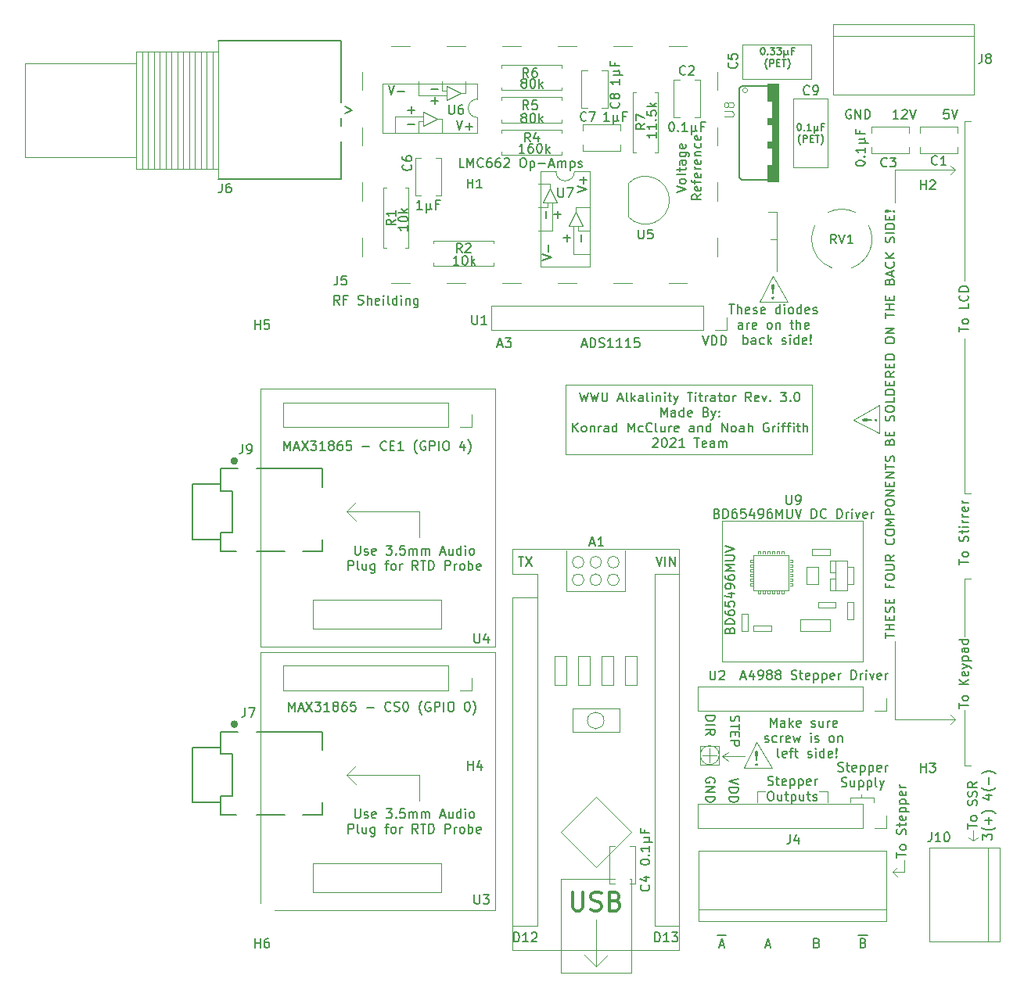
<source format=gto>
G04 #@! TF.GenerationSoftware,KiCad,Pcbnew,(5.1.9)-1*
G04 #@! TF.CreationDate,2021-06-09T22:02:47-07:00*
G04 #@! TF.ProjectId,AlkalinityTitrator,416c6b61-6c69-46e6-9974-795469747261,rev?*
G04 #@! TF.SameCoordinates,Original*
G04 #@! TF.FileFunction,Legend,Top*
G04 #@! TF.FilePolarity,Positive*
%FSLAX46Y46*%
G04 Gerber Fmt 4.6, Leading zero omitted, Abs format (unit mm)*
G04 Created by KiCad (PCBNEW (5.1.9)-1) date 2021-06-09 22:02:47*
%MOMM*%
%LPD*%
G01*
G04 APERTURE LIST*
%ADD10C,0.150000*%
%ADD11C,0.120000*%
%ADD12C,0.100000*%
%ADD13C,0.152400*%
%ADD14C,0.127000*%
%ADD15C,0.400000*%
%ADD16C,0.050000*%
%ADD17C,0.300000*%
%ADD18O,3.150000X1.626000*%
%ADD19O,1.702000X1.702000*%
%ADD20C,3.102000*%
%ADD21O,1.802000X1.802000*%
%ADD22C,2.502000*%
%ADD23C,1.752000*%
%ADD24C,1.202000*%
%ADD25C,1.626000*%
%ADD26C,2.642000*%
%ADD27C,1.499000*%
%ADD28C,1.702000*%
%ADD29O,2.302000X2.302000*%
%ADD30C,1.722000*%
%ADD31O,1.602000X1.152000*%
G04 APERTURE END LIST*
D10*
X180749142Y-44106785D02*
X180820571Y-44106785D01*
X180892000Y-44142500D01*
X180927714Y-44178214D01*
X180963428Y-44249642D01*
X180999142Y-44392500D01*
X180999142Y-44571071D01*
X180963428Y-44713928D01*
X180927714Y-44785357D01*
X180892000Y-44821071D01*
X180820571Y-44856785D01*
X180749142Y-44856785D01*
X180677714Y-44821071D01*
X180642000Y-44785357D01*
X180606285Y-44713928D01*
X180570571Y-44571071D01*
X180570571Y-44392500D01*
X180606285Y-44249642D01*
X180642000Y-44178214D01*
X180677714Y-44142500D01*
X180749142Y-44106785D01*
X181320571Y-44785357D02*
X181356285Y-44821071D01*
X181320571Y-44856785D01*
X181284857Y-44821071D01*
X181320571Y-44785357D01*
X181320571Y-44856785D01*
X181606285Y-44106785D02*
X182070571Y-44106785D01*
X181820571Y-44392500D01*
X181927714Y-44392500D01*
X181999142Y-44428214D01*
X182034857Y-44463928D01*
X182070571Y-44535357D01*
X182070571Y-44713928D01*
X182034857Y-44785357D01*
X181999142Y-44821071D01*
X181927714Y-44856785D01*
X181713428Y-44856785D01*
X181642000Y-44821071D01*
X181606285Y-44785357D01*
X182320571Y-44106785D02*
X182784857Y-44106785D01*
X182534857Y-44392500D01*
X182642000Y-44392500D01*
X182713428Y-44428214D01*
X182749142Y-44463928D01*
X182784857Y-44535357D01*
X182784857Y-44713928D01*
X182749142Y-44785357D01*
X182713428Y-44821071D01*
X182642000Y-44856785D01*
X182427714Y-44856785D01*
X182356285Y-44821071D01*
X182320571Y-44785357D01*
X183106285Y-44356785D02*
X183106285Y-45106785D01*
X183463428Y-44749642D02*
X183499142Y-44821071D01*
X183570571Y-44856785D01*
X183106285Y-44749642D02*
X183142000Y-44821071D01*
X183213428Y-44856785D01*
X183356285Y-44856785D01*
X183427714Y-44821071D01*
X183463428Y-44749642D01*
X183463428Y-44356785D01*
X184142000Y-44463928D02*
X183892000Y-44463928D01*
X183892000Y-44856785D02*
X183892000Y-44106785D01*
X184249142Y-44106785D01*
X181284857Y-46417500D02*
X181249142Y-46381785D01*
X181177714Y-46274642D01*
X181142000Y-46203214D01*
X181106285Y-46096071D01*
X181070571Y-45917500D01*
X181070571Y-45774642D01*
X181106285Y-45596071D01*
X181142000Y-45488928D01*
X181177714Y-45417500D01*
X181249142Y-45310357D01*
X181284857Y-45274642D01*
X181570571Y-46131785D02*
X181570571Y-45381785D01*
X181856285Y-45381785D01*
X181927714Y-45417500D01*
X181963428Y-45453214D01*
X181999142Y-45524642D01*
X181999142Y-45631785D01*
X181963428Y-45703214D01*
X181927714Y-45738928D01*
X181856285Y-45774642D01*
X181570571Y-45774642D01*
X182320571Y-45738928D02*
X182570571Y-45738928D01*
X182677714Y-46131785D02*
X182320571Y-46131785D01*
X182320571Y-45381785D01*
X182677714Y-45381785D01*
X182892000Y-45381785D02*
X183320571Y-45381785D01*
X183106285Y-46131785D02*
X183106285Y-45381785D01*
X183499142Y-46417500D02*
X183534857Y-46381785D01*
X183606285Y-46274642D01*
X183642000Y-46203214D01*
X183677714Y-46096071D01*
X183713428Y-45917500D01*
X183713428Y-45774642D01*
X183677714Y-45596071D01*
X183642000Y-45488928D01*
X183606285Y-45417500D01*
X183534857Y-45310357D01*
X183499142Y-45274642D01*
X184706285Y-52306785D02*
X184777714Y-52306785D01*
X184849142Y-52342500D01*
X184884857Y-52378214D01*
X184920571Y-52449642D01*
X184956285Y-52592500D01*
X184956285Y-52771071D01*
X184920571Y-52913928D01*
X184884857Y-52985357D01*
X184849142Y-53021071D01*
X184777714Y-53056785D01*
X184706285Y-53056785D01*
X184634857Y-53021071D01*
X184599142Y-52985357D01*
X184563428Y-52913928D01*
X184527714Y-52771071D01*
X184527714Y-52592500D01*
X184563428Y-52449642D01*
X184599142Y-52378214D01*
X184634857Y-52342500D01*
X184706285Y-52306785D01*
X185277714Y-52985357D02*
X185313428Y-53021071D01*
X185277714Y-53056785D01*
X185242000Y-53021071D01*
X185277714Y-52985357D01*
X185277714Y-53056785D01*
X186027714Y-53056785D02*
X185599142Y-53056785D01*
X185813428Y-53056785D02*
X185813428Y-52306785D01*
X185742000Y-52413928D01*
X185670571Y-52485357D01*
X185599142Y-52521071D01*
X186349142Y-52556785D02*
X186349142Y-53306785D01*
X186706285Y-52949642D02*
X186742000Y-53021071D01*
X186813428Y-53056785D01*
X186349142Y-52949642D02*
X186384857Y-53021071D01*
X186456285Y-53056785D01*
X186599142Y-53056785D01*
X186670571Y-53021071D01*
X186706285Y-52949642D01*
X186706285Y-52556785D01*
X187384857Y-52663928D02*
X187134857Y-52663928D01*
X187134857Y-53056785D02*
X187134857Y-52306785D01*
X187492000Y-52306785D01*
X184884857Y-54617500D02*
X184849142Y-54581785D01*
X184777714Y-54474642D01*
X184742000Y-54403214D01*
X184706285Y-54296071D01*
X184670571Y-54117500D01*
X184670571Y-53974642D01*
X184706285Y-53796071D01*
X184742000Y-53688928D01*
X184777714Y-53617500D01*
X184849142Y-53510357D01*
X184884857Y-53474642D01*
X185170571Y-54331785D02*
X185170571Y-53581785D01*
X185456285Y-53581785D01*
X185527714Y-53617500D01*
X185563428Y-53653214D01*
X185599142Y-53724642D01*
X185599142Y-53831785D01*
X185563428Y-53903214D01*
X185527714Y-53938928D01*
X185456285Y-53974642D01*
X185170571Y-53974642D01*
X185920571Y-53938928D02*
X186170571Y-53938928D01*
X186277714Y-54331785D02*
X185920571Y-54331785D01*
X185920571Y-53581785D01*
X186277714Y-53581785D01*
X186492000Y-53581785D02*
X186920571Y-53581785D01*
X186706285Y-54331785D02*
X186706285Y-53581785D01*
X187099142Y-54617500D02*
X187134857Y-54581785D01*
X187206285Y-54474642D01*
X187242000Y-54403214D01*
X187277714Y-54296071D01*
X187313428Y-54117500D01*
X187313428Y-53974642D01*
X187277714Y-53796071D01*
X187242000Y-53688928D01*
X187206285Y-53617500D01*
X187134857Y-53510357D01*
X187099142Y-53474642D01*
X175913428Y-140190000D02*
X176770571Y-140190000D01*
X176103904Y-141271666D02*
X176580095Y-141271666D01*
X176008666Y-141557380D02*
X176342000Y-140557380D01*
X176675333Y-141557380D01*
X181103904Y-141271666D02*
X181580095Y-141271666D01*
X181008666Y-141557380D02*
X181342000Y-140557380D01*
X181675333Y-141557380D01*
X186663428Y-141033571D02*
X186806285Y-141081190D01*
X186853904Y-141128809D01*
X186901523Y-141224047D01*
X186901523Y-141366904D01*
X186853904Y-141462142D01*
X186806285Y-141509761D01*
X186711047Y-141557380D01*
X186330095Y-141557380D01*
X186330095Y-140557380D01*
X186663428Y-140557380D01*
X186758666Y-140605000D01*
X186806285Y-140652619D01*
X186853904Y-140747857D01*
X186853904Y-140843095D01*
X186806285Y-140938333D01*
X186758666Y-140985952D01*
X186663428Y-141033571D01*
X186330095Y-141033571D01*
X191092000Y-140190000D02*
X192092000Y-140190000D01*
X191663428Y-141033571D02*
X191806285Y-141081190D01*
X191853904Y-141128809D01*
X191901523Y-141224047D01*
X191901523Y-141366904D01*
X191853904Y-141462142D01*
X191806285Y-141509761D01*
X191711047Y-141557380D01*
X191330095Y-141557380D01*
X191330095Y-140557380D01*
X191663428Y-140557380D01*
X191758666Y-140605000D01*
X191806285Y-140652619D01*
X191853904Y-140747857D01*
X191853904Y-140843095D01*
X191806285Y-140938333D01*
X191758666Y-140985952D01*
X191663428Y-141033571D01*
X191330095Y-141033571D01*
X200901523Y-50807380D02*
X200425333Y-50807380D01*
X200377714Y-51283571D01*
X200425333Y-51235952D01*
X200520571Y-51188333D01*
X200758666Y-51188333D01*
X200853904Y-51235952D01*
X200901523Y-51283571D01*
X200949142Y-51378809D01*
X200949142Y-51616904D01*
X200901523Y-51712142D01*
X200853904Y-51759761D01*
X200758666Y-51807380D01*
X200520571Y-51807380D01*
X200425333Y-51759761D01*
X200377714Y-51712142D01*
X201234857Y-50807380D02*
X201568190Y-51807380D01*
X201901523Y-50807380D01*
X195472952Y-51807380D02*
X194901523Y-51807380D01*
X195187238Y-51807380D02*
X195187238Y-50807380D01*
X195092000Y-50950238D01*
X194996761Y-51045476D01*
X194901523Y-51093095D01*
X195853904Y-50902619D02*
X195901523Y-50855000D01*
X195996761Y-50807380D01*
X196234857Y-50807380D01*
X196330095Y-50855000D01*
X196377714Y-50902619D01*
X196425333Y-50997857D01*
X196425333Y-51093095D01*
X196377714Y-51235952D01*
X195806285Y-51807380D01*
X196425333Y-51807380D01*
X196711047Y-50807380D02*
X197044380Y-51807380D01*
X197377714Y-50807380D01*
X190330095Y-50855000D02*
X190234857Y-50807380D01*
X190092000Y-50807380D01*
X189949142Y-50855000D01*
X189853904Y-50950238D01*
X189806285Y-51045476D01*
X189758666Y-51235952D01*
X189758666Y-51378809D01*
X189806285Y-51569285D01*
X189853904Y-51664523D01*
X189949142Y-51759761D01*
X190092000Y-51807380D01*
X190187238Y-51807380D01*
X190330095Y-51759761D01*
X190377714Y-51712142D01*
X190377714Y-51378809D01*
X190187238Y-51378809D01*
X190806285Y-51807380D02*
X190806285Y-50807380D01*
X191377714Y-51807380D01*
X191377714Y-50807380D01*
X191853904Y-51807380D02*
X191853904Y-50807380D01*
X192092000Y-50807380D01*
X192234857Y-50855000D01*
X192330095Y-50950238D01*
X192377714Y-51045476D01*
X192425333Y-51235952D01*
X192425333Y-51378809D01*
X192377714Y-51569285D01*
X192330095Y-51664523D01*
X192234857Y-51759761D01*
X192092000Y-51807380D01*
X191853904Y-51807380D01*
D11*
X202592000Y-101605000D02*
X203342000Y-101605000D01*
X202592000Y-107855000D02*
X202592000Y-101605000D01*
X202592000Y-115855000D02*
X202592000Y-121855000D01*
X202592000Y-75605000D02*
X202592000Y-92355000D01*
X202592000Y-69355000D02*
X202592000Y-52105000D01*
X202592000Y-121855000D02*
X203342000Y-121855000D01*
X202592000Y-92355000D02*
X203342000Y-92355000D01*
X202592000Y-52105000D02*
X203342000Y-52105000D01*
D10*
X202044380Y-74878809D02*
X202044380Y-74307380D01*
X203044380Y-74593095D02*
X202044380Y-74593095D01*
X203044380Y-73831190D02*
X202996761Y-73926428D01*
X202949142Y-73974047D01*
X202853904Y-74021666D01*
X202568190Y-74021666D01*
X202472952Y-73974047D01*
X202425333Y-73926428D01*
X202377714Y-73831190D01*
X202377714Y-73688333D01*
X202425333Y-73593095D01*
X202472952Y-73545476D01*
X202568190Y-73497857D01*
X202853904Y-73497857D01*
X202949142Y-73545476D01*
X202996761Y-73593095D01*
X203044380Y-73688333D01*
X203044380Y-73831190D01*
X203044380Y-71831190D02*
X203044380Y-72307380D01*
X202044380Y-72307380D01*
X202949142Y-70926428D02*
X202996761Y-70974047D01*
X203044380Y-71116904D01*
X203044380Y-71212142D01*
X202996761Y-71355000D01*
X202901523Y-71450238D01*
X202806285Y-71497857D01*
X202615809Y-71545476D01*
X202472952Y-71545476D01*
X202282476Y-71497857D01*
X202187238Y-71450238D01*
X202092000Y-71355000D01*
X202044380Y-71212142D01*
X202044380Y-71116904D01*
X202092000Y-70974047D01*
X202139619Y-70926428D01*
X203044380Y-70497857D02*
X202044380Y-70497857D01*
X202044380Y-70259761D01*
X202092000Y-70116904D01*
X202187238Y-70021666D01*
X202282476Y-69974047D01*
X202472952Y-69926428D01*
X202615809Y-69926428D01*
X202806285Y-69974047D01*
X202901523Y-70021666D01*
X202996761Y-70116904D01*
X203044380Y-70259761D01*
X203044380Y-70497857D01*
X202044380Y-100081190D02*
X202044380Y-99509761D01*
X203044380Y-99795476D02*
X202044380Y-99795476D01*
X203044380Y-99033571D02*
X202996761Y-99128809D01*
X202949142Y-99176428D01*
X202853904Y-99224047D01*
X202568190Y-99224047D01*
X202472952Y-99176428D01*
X202425333Y-99128809D01*
X202377714Y-99033571D01*
X202377714Y-98890714D01*
X202425333Y-98795476D01*
X202472952Y-98747857D01*
X202568190Y-98700238D01*
X202853904Y-98700238D01*
X202949142Y-98747857D01*
X202996761Y-98795476D01*
X203044380Y-98890714D01*
X203044380Y-99033571D01*
X202996761Y-97557380D02*
X203044380Y-97414523D01*
X203044380Y-97176428D01*
X202996761Y-97081190D01*
X202949142Y-97033571D01*
X202853904Y-96985952D01*
X202758666Y-96985952D01*
X202663428Y-97033571D01*
X202615809Y-97081190D01*
X202568190Y-97176428D01*
X202520571Y-97366904D01*
X202472952Y-97462142D01*
X202425333Y-97509761D01*
X202330095Y-97557380D01*
X202234857Y-97557380D01*
X202139619Y-97509761D01*
X202092000Y-97462142D01*
X202044380Y-97366904D01*
X202044380Y-97128809D01*
X202092000Y-96985952D01*
X202377714Y-96700238D02*
X202377714Y-96319285D01*
X202044380Y-96557380D02*
X202901523Y-96557380D01*
X202996761Y-96509761D01*
X203044380Y-96414523D01*
X203044380Y-96319285D01*
X203044380Y-95985952D02*
X202377714Y-95985952D01*
X202044380Y-95985952D02*
X202092000Y-96033571D01*
X202139619Y-95985952D01*
X202092000Y-95938333D01*
X202044380Y-95985952D01*
X202139619Y-95985952D01*
X203044380Y-95509761D02*
X202377714Y-95509761D01*
X202568190Y-95509761D02*
X202472952Y-95462142D01*
X202425333Y-95414523D01*
X202377714Y-95319285D01*
X202377714Y-95224047D01*
X203044380Y-94890714D02*
X202377714Y-94890714D01*
X202568190Y-94890714D02*
X202472952Y-94843095D01*
X202425333Y-94795476D01*
X202377714Y-94700238D01*
X202377714Y-94605000D01*
X202996761Y-93890714D02*
X203044380Y-93985952D01*
X203044380Y-94176428D01*
X202996761Y-94271666D01*
X202901523Y-94319285D01*
X202520571Y-94319285D01*
X202425333Y-94271666D01*
X202377714Y-94176428D01*
X202377714Y-93985952D01*
X202425333Y-93890714D01*
X202520571Y-93843095D01*
X202615809Y-93843095D01*
X202711047Y-94319285D01*
X203044380Y-93414523D02*
X202377714Y-93414523D01*
X202568190Y-93414523D02*
X202472952Y-93366904D01*
X202425333Y-93319285D01*
X202377714Y-93224047D01*
X202377714Y-93128809D01*
X202044380Y-115640714D02*
X202044380Y-115069285D01*
X203044380Y-115355000D02*
X202044380Y-115355000D01*
X203044380Y-114593095D02*
X202996761Y-114688333D01*
X202949142Y-114735952D01*
X202853904Y-114783571D01*
X202568190Y-114783571D01*
X202472952Y-114735952D01*
X202425333Y-114688333D01*
X202377714Y-114593095D01*
X202377714Y-114450238D01*
X202425333Y-114355000D01*
X202472952Y-114307380D01*
X202568190Y-114259761D01*
X202853904Y-114259761D01*
X202949142Y-114307380D01*
X202996761Y-114355000D01*
X203044380Y-114450238D01*
X203044380Y-114593095D01*
X203044380Y-113069285D02*
X202044380Y-113069285D01*
X203044380Y-112497857D02*
X202472952Y-112926428D01*
X202044380Y-112497857D02*
X202615809Y-113069285D01*
X202996761Y-111688333D02*
X203044380Y-111783571D01*
X203044380Y-111974047D01*
X202996761Y-112069285D01*
X202901523Y-112116904D01*
X202520571Y-112116904D01*
X202425333Y-112069285D01*
X202377714Y-111974047D01*
X202377714Y-111783571D01*
X202425333Y-111688333D01*
X202520571Y-111640714D01*
X202615809Y-111640714D01*
X202711047Y-112116904D01*
X202377714Y-111307380D02*
X203044380Y-111069285D01*
X202377714Y-110831190D02*
X203044380Y-111069285D01*
X203282476Y-111164523D01*
X203330095Y-111212142D01*
X203377714Y-111307380D01*
X202377714Y-110450238D02*
X203377714Y-110450238D01*
X202425333Y-110450238D02*
X202377714Y-110355000D01*
X202377714Y-110164523D01*
X202425333Y-110069285D01*
X202472952Y-110021666D01*
X202568190Y-109974047D01*
X202853904Y-109974047D01*
X202949142Y-110021666D01*
X202996761Y-110069285D01*
X203044380Y-110164523D01*
X203044380Y-110355000D01*
X202996761Y-110450238D01*
X203044380Y-109116904D02*
X202520571Y-109116904D01*
X202425333Y-109164523D01*
X202377714Y-109259761D01*
X202377714Y-109450238D01*
X202425333Y-109545476D01*
X202996761Y-109116904D02*
X203044380Y-109212142D01*
X203044380Y-109450238D01*
X202996761Y-109545476D01*
X202901523Y-109593095D01*
X202806285Y-109593095D01*
X202711047Y-109545476D01*
X202663428Y-109450238D01*
X202663428Y-109212142D01*
X202615809Y-109116904D01*
X203044380Y-108212142D02*
X202044380Y-108212142D01*
X202996761Y-108212142D02*
X203044380Y-108307380D01*
X203044380Y-108497857D01*
X202996761Y-108593095D01*
X202949142Y-108640714D01*
X202853904Y-108688333D01*
X202568190Y-108688333D01*
X202472952Y-108640714D01*
X202425333Y-108593095D01*
X202377714Y-108497857D01*
X202377714Y-108307380D01*
X202425333Y-108212142D01*
D11*
X201592000Y-116855000D02*
X201092000Y-117355000D01*
X201592000Y-116855000D02*
X201092000Y-116355000D01*
X195092000Y-116855000D02*
X201592000Y-116855000D01*
X195092000Y-108355000D02*
X195092000Y-116855000D01*
X201592000Y-57355000D02*
X201092000Y-57855000D01*
X201592000Y-57355000D02*
X201092000Y-56855000D01*
X195092000Y-57355000D02*
X201592000Y-57355000D01*
X195092000Y-60855000D02*
X195092000Y-57355000D01*
D10*
X161012238Y-81415380D02*
X161250333Y-82415380D01*
X161440809Y-81701095D01*
X161631285Y-82415380D01*
X161869380Y-81415380D01*
X162155095Y-81415380D02*
X162393190Y-82415380D01*
X162583666Y-81701095D01*
X162774142Y-82415380D01*
X163012238Y-81415380D01*
X163393190Y-81415380D02*
X163393190Y-82224904D01*
X163440809Y-82320142D01*
X163488428Y-82367761D01*
X163583666Y-82415380D01*
X163774142Y-82415380D01*
X163869380Y-82367761D01*
X163917000Y-82320142D01*
X163964619Y-82224904D01*
X163964619Y-81415380D01*
X165155095Y-82129666D02*
X165631285Y-82129666D01*
X165059857Y-82415380D02*
X165393190Y-81415380D01*
X165726523Y-82415380D01*
X166202714Y-82415380D02*
X166107476Y-82367761D01*
X166059857Y-82272523D01*
X166059857Y-81415380D01*
X166583666Y-82415380D02*
X166583666Y-81415380D01*
X166678904Y-82034428D02*
X166964619Y-82415380D01*
X166964619Y-81748714D02*
X166583666Y-82129666D01*
X167821761Y-82415380D02*
X167821761Y-81891571D01*
X167774142Y-81796333D01*
X167678904Y-81748714D01*
X167488428Y-81748714D01*
X167393190Y-81796333D01*
X167821761Y-82367761D02*
X167726523Y-82415380D01*
X167488428Y-82415380D01*
X167393190Y-82367761D01*
X167345571Y-82272523D01*
X167345571Y-82177285D01*
X167393190Y-82082047D01*
X167488428Y-82034428D01*
X167726523Y-82034428D01*
X167821761Y-81986809D01*
X168440809Y-82415380D02*
X168345571Y-82367761D01*
X168297952Y-82272523D01*
X168297952Y-81415380D01*
X168821761Y-82415380D02*
X168821761Y-81748714D01*
X168821761Y-81415380D02*
X168774142Y-81463000D01*
X168821761Y-81510619D01*
X168869380Y-81463000D01*
X168821761Y-81415380D01*
X168821761Y-81510619D01*
X169297952Y-81748714D02*
X169297952Y-82415380D01*
X169297952Y-81843952D02*
X169345571Y-81796333D01*
X169440809Y-81748714D01*
X169583666Y-81748714D01*
X169678904Y-81796333D01*
X169726523Y-81891571D01*
X169726523Y-82415380D01*
X170202714Y-82415380D02*
X170202714Y-81748714D01*
X170202714Y-81415380D02*
X170155095Y-81463000D01*
X170202714Y-81510619D01*
X170250333Y-81463000D01*
X170202714Y-81415380D01*
X170202714Y-81510619D01*
X170536047Y-81748714D02*
X170917000Y-81748714D01*
X170678904Y-81415380D02*
X170678904Y-82272523D01*
X170726523Y-82367761D01*
X170821761Y-82415380D01*
X170917000Y-82415380D01*
X171155095Y-81748714D02*
X171393190Y-82415380D01*
X171631285Y-81748714D02*
X171393190Y-82415380D01*
X171297952Y-82653476D01*
X171250333Y-82701095D01*
X171155095Y-82748714D01*
X172631285Y-81415380D02*
X173202714Y-81415380D01*
X172917000Y-82415380D02*
X172917000Y-81415380D01*
X173536047Y-82415380D02*
X173536047Y-81748714D01*
X173536047Y-81415380D02*
X173488428Y-81463000D01*
X173536047Y-81510619D01*
X173583666Y-81463000D01*
X173536047Y-81415380D01*
X173536047Y-81510619D01*
X173869380Y-81748714D02*
X174250333Y-81748714D01*
X174012238Y-81415380D02*
X174012238Y-82272523D01*
X174059857Y-82367761D01*
X174155095Y-82415380D01*
X174250333Y-82415380D01*
X174583666Y-82415380D02*
X174583666Y-81748714D01*
X174583666Y-81939190D02*
X174631285Y-81843952D01*
X174678904Y-81796333D01*
X174774142Y-81748714D01*
X174869380Y-81748714D01*
X175631285Y-82415380D02*
X175631285Y-81891571D01*
X175583666Y-81796333D01*
X175488428Y-81748714D01*
X175297952Y-81748714D01*
X175202714Y-81796333D01*
X175631285Y-82367761D02*
X175536047Y-82415380D01*
X175297952Y-82415380D01*
X175202714Y-82367761D01*
X175155095Y-82272523D01*
X175155095Y-82177285D01*
X175202714Y-82082047D01*
X175297952Y-82034428D01*
X175536047Y-82034428D01*
X175631285Y-81986809D01*
X175964619Y-81748714D02*
X176345571Y-81748714D01*
X176107476Y-81415380D02*
X176107476Y-82272523D01*
X176155095Y-82367761D01*
X176250333Y-82415380D01*
X176345571Y-82415380D01*
X176821761Y-82415380D02*
X176726523Y-82367761D01*
X176678904Y-82320142D01*
X176631285Y-82224904D01*
X176631285Y-81939190D01*
X176678904Y-81843952D01*
X176726523Y-81796333D01*
X176821761Y-81748714D01*
X176964619Y-81748714D01*
X177059857Y-81796333D01*
X177107476Y-81843952D01*
X177155095Y-81939190D01*
X177155095Y-82224904D01*
X177107476Y-82320142D01*
X177059857Y-82367761D01*
X176964619Y-82415380D01*
X176821761Y-82415380D01*
X177583666Y-82415380D02*
X177583666Y-81748714D01*
X177583666Y-81939190D02*
X177631285Y-81843952D01*
X177678904Y-81796333D01*
X177774142Y-81748714D01*
X177869380Y-81748714D01*
X179536047Y-82415380D02*
X179202714Y-81939190D01*
X178964619Y-82415380D02*
X178964619Y-81415380D01*
X179345571Y-81415380D01*
X179440809Y-81463000D01*
X179488428Y-81510619D01*
X179536047Y-81605857D01*
X179536047Y-81748714D01*
X179488428Y-81843952D01*
X179440809Y-81891571D01*
X179345571Y-81939190D01*
X178964619Y-81939190D01*
X180345571Y-82367761D02*
X180250333Y-82415380D01*
X180059857Y-82415380D01*
X179964619Y-82367761D01*
X179917000Y-82272523D01*
X179917000Y-81891571D01*
X179964619Y-81796333D01*
X180059857Y-81748714D01*
X180250333Y-81748714D01*
X180345571Y-81796333D01*
X180393190Y-81891571D01*
X180393190Y-81986809D01*
X179917000Y-82082047D01*
X180726523Y-81748714D02*
X180964619Y-82415380D01*
X181202714Y-81748714D01*
X181583666Y-82320142D02*
X181631285Y-82367761D01*
X181583666Y-82415380D01*
X181536047Y-82367761D01*
X181583666Y-82320142D01*
X181583666Y-82415380D01*
X182726523Y-81415380D02*
X183345571Y-81415380D01*
X183012238Y-81796333D01*
X183155095Y-81796333D01*
X183250333Y-81843952D01*
X183297952Y-81891571D01*
X183345571Y-81986809D01*
X183345571Y-82224904D01*
X183297952Y-82320142D01*
X183250333Y-82367761D01*
X183155095Y-82415380D01*
X182869380Y-82415380D01*
X182774142Y-82367761D01*
X182726523Y-82320142D01*
X183774142Y-82320142D02*
X183821761Y-82367761D01*
X183774142Y-82415380D01*
X183726523Y-82367761D01*
X183774142Y-82320142D01*
X183774142Y-82415380D01*
X184440809Y-81415380D02*
X184536047Y-81415380D01*
X184631285Y-81463000D01*
X184678904Y-81510619D01*
X184726523Y-81605857D01*
X184774142Y-81796333D01*
X184774142Y-82034428D01*
X184726523Y-82224904D01*
X184678904Y-82320142D01*
X184631285Y-82367761D01*
X184536047Y-82415380D01*
X184440809Y-82415380D01*
X184345571Y-82367761D01*
X184297952Y-82320142D01*
X184250333Y-82224904D01*
X184202714Y-82034428D01*
X184202714Y-81796333D01*
X184250333Y-81605857D01*
X184297952Y-81510619D01*
X184345571Y-81463000D01*
X184440809Y-81415380D01*
X169750333Y-84065380D02*
X169750333Y-83065380D01*
X170083666Y-83779666D01*
X170417000Y-83065380D01*
X170417000Y-84065380D01*
X171321761Y-84065380D02*
X171321761Y-83541571D01*
X171274142Y-83446333D01*
X171178904Y-83398714D01*
X170988428Y-83398714D01*
X170893190Y-83446333D01*
X171321761Y-84017761D02*
X171226523Y-84065380D01*
X170988428Y-84065380D01*
X170893190Y-84017761D01*
X170845571Y-83922523D01*
X170845571Y-83827285D01*
X170893190Y-83732047D01*
X170988428Y-83684428D01*
X171226523Y-83684428D01*
X171321761Y-83636809D01*
X172226523Y-84065380D02*
X172226523Y-83065380D01*
X172226523Y-84017761D02*
X172131285Y-84065380D01*
X171940809Y-84065380D01*
X171845571Y-84017761D01*
X171797952Y-83970142D01*
X171750333Y-83874904D01*
X171750333Y-83589190D01*
X171797952Y-83493952D01*
X171845571Y-83446333D01*
X171940809Y-83398714D01*
X172131285Y-83398714D01*
X172226523Y-83446333D01*
X173083666Y-84017761D02*
X172988428Y-84065380D01*
X172797952Y-84065380D01*
X172702714Y-84017761D01*
X172655095Y-83922523D01*
X172655095Y-83541571D01*
X172702714Y-83446333D01*
X172797952Y-83398714D01*
X172988428Y-83398714D01*
X173083666Y-83446333D01*
X173131285Y-83541571D01*
X173131285Y-83636809D01*
X172655095Y-83732047D01*
X174655095Y-83541571D02*
X174797952Y-83589190D01*
X174845571Y-83636809D01*
X174893190Y-83732047D01*
X174893190Y-83874904D01*
X174845571Y-83970142D01*
X174797952Y-84017761D01*
X174702714Y-84065380D01*
X174321761Y-84065380D01*
X174321761Y-83065380D01*
X174655095Y-83065380D01*
X174750333Y-83113000D01*
X174797952Y-83160619D01*
X174845571Y-83255857D01*
X174845571Y-83351095D01*
X174797952Y-83446333D01*
X174750333Y-83493952D01*
X174655095Y-83541571D01*
X174321761Y-83541571D01*
X175226523Y-83398714D02*
X175464619Y-84065380D01*
X175702714Y-83398714D02*
X175464619Y-84065380D01*
X175369380Y-84303476D01*
X175321761Y-84351095D01*
X175226523Y-84398714D01*
X176083666Y-83970142D02*
X176131285Y-84017761D01*
X176083666Y-84065380D01*
X176036047Y-84017761D01*
X176083666Y-83970142D01*
X176083666Y-84065380D01*
X176083666Y-83446333D02*
X176131285Y-83493952D01*
X176083666Y-83541571D01*
X176036047Y-83493952D01*
X176083666Y-83446333D01*
X176083666Y-83541571D01*
X160226523Y-85715380D02*
X160226523Y-84715380D01*
X160797952Y-85715380D02*
X160369380Y-85143952D01*
X160797952Y-84715380D02*
X160226523Y-85286809D01*
X161369380Y-85715380D02*
X161274142Y-85667761D01*
X161226523Y-85620142D01*
X161178904Y-85524904D01*
X161178904Y-85239190D01*
X161226523Y-85143952D01*
X161274142Y-85096333D01*
X161369380Y-85048714D01*
X161512238Y-85048714D01*
X161607476Y-85096333D01*
X161655095Y-85143952D01*
X161702714Y-85239190D01*
X161702714Y-85524904D01*
X161655095Y-85620142D01*
X161607476Y-85667761D01*
X161512238Y-85715380D01*
X161369380Y-85715380D01*
X162131285Y-85048714D02*
X162131285Y-85715380D01*
X162131285Y-85143952D02*
X162178904Y-85096333D01*
X162274142Y-85048714D01*
X162417000Y-85048714D01*
X162512238Y-85096333D01*
X162559857Y-85191571D01*
X162559857Y-85715380D01*
X163036047Y-85715380D02*
X163036047Y-85048714D01*
X163036047Y-85239190D02*
X163083666Y-85143952D01*
X163131285Y-85096333D01*
X163226523Y-85048714D01*
X163321761Y-85048714D01*
X164083666Y-85715380D02*
X164083666Y-85191571D01*
X164036047Y-85096333D01*
X163940809Y-85048714D01*
X163750333Y-85048714D01*
X163655095Y-85096333D01*
X164083666Y-85667761D02*
X163988428Y-85715380D01*
X163750333Y-85715380D01*
X163655095Y-85667761D01*
X163607476Y-85572523D01*
X163607476Y-85477285D01*
X163655095Y-85382047D01*
X163750333Y-85334428D01*
X163988428Y-85334428D01*
X164083666Y-85286809D01*
X164988428Y-85715380D02*
X164988428Y-84715380D01*
X164988428Y-85667761D02*
X164893190Y-85715380D01*
X164702714Y-85715380D01*
X164607476Y-85667761D01*
X164559857Y-85620142D01*
X164512238Y-85524904D01*
X164512238Y-85239190D01*
X164559857Y-85143952D01*
X164607476Y-85096333D01*
X164702714Y-85048714D01*
X164893190Y-85048714D01*
X164988428Y-85096333D01*
X166226523Y-85715380D02*
X166226523Y-84715380D01*
X166559857Y-85429666D01*
X166893190Y-84715380D01*
X166893190Y-85715380D01*
X167797952Y-85667761D02*
X167702714Y-85715380D01*
X167512238Y-85715380D01*
X167417000Y-85667761D01*
X167369380Y-85620142D01*
X167321761Y-85524904D01*
X167321761Y-85239190D01*
X167369380Y-85143952D01*
X167417000Y-85096333D01*
X167512238Y-85048714D01*
X167702714Y-85048714D01*
X167797952Y-85096333D01*
X168797952Y-85620142D02*
X168750333Y-85667761D01*
X168607476Y-85715380D01*
X168512238Y-85715380D01*
X168369380Y-85667761D01*
X168274142Y-85572523D01*
X168226523Y-85477285D01*
X168178904Y-85286809D01*
X168178904Y-85143952D01*
X168226523Y-84953476D01*
X168274142Y-84858238D01*
X168369380Y-84763000D01*
X168512238Y-84715380D01*
X168607476Y-84715380D01*
X168750333Y-84763000D01*
X168797952Y-84810619D01*
X169369380Y-85715380D02*
X169274142Y-85667761D01*
X169226523Y-85572523D01*
X169226523Y-84715380D01*
X170178904Y-85048714D02*
X170178904Y-85715380D01*
X169750333Y-85048714D02*
X169750333Y-85572523D01*
X169797952Y-85667761D01*
X169893190Y-85715380D01*
X170036047Y-85715380D01*
X170131285Y-85667761D01*
X170178904Y-85620142D01*
X170655095Y-85715380D02*
X170655095Y-85048714D01*
X170655095Y-85239190D02*
X170702714Y-85143952D01*
X170750333Y-85096333D01*
X170845571Y-85048714D01*
X170940809Y-85048714D01*
X171655095Y-85667761D02*
X171559857Y-85715380D01*
X171369380Y-85715380D01*
X171274142Y-85667761D01*
X171226523Y-85572523D01*
X171226523Y-85191571D01*
X171274142Y-85096333D01*
X171369380Y-85048714D01*
X171559857Y-85048714D01*
X171655095Y-85096333D01*
X171702714Y-85191571D01*
X171702714Y-85286809D01*
X171226523Y-85382047D01*
X173321761Y-85715380D02*
X173321761Y-85191571D01*
X173274142Y-85096333D01*
X173178904Y-85048714D01*
X172988428Y-85048714D01*
X172893190Y-85096333D01*
X173321761Y-85667761D02*
X173226523Y-85715380D01*
X172988428Y-85715380D01*
X172893190Y-85667761D01*
X172845571Y-85572523D01*
X172845571Y-85477285D01*
X172893190Y-85382047D01*
X172988428Y-85334428D01*
X173226523Y-85334428D01*
X173321761Y-85286809D01*
X173797952Y-85048714D02*
X173797952Y-85715380D01*
X173797952Y-85143952D02*
X173845571Y-85096333D01*
X173940809Y-85048714D01*
X174083666Y-85048714D01*
X174178904Y-85096333D01*
X174226523Y-85191571D01*
X174226523Y-85715380D01*
X175131285Y-85715380D02*
X175131285Y-84715380D01*
X175131285Y-85667761D02*
X175036047Y-85715380D01*
X174845571Y-85715380D01*
X174750333Y-85667761D01*
X174702714Y-85620142D01*
X174655095Y-85524904D01*
X174655095Y-85239190D01*
X174702714Y-85143952D01*
X174750333Y-85096333D01*
X174845571Y-85048714D01*
X175036047Y-85048714D01*
X175131285Y-85096333D01*
X176369380Y-85715380D02*
X176369380Y-84715380D01*
X176940809Y-85715380D01*
X176940809Y-84715380D01*
X177559857Y-85715380D02*
X177464619Y-85667761D01*
X177417000Y-85620142D01*
X177369380Y-85524904D01*
X177369380Y-85239190D01*
X177417000Y-85143952D01*
X177464619Y-85096333D01*
X177559857Y-85048714D01*
X177702714Y-85048714D01*
X177797952Y-85096333D01*
X177845571Y-85143952D01*
X177893190Y-85239190D01*
X177893190Y-85524904D01*
X177845571Y-85620142D01*
X177797952Y-85667761D01*
X177702714Y-85715380D01*
X177559857Y-85715380D01*
X178750333Y-85715380D02*
X178750333Y-85191571D01*
X178702714Y-85096333D01*
X178607476Y-85048714D01*
X178417000Y-85048714D01*
X178321761Y-85096333D01*
X178750333Y-85667761D02*
X178655095Y-85715380D01*
X178417000Y-85715380D01*
X178321761Y-85667761D01*
X178274142Y-85572523D01*
X178274142Y-85477285D01*
X178321761Y-85382047D01*
X178417000Y-85334428D01*
X178655095Y-85334428D01*
X178750333Y-85286809D01*
X179226523Y-85715380D02*
X179226523Y-84715380D01*
X179655095Y-85715380D02*
X179655095Y-85191571D01*
X179607476Y-85096333D01*
X179512238Y-85048714D01*
X179369380Y-85048714D01*
X179274142Y-85096333D01*
X179226523Y-85143952D01*
X181417000Y-84763000D02*
X181321761Y-84715380D01*
X181178904Y-84715380D01*
X181036047Y-84763000D01*
X180940809Y-84858238D01*
X180893190Y-84953476D01*
X180845571Y-85143952D01*
X180845571Y-85286809D01*
X180893190Y-85477285D01*
X180940809Y-85572523D01*
X181036047Y-85667761D01*
X181178904Y-85715380D01*
X181274142Y-85715380D01*
X181417000Y-85667761D01*
X181464619Y-85620142D01*
X181464619Y-85286809D01*
X181274142Y-85286809D01*
X181893190Y-85715380D02*
X181893190Y-85048714D01*
X181893190Y-85239190D02*
X181940809Y-85143952D01*
X181988428Y-85096333D01*
X182083666Y-85048714D01*
X182178904Y-85048714D01*
X182512238Y-85715380D02*
X182512238Y-85048714D01*
X182512238Y-84715380D02*
X182464619Y-84763000D01*
X182512238Y-84810619D01*
X182559857Y-84763000D01*
X182512238Y-84715380D01*
X182512238Y-84810619D01*
X182845571Y-85048714D02*
X183226523Y-85048714D01*
X182988428Y-85715380D02*
X182988428Y-84858238D01*
X183036047Y-84763000D01*
X183131285Y-84715380D01*
X183226523Y-84715380D01*
X183417000Y-85048714D02*
X183797952Y-85048714D01*
X183559857Y-85715380D02*
X183559857Y-84858238D01*
X183607476Y-84763000D01*
X183702714Y-84715380D01*
X183797952Y-84715380D01*
X184131285Y-85715380D02*
X184131285Y-85048714D01*
X184131285Y-84715380D02*
X184083666Y-84763000D01*
X184131285Y-84810619D01*
X184178904Y-84763000D01*
X184131285Y-84715380D01*
X184131285Y-84810619D01*
X184464619Y-85048714D02*
X184845571Y-85048714D01*
X184607476Y-84715380D02*
X184607476Y-85572523D01*
X184655095Y-85667761D01*
X184750333Y-85715380D01*
X184845571Y-85715380D01*
X185178904Y-85715380D02*
X185178904Y-84715380D01*
X185607476Y-85715380D02*
X185607476Y-85191571D01*
X185559857Y-85096333D01*
X185464619Y-85048714D01*
X185321761Y-85048714D01*
X185226523Y-85096333D01*
X185178904Y-85143952D01*
X168893190Y-86460619D02*
X168940809Y-86413000D01*
X169036047Y-86365380D01*
X169274142Y-86365380D01*
X169369380Y-86413000D01*
X169417000Y-86460619D01*
X169464619Y-86555857D01*
X169464619Y-86651095D01*
X169417000Y-86793952D01*
X168845571Y-87365380D01*
X169464619Y-87365380D01*
X170083666Y-86365380D02*
X170178904Y-86365380D01*
X170274142Y-86413000D01*
X170321761Y-86460619D01*
X170369380Y-86555857D01*
X170417000Y-86746333D01*
X170417000Y-86984428D01*
X170369380Y-87174904D01*
X170321761Y-87270142D01*
X170274142Y-87317761D01*
X170178904Y-87365380D01*
X170083666Y-87365380D01*
X169988428Y-87317761D01*
X169940809Y-87270142D01*
X169893190Y-87174904D01*
X169845571Y-86984428D01*
X169845571Y-86746333D01*
X169893190Y-86555857D01*
X169940809Y-86460619D01*
X169988428Y-86413000D01*
X170083666Y-86365380D01*
X170797952Y-86460619D02*
X170845571Y-86413000D01*
X170940809Y-86365380D01*
X171178904Y-86365380D01*
X171274142Y-86413000D01*
X171321761Y-86460619D01*
X171369380Y-86555857D01*
X171369380Y-86651095D01*
X171321761Y-86793952D01*
X170750333Y-87365380D01*
X171369380Y-87365380D01*
X172321761Y-87365380D02*
X171750333Y-87365380D01*
X172036047Y-87365380D02*
X172036047Y-86365380D01*
X171940809Y-86508238D01*
X171845571Y-86603476D01*
X171750333Y-86651095D01*
X173369380Y-86365380D02*
X173940809Y-86365380D01*
X173655095Y-87365380D02*
X173655095Y-86365380D01*
X174655095Y-87317761D02*
X174559857Y-87365380D01*
X174369380Y-87365380D01*
X174274142Y-87317761D01*
X174226523Y-87222523D01*
X174226523Y-86841571D01*
X174274142Y-86746333D01*
X174369380Y-86698714D01*
X174559857Y-86698714D01*
X174655095Y-86746333D01*
X174702714Y-86841571D01*
X174702714Y-86936809D01*
X174226523Y-87032047D01*
X175559857Y-87365380D02*
X175559857Y-86841571D01*
X175512238Y-86746333D01*
X175417000Y-86698714D01*
X175226523Y-86698714D01*
X175131285Y-86746333D01*
X175559857Y-87317761D02*
X175464619Y-87365380D01*
X175226523Y-87365380D01*
X175131285Y-87317761D01*
X175083666Y-87222523D01*
X175083666Y-87127285D01*
X175131285Y-87032047D01*
X175226523Y-86984428D01*
X175464619Y-86984428D01*
X175559857Y-86936809D01*
X176036047Y-87365380D02*
X176036047Y-86698714D01*
X176036047Y-86793952D02*
X176083666Y-86746333D01*
X176178904Y-86698714D01*
X176321761Y-86698714D01*
X176417000Y-86746333D01*
X176464619Y-86841571D01*
X176464619Y-87365380D01*
X176464619Y-86841571D02*
X176512238Y-86746333D01*
X176607476Y-86698714D01*
X176750333Y-86698714D01*
X176845571Y-86746333D01*
X176893190Y-86841571D01*
X176893190Y-87365380D01*
D11*
X186125000Y-80628000D02*
X159455000Y-80628000D01*
X159455000Y-88121000D02*
X186125000Y-88121000D01*
X186125000Y-88121000D02*
X186125000Y-80628000D01*
X159455000Y-80628000D02*
X159455000Y-88121000D01*
X182342000Y-64855000D02*
X181592000Y-64855000D01*
X182342000Y-61855000D02*
X182342000Y-68355000D01*
X181342000Y-61855000D02*
X182342000Y-61855000D01*
D10*
X177151523Y-71907380D02*
X177722952Y-71907380D01*
X177437238Y-72907380D02*
X177437238Y-71907380D01*
X178056285Y-72907380D02*
X178056285Y-71907380D01*
X178484857Y-72907380D02*
X178484857Y-72383571D01*
X178437238Y-72288333D01*
X178342000Y-72240714D01*
X178199142Y-72240714D01*
X178103904Y-72288333D01*
X178056285Y-72335952D01*
X179342000Y-72859761D02*
X179246761Y-72907380D01*
X179056285Y-72907380D01*
X178961047Y-72859761D01*
X178913428Y-72764523D01*
X178913428Y-72383571D01*
X178961047Y-72288333D01*
X179056285Y-72240714D01*
X179246761Y-72240714D01*
X179342000Y-72288333D01*
X179389619Y-72383571D01*
X179389619Y-72478809D01*
X178913428Y-72574047D01*
X179770571Y-72859761D02*
X179865809Y-72907380D01*
X180056285Y-72907380D01*
X180151523Y-72859761D01*
X180199142Y-72764523D01*
X180199142Y-72716904D01*
X180151523Y-72621666D01*
X180056285Y-72574047D01*
X179913428Y-72574047D01*
X179818190Y-72526428D01*
X179770571Y-72431190D01*
X179770571Y-72383571D01*
X179818190Y-72288333D01*
X179913428Y-72240714D01*
X180056285Y-72240714D01*
X180151523Y-72288333D01*
X181008666Y-72859761D02*
X180913428Y-72907380D01*
X180722952Y-72907380D01*
X180627714Y-72859761D01*
X180580095Y-72764523D01*
X180580095Y-72383571D01*
X180627714Y-72288333D01*
X180722952Y-72240714D01*
X180913428Y-72240714D01*
X181008666Y-72288333D01*
X181056285Y-72383571D01*
X181056285Y-72478809D01*
X180580095Y-72574047D01*
X182675333Y-72907380D02*
X182675333Y-71907380D01*
X182675333Y-72859761D02*
X182580095Y-72907380D01*
X182389619Y-72907380D01*
X182294380Y-72859761D01*
X182246761Y-72812142D01*
X182199142Y-72716904D01*
X182199142Y-72431190D01*
X182246761Y-72335952D01*
X182294380Y-72288333D01*
X182389619Y-72240714D01*
X182580095Y-72240714D01*
X182675333Y-72288333D01*
X183151523Y-72907380D02*
X183151523Y-72240714D01*
X183151523Y-71907380D02*
X183103904Y-71955000D01*
X183151523Y-72002619D01*
X183199142Y-71955000D01*
X183151523Y-71907380D01*
X183151523Y-72002619D01*
X183770571Y-72907380D02*
X183675333Y-72859761D01*
X183627714Y-72812142D01*
X183580095Y-72716904D01*
X183580095Y-72431190D01*
X183627714Y-72335952D01*
X183675333Y-72288333D01*
X183770571Y-72240714D01*
X183913428Y-72240714D01*
X184008666Y-72288333D01*
X184056285Y-72335952D01*
X184103904Y-72431190D01*
X184103904Y-72716904D01*
X184056285Y-72812142D01*
X184008666Y-72859761D01*
X183913428Y-72907380D01*
X183770571Y-72907380D01*
X184961047Y-72907380D02*
X184961047Y-71907380D01*
X184961047Y-72859761D02*
X184865809Y-72907380D01*
X184675333Y-72907380D01*
X184580095Y-72859761D01*
X184532476Y-72812142D01*
X184484857Y-72716904D01*
X184484857Y-72431190D01*
X184532476Y-72335952D01*
X184580095Y-72288333D01*
X184675333Y-72240714D01*
X184865809Y-72240714D01*
X184961047Y-72288333D01*
X185818190Y-72859761D02*
X185722952Y-72907380D01*
X185532476Y-72907380D01*
X185437238Y-72859761D01*
X185389619Y-72764523D01*
X185389619Y-72383571D01*
X185437238Y-72288333D01*
X185532476Y-72240714D01*
X185722952Y-72240714D01*
X185818190Y-72288333D01*
X185865809Y-72383571D01*
X185865809Y-72478809D01*
X185389619Y-72574047D01*
X186246761Y-72859761D02*
X186342000Y-72907380D01*
X186532476Y-72907380D01*
X186627714Y-72859761D01*
X186675333Y-72764523D01*
X186675333Y-72716904D01*
X186627714Y-72621666D01*
X186532476Y-72574047D01*
X186389619Y-72574047D01*
X186294380Y-72526428D01*
X186246761Y-72431190D01*
X186246761Y-72383571D01*
X186294380Y-72288333D01*
X186389619Y-72240714D01*
X186532476Y-72240714D01*
X186627714Y-72288333D01*
X178603904Y-74557380D02*
X178603904Y-74033571D01*
X178556285Y-73938333D01*
X178461047Y-73890714D01*
X178270571Y-73890714D01*
X178175333Y-73938333D01*
X178603904Y-74509761D02*
X178508666Y-74557380D01*
X178270571Y-74557380D01*
X178175333Y-74509761D01*
X178127714Y-74414523D01*
X178127714Y-74319285D01*
X178175333Y-74224047D01*
X178270571Y-74176428D01*
X178508666Y-74176428D01*
X178603904Y-74128809D01*
X179080095Y-74557380D02*
X179080095Y-73890714D01*
X179080095Y-74081190D02*
X179127714Y-73985952D01*
X179175333Y-73938333D01*
X179270571Y-73890714D01*
X179365809Y-73890714D01*
X180080095Y-74509761D02*
X179984857Y-74557380D01*
X179794380Y-74557380D01*
X179699142Y-74509761D01*
X179651523Y-74414523D01*
X179651523Y-74033571D01*
X179699142Y-73938333D01*
X179794380Y-73890714D01*
X179984857Y-73890714D01*
X180080095Y-73938333D01*
X180127714Y-74033571D01*
X180127714Y-74128809D01*
X179651523Y-74224047D01*
X181461047Y-74557380D02*
X181365809Y-74509761D01*
X181318190Y-74462142D01*
X181270571Y-74366904D01*
X181270571Y-74081190D01*
X181318190Y-73985952D01*
X181365809Y-73938333D01*
X181461047Y-73890714D01*
X181603904Y-73890714D01*
X181699142Y-73938333D01*
X181746761Y-73985952D01*
X181794380Y-74081190D01*
X181794380Y-74366904D01*
X181746761Y-74462142D01*
X181699142Y-74509761D01*
X181603904Y-74557380D01*
X181461047Y-74557380D01*
X182222952Y-73890714D02*
X182222952Y-74557380D01*
X182222952Y-73985952D02*
X182270571Y-73938333D01*
X182365809Y-73890714D01*
X182508666Y-73890714D01*
X182603904Y-73938333D01*
X182651523Y-74033571D01*
X182651523Y-74557380D01*
X183746761Y-73890714D02*
X184127714Y-73890714D01*
X183889619Y-73557380D02*
X183889619Y-74414523D01*
X183937238Y-74509761D01*
X184032476Y-74557380D01*
X184127714Y-74557380D01*
X184461047Y-74557380D02*
X184461047Y-73557380D01*
X184889619Y-74557380D02*
X184889619Y-74033571D01*
X184842000Y-73938333D01*
X184746761Y-73890714D01*
X184603904Y-73890714D01*
X184508666Y-73938333D01*
X184461047Y-73985952D01*
X185746761Y-74509761D02*
X185651523Y-74557380D01*
X185461047Y-74557380D01*
X185365809Y-74509761D01*
X185318190Y-74414523D01*
X185318190Y-74033571D01*
X185365809Y-73938333D01*
X185461047Y-73890714D01*
X185651523Y-73890714D01*
X185746761Y-73938333D01*
X185794380Y-74033571D01*
X185794380Y-74128809D01*
X185318190Y-74224047D01*
X178699142Y-76207380D02*
X178699142Y-75207380D01*
X178699142Y-75588333D02*
X178794380Y-75540714D01*
X178984857Y-75540714D01*
X179080095Y-75588333D01*
X179127714Y-75635952D01*
X179175333Y-75731190D01*
X179175333Y-76016904D01*
X179127714Y-76112142D01*
X179080095Y-76159761D01*
X178984857Y-76207380D01*
X178794380Y-76207380D01*
X178699142Y-76159761D01*
X180032476Y-76207380D02*
X180032476Y-75683571D01*
X179984857Y-75588333D01*
X179889619Y-75540714D01*
X179699142Y-75540714D01*
X179603904Y-75588333D01*
X180032476Y-76159761D02*
X179937238Y-76207380D01*
X179699142Y-76207380D01*
X179603904Y-76159761D01*
X179556285Y-76064523D01*
X179556285Y-75969285D01*
X179603904Y-75874047D01*
X179699142Y-75826428D01*
X179937238Y-75826428D01*
X180032476Y-75778809D01*
X180937238Y-76159761D02*
X180842000Y-76207380D01*
X180651523Y-76207380D01*
X180556285Y-76159761D01*
X180508666Y-76112142D01*
X180461047Y-76016904D01*
X180461047Y-75731190D01*
X180508666Y-75635952D01*
X180556285Y-75588333D01*
X180651523Y-75540714D01*
X180842000Y-75540714D01*
X180937238Y-75588333D01*
X181365809Y-76207380D02*
X181365809Y-75207380D01*
X181461047Y-75826428D02*
X181746761Y-76207380D01*
X181746761Y-75540714D02*
X181365809Y-75921666D01*
X182889619Y-76159761D02*
X182984857Y-76207380D01*
X183175333Y-76207380D01*
X183270571Y-76159761D01*
X183318190Y-76064523D01*
X183318190Y-76016904D01*
X183270571Y-75921666D01*
X183175333Y-75874047D01*
X183032476Y-75874047D01*
X182937238Y-75826428D01*
X182889619Y-75731190D01*
X182889619Y-75683571D01*
X182937238Y-75588333D01*
X183032476Y-75540714D01*
X183175333Y-75540714D01*
X183270571Y-75588333D01*
X183746761Y-76207380D02*
X183746761Y-75540714D01*
X183746761Y-75207380D02*
X183699142Y-75255000D01*
X183746761Y-75302619D01*
X183794380Y-75255000D01*
X183746761Y-75207380D01*
X183746761Y-75302619D01*
X184651523Y-76207380D02*
X184651523Y-75207380D01*
X184651523Y-76159761D02*
X184556285Y-76207380D01*
X184365809Y-76207380D01*
X184270571Y-76159761D01*
X184222952Y-76112142D01*
X184175333Y-76016904D01*
X184175333Y-75731190D01*
X184222952Y-75635952D01*
X184270571Y-75588333D01*
X184365809Y-75540714D01*
X184556285Y-75540714D01*
X184651523Y-75588333D01*
X185508666Y-76159761D02*
X185413428Y-76207380D01*
X185222952Y-76207380D01*
X185127714Y-76159761D01*
X185080095Y-76064523D01*
X185080095Y-75683571D01*
X185127714Y-75588333D01*
X185222952Y-75540714D01*
X185413428Y-75540714D01*
X185508666Y-75588333D01*
X185556285Y-75683571D01*
X185556285Y-75778809D01*
X185080095Y-75874047D01*
X185984857Y-76112142D02*
X186032476Y-76159761D01*
X185984857Y-76207380D01*
X185937238Y-76159761D01*
X185984857Y-76112142D01*
X185984857Y-76207380D01*
X185984857Y-75826428D02*
X185937238Y-75255000D01*
X185984857Y-75207380D01*
X186032476Y-75255000D01*
X185984857Y-75826428D01*
X185984857Y-75207380D01*
D11*
X180467000Y-71618000D02*
X183515000Y-71618000D01*
X181864000Y-68824000D02*
X180467000Y-71618000D01*
D10*
X181864000Y-71137714D02*
X181935428Y-71209142D01*
X181864000Y-71280571D01*
X181792571Y-71209142D01*
X181864000Y-71137714D01*
X181864000Y-71280571D01*
X181864000Y-70709142D02*
X181792571Y-69852000D01*
X181864000Y-69780571D01*
X181935428Y-69852000D01*
X181864000Y-70709142D01*
X181864000Y-69780571D01*
D11*
X183515000Y-71618000D02*
X181864000Y-68824000D01*
X193433000Y-82771000D02*
X190639000Y-84422000D01*
X193433000Y-85819000D02*
X193433000Y-82771000D01*
X190639000Y-84422000D02*
X193433000Y-85819000D01*
D10*
X192952714Y-84422000D02*
X193024142Y-84350571D01*
X193095571Y-84422000D01*
X193024142Y-84493428D01*
X192952714Y-84422000D01*
X193095571Y-84422000D01*
X192524142Y-84422000D02*
X191667000Y-84493428D01*
X191595571Y-84422000D01*
X191667000Y-84350571D01*
X192524142Y-84422000D01*
X191595571Y-84422000D01*
X194044380Y-108045476D02*
X194044380Y-107474047D01*
X195044380Y-107759761D02*
X194044380Y-107759761D01*
X195044380Y-107140714D02*
X194044380Y-107140714D01*
X194520571Y-107140714D02*
X194520571Y-106569285D01*
X195044380Y-106569285D02*
X194044380Y-106569285D01*
X194520571Y-106093095D02*
X194520571Y-105759761D01*
X195044380Y-105616904D02*
X195044380Y-106093095D01*
X194044380Y-106093095D01*
X194044380Y-105616904D01*
X194996761Y-105235952D02*
X195044380Y-105093095D01*
X195044380Y-104854999D01*
X194996761Y-104759761D01*
X194949142Y-104712142D01*
X194853904Y-104664523D01*
X194758666Y-104664523D01*
X194663428Y-104712142D01*
X194615809Y-104759761D01*
X194568190Y-104854999D01*
X194520571Y-105045476D01*
X194472952Y-105140714D01*
X194425333Y-105188333D01*
X194330095Y-105235952D01*
X194234857Y-105235952D01*
X194139619Y-105188333D01*
X194092000Y-105140714D01*
X194044380Y-105045476D01*
X194044380Y-104807380D01*
X194092000Y-104664523D01*
X194520571Y-104235952D02*
X194520571Y-103902619D01*
X195044380Y-103759761D02*
X195044380Y-104235952D01*
X194044380Y-104235952D01*
X194044380Y-103759761D01*
X194520571Y-102235952D02*
X194520571Y-102569285D01*
X195044380Y-102569285D02*
X194044380Y-102569285D01*
X194044380Y-102093095D01*
X194044380Y-101521666D02*
X194044380Y-101331190D01*
X194092000Y-101235952D01*
X194187238Y-101140714D01*
X194377714Y-101093095D01*
X194711047Y-101093095D01*
X194901523Y-101140714D01*
X194996761Y-101235952D01*
X195044380Y-101331190D01*
X195044380Y-101521666D01*
X194996761Y-101616904D01*
X194901523Y-101712142D01*
X194711047Y-101759761D01*
X194377714Y-101759761D01*
X194187238Y-101712142D01*
X194092000Y-101616904D01*
X194044380Y-101521666D01*
X194044380Y-100664523D02*
X194853904Y-100664523D01*
X194949142Y-100616904D01*
X194996761Y-100569285D01*
X195044380Y-100474047D01*
X195044380Y-100283571D01*
X194996761Y-100188333D01*
X194949142Y-100140714D01*
X194853904Y-100093095D01*
X194044380Y-100093095D01*
X195044380Y-99045476D02*
X194568190Y-99378809D01*
X195044380Y-99616904D02*
X194044380Y-99616904D01*
X194044380Y-99235952D01*
X194092000Y-99140714D01*
X194139619Y-99093095D01*
X194234857Y-99045476D01*
X194377714Y-99045476D01*
X194472952Y-99093095D01*
X194520571Y-99140714D01*
X194568190Y-99235952D01*
X194568190Y-99616904D01*
X194949142Y-97283571D02*
X194996761Y-97331190D01*
X195044380Y-97474047D01*
X195044380Y-97569285D01*
X194996761Y-97712142D01*
X194901523Y-97807380D01*
X194806285Y-97854999D01*
X194615809Y-97902619D01*
X194472952Y-97902619D01*
X194282476Y-97854999D01*
X194187238Y-97807380D01*
X194092000Y-97712142D01*
X194044380Y-97569285D01*
X194044380Y-97474047D01*
X194092000Y-97331190D01*
X194139619Y-97283571D01*
X194044380Y-96664523D02*
X194044380Y-96474047D01*
X194092000Y-96378809D01*
X194187238Y-96283571D01*
X194377714Y-96235952D01*
X194711047Y-96235952D01*
X194901523Y-96283571D01*
X194996761Y-96378809D01*
X195044380Y-96474047D01*
X195044380Y-96664523D01*
X194996761Y-96759761D01*
X194901523Y-96854999D01*
X194711047Y-96902619D01*
X194377714Y-96902619D01*
X194187238Y-96854999D01*
X194092000Y-96759761D01*
X194044380Y-96664523D01*
X195044380Y-95807380D02*
X194044380Y-95807380D01*
X194758666Y-95474047D01*
X194044380Y-95140714D01*
X195044380Y-95140714D01*
X195044380Y-94664523D02*
X194044380Y-94664523D01*
X194044380Y-94283571D01*
X194092000Y-94188333D01*
X194139619Y-94140714D01*
X194234857Y-94093095D01*
X194377714Y-94093095D01*
X194472952Y-94140714D01*
X194520571Y-94188333D01*
X194568190Y-94283571D01*
X194568190Y-94664523D01*
X194044380Y-93474047D02*
X194044380Y-93283571D01*
X194092000Y-93188333D01*
X194187238Y-93093095D01*
X194377714Y-93045476D01*
X194711047Y-93045476D01*
X194901523Y-93093095D01*
X194996761Y-93188333D01*
X195044380Y-93283571D01*
X195044380Y-93474047D01*
X194996761Y-93569285D01*
X194901523Y-93664523D01*
X194711047Y-93712142D01*
X194377714Y-93712142D01*
X194187238Y-93664523D01*
X194092000Y-93569285D01*
X194044380Y-93474047D01*
X195044380Y-92616904D02*
X194044380Y-92616904D01*
X195044380Y-92045476D01*
X194044380Y-92045476D01*
X194520571Y-91569285D02*
X194520571Y-91235952D01*
X195044380Y-91093095D02*
X195044380Y-91569285D01*
X194044380Y-91569285D01*
X194044380Y-91093095D01*
X195044380Y-90664523D02*
X194044380Y-90664523D01*
X195044380Y-90093095D01*
X194044380Y-90093095D01*
X194044380Y-89759761D02*
X194044380Y-89188333D01*
X195044380Y-89474047D02*
X194044380Y-89474047D01*
X194996761Y-88902619D02*
X195044380Y-88759761D01*
X195044380Y-88521666D01*
X194996761Y-88426428D01*
X194949142Y-88378809D01*
X194853904Y-88331190D01*
X194758666Y-88331190D01*
X194663428Y-88378809D01*
X194615809Y-88426428D01*
X194568190Y-88521666D01*
X194520571Y-88712142D01*
X194472952Y-88807380D01*
X194425333Y-88855000D01*
X194330095Y-88902619D01*
X194234857Y-88902619D01*
X194139619Y-88855000D01*
X194092000Y-88807380D01*
X194044380Y-88712142D01*
X194044380Y-88474047D01*
X194092000Y-88331190D01*
X194520571Y-86807380D02*
X194568190Y-86664523D01*
X194615809Y-86616904D01*
X194711047Y-86569285D01*
X194853904Y-86569285D01*
X194949142Y-86616904D01*
X194996761Y-86664523D01*
X195044380Y-86759761D01*
X195044380Y-87140714D01*
X194044380Y-87140714D01*
X194044380Y-86807380D01*
X194092000Y-86712142D01*
X194139619Y-86664523D01*
X194234857Y-86616904D01*
X194330095Y-86616904D01*
X194425333Y-86664523D01*
X194472952Y-86712142D01*
X194520571Y-86807380D01*
X194520571Y-87140714D01*
X194520571Y-86140714D02*
X194520571Y-85807380D01*
X195044380Y-85664523D02*
X195044380Y-86140714D01*
X194044380Y-86140714D01*
X194044380Y-85664523D01*
X194996761Y-84521666D02*
X195044380Y-84378809D01*
X195044380Y-84140714D01*
X194996761Y-84045476D01*
X194949142Y-83997857D01*
X194853904Y-83950238D01*
X194758666Y-83950238D01*
X194663428Y-83997857D01*
X194615809Y-84045476D01*
X194568190Y-84140714D01*
X194520571Y-84331190D01*
X194472952Y-84426428D01*
X194425333Y-84474047D01*
X194330095Y-84521666D01*
X194234857Y-84521666D01*
X194139619Y-84474047D01*
X194092000Y-84426428D01*
X194044380Y-84331190D01*
X194044380Y-84093095D01*
X194092000Y-83950238D01*
X194044380Y-83331190D02*
X194044380Y-83140714D01*
X194092000Y-83045476D01*
X194187238Y-82950238D01*
X194377714Y-82902619D01*
X194711047Y-82902619D01*
X194901523Y-82950238D01*
X194996761Y-83045476D01*
X195044380Y-83140714D01*
X195044380Y-83331190D01*
X194996761Y-83426428D01*
X194901523Y-83521666D01*
X194711047Y-83569285D01*
X194377714Y-83569285D01*
X194187238Y-83521666D01*
X194092000Y-83426428D01*
X194044380Y-83331190D01*
X195044380Y-81997857D02*
X195044380Y-82474047D01*
X194044380Y-82474047D01*
X195044380Y-81664523D02*
X194044380Y-81664523D01*
X194044380Y-81426428D01*
X194092000Y-81283571D01*
X194187238Y-81188333D01*
X194282476Y-81140714D01*
X194472952Y-81093095D01*
X194615809Y-81093095D01*
X194806285Y-81140714D01*
X194901523Y-81188333D01*
X194996761Y-81283571D01*
X195044380Y-81426428D01*
X195044380Y-81664523D01*
X194520571Y-80664523D02*
X194520571Y-80331190D01*
X195044380Y-80188333D02*
X195044380Y-80664523D01*
X194044380Y-80664523D01*
X194044380Y-80188333D01*
X195044380Y-79188333D02*
X194568190Y-79521666D01*
X195044380Y-79759761D02*
X194044380Y-79759761D01*
X194044380Y-79378809D01*
X194092000Y-79283571D01*
X194139619Y-79235952D01*
X194234857Y-79188333D01*
X194377714Y-79188333D01*
X194472952Y-79235952D01*
X194520571Y-79283571D01*
X194568190Y-79378809D01*
X194568190Y-79759761D01*
X194520571Y-78759761D02*
X194520571Y-78426428D01*
X195044380Y-78283571D02*
X195044380Y-78759761D01*
X194044380Y-78759761D01*
X194044380Y-78283571D01*
X195044380Y-77855000D02*
X194044380Y-77855000D01*
X194044380Y-77616904D01*
X194092000Y-77474047D01*
X194187238Y-77378809D01*
X194282476Y-77331190D01*
X194472952Y-77283571D01*
X194615809Y-77283571D01*
X194806285Y-77331190D01*
X194901523Y-77378809D01*
X194996761Y-77474047D01*
X195044380Y-77616904D01*
X195044380Y-77855000D01*
X194044380Y-75902619D02*
X194044380Y-75712142D01*
X194092000Y-75616904D01*
X194187238Y-75521666D01*
X194377714Y-75474047D01*
X194711047Y-75474047D01*
X194901523Y-75521666D01*
X194996761Y-75616904D01*
X195044380Y-75712142D01*
X195044380Y-75902619D01*
X194996761Y-75997857D01*
X194901523Y-76093095D01*
X194711047Y-76140714D01*
X194377714Y-76140714D01*
X194187238Y-76093095D01*
X194092000Y-75997857D01*
X194044380Y-75902619D01*
X195044380Y-75045476D02*
X194044380Y-75045476D01*
X195044380Y-74474047D01*
X194044380Y-74474047D01*
X194044380Y-73378809D02*
X194044380Y-72807380D01*
X195044380Y-73093095D02*
X194044380Y-73093095D01*
X195044380Y-72474047D02*
X194044380Y-72474047D01*
X194520571Y-72474047D02*
X194520571Y-71902619D01*
X195044380Y-71902619D02*
X194044380Y-71902619D01*
X194520571Y-71426428D02*
X194520571Y-71093095D01*
X195044380Y-70950238D02*
X195044380Y-71426428D01*
X194044380Y-71426428D01*
X194044380Y-70950238D01*
X194520571Y-69426428D02*
X194568190Y-69283571D01*
X194615809Y-69235952D01*
X194711047Y-69188333D01*
X194853904Y-69188333D01*
X194949142Y-69235952D01*
X194996761Y-69283571D01*
X195044380Y-69378809D01*
X195044380Y-69759761D01*
X194044380Y-69759761D01*
X194044380Y-69426428D01*
X194092000Y-69331190D01*
X194139619Y-69283571D01*
X194234857Y-69235952D01*
X194330095Y-69235952D01*
X194425333Y-69283571D01*
X194472952Y-69331190D01*
X194520571Y-69426428D01*
X194520571Y-69759761D01*
X194758666Y-68807380D02*
X194758666Y-68331190D01*
X195044380Y-68902619D02*
X194044380Y-68569285D01*
X195044380Y-68235952D01*
X194949142Y-67331190D02*
X194996761Y-67378809D01*
X195044380Y-67521666D01*
X195044380Y-67616904D01*
X194996761Y-67759761D01*
X194901523Y-67855000D01*
X194806285Y-67902619D01*
X194615809Y-67950238D01*
X194472952Y-67950238D01*
X194282476Y-67902619D01*
X194187238Y-67855000D01*
X194092000Y-67759761D01*
X194044380Y-67616904D01*
X194044380Y-67521666D01*
X194092000Y-67378809D01*
X194139619Y-67331190D01*
X195044380Y-66902619D02*
X194044380Y-66902619D01*
X195044380Y-66331190D02*
X194472952Y-66759761D01*
X194044380Y-66331190D02*
X194615809Y-66902619D01*
X194996761Y-65188333D02*
X195044380Y-65045476D01*
X195044380Y-64807380D01*
X194996761Y-64712142D01*
X194949142Y-64664523D01*
X194853904Y-64616904D01*
X194758666Y-64616904D01*
X194663428Y-64664523D01*
X194615809Y-64712142D01*
X194568190Y-64807380D01*
X194520571Y-64997857D01*
X194472952Y-65093095D01*
X194425333Y-65140714D01*
X194330095Y-65188333D01*
X194234857Y-65188333D01*
X194139619Y-65140714D01*
X194092000Y-65093095D01*
X194044380Y-64997857D01*
X194044380Y-64759761D01*
X194092000Y-64616904D01*
X195044380Y-64188333D02*
X194044380Y-64188333D01*
X195044380Y-63712142D02*
X194044380Y-63712142D01*
X194044380Y-63474047D01*
X194092000Y-63331190D01*
X194187238Y-63235952D01*
X194282476Y-63188333D01*
X194472952Y-63140714D01*
X194615809Y-63140714D01*
X194806285Y-63188333D01*
X194901523Y-63235952D01*
X194996761Y-63331190D01*
X195044380Y-63474047D01*
X195044380Y-63712142D01*
X194520571Y-62712142D02*
X194520571Y-62378809D01*
X195044380Y-62235952D02*
X195044380Y-62712142D01*
X194044380Y-62712142D01*
X194044380Y-62235952D01*
X194949142Y-61807380D02*
X194996761Y-61759761D01*
X195044380Y-61807380D01*
X194996761Y-61855000D01*
X194949142Y-61807380D01*
X195044380Y-61807380D01*
X194663428Y-61807380D02*
X194092000Y-61855000D01*
X194044380Y-61807380D01*
X194092000Y-61759761D01*
X194663428Y-61807380D01*
X194044380Y-61807380D01*
X129472952Y-115957380D02*
X129472952Y-114957380D01*
X129806285Y-115671666D01*
X130139619Y-114957380D01*
X130139619Y-115957380D01*
X130568190Y-115671666D02*
X131044380Y-115671666D01*
X130472952Y-115957380D02*
X130806285Y-114957380D01*
X131139619Y-115957380D01*
X131377714Y-114957380D02*
X132044380Y-115957380D01*
X132044380Y-114957380D02*
X131377714Y-115957380D01*
X132330095Y-114957380D02*
X132949142Y-114957380D01*
X132615809Y-115338333D01*
X132758666Y-115338333D01*
X132853904Y-115385952D01*
X132901523Y-115433571D01*
X132949142Y-115528809D01*
X132949142Y-115766904D01*
X132901523Y-115862142D01*
X132853904Y-115909761D01*
X132758666Y-115957380D01*
X132472952Y-115957380D01*
X132377714Y-115909761D01*
X132330095Y-115862142D01*
X133901523Y-115957380D02*
X133330095Y-115957380D01*
X133615809Y-115957380D02*
X133615809Y-114957380D01*
X133520571Y-115100238D01*
X133425333Y-115195476D01*
X133330095Y-115243095D01*
X134472952Y-115385952D02*
X134377714Y-115338333D01*
X134330095Y-115290714D01*
X134282476Y-115195476D01*
X134282476Y-115147857D01*
X134330095Y-115052619D01*
X134377714Y-115005000D01*
X134472952Y-114957380D01*
X134663428Y-114957380D01*
X134758666Y-115005000D01*
X134806285Y-115052619D01*
X134853904Y-115147857D01*
X134853904Y-115195476D01*
X134806285Y-115290714D01*
X134758666Y-115338333D01*
X134663428Y-115385952D01*
X134472952Y-115385952D01*
X134377714Y-115433571D01*
X134330095Y-115481190D01*
X134282476Y-115576428D01*
X134282476Y-115766904D01*
X134330095Y-115862142D01*
X134377714Y-115909761D01*
X134472952Y-115957380D01*
X134663428Y-115957380D01*
X134758666Y-115909761D01*
X134806285Y-115862142D01*
X134853904Y-115766904D01*
X134853904Y-115576428D01*
X134806285Y-115481190D01*
X134758666Y-115433571D01*
X134663428Y-115385952D01*
X135711047Y-114957380D02*
X135520571Y-114957380D01*
X135425333Y-115005000D01*
X135377714Y-115052619D01*
X135282476Y-115195476D01*
X135234857Y-115385952D01*
X135234857Y-115766904D01*
X135282476Y-115862142D01*
X135330095Y-115909761D01*
X135425333Y-115957380D01*
X135615809Y-115957380D01*
X135711047Y-115909761D01*
X135758666Y-115862142D01*
X135806285Y-115766904D01*
X135806285Y-115528809D01*
X135758666Y-115433571D01*
X135711047Y-115385952D01*
X135615809Y-115338333D01*
X135425333Y-115338333D01*
X135330095Y-115385952D01*
X135282476Y-115433571D01*
X135234857Y-115528809D01*
X136711047Y-114957380D02*
X136234857Y-114957380D01*
X136187238Y-115433571D01*
X136234857Y-115385952D01*
X136330095Y-115338333D01*
X136568190Y-115338333D01*
X136663428Y-115385952D01*
X136711047Y-115433571D01*
X136758666Y-115528809D01*
X136758666Y-115766904D01*
X136711047Y-115862142D01*
X136663428Y-115909761D01*
X136568190Y-115957380D01*
X136330095Y-115957380D01*
X136234857Y-115909761D01*
X136187238Y-115862142D01*
X137949142Y-115576428D02*
X138711047Y-115576428D01*
X140520571Y-115862142D02*
X140472952Y-115909761D01*
X140330095Y-115957380D01*
X140234857Y-115957380D01*
X140092000Y-115909761D01*
X139996761Y-115814523D01*
X139949142Y-115719285D01*
X139901523Y-115528809D01*
X139901523Y-115385952D01*
X139949142Y-115195476D01*
X139996761Y-115100238D01*
X140092000Y-115005000D01*
X140234857Y-114957380D01*
X140330095Y-114957380D01*
X140472952Y-115005000D01*
X140520571Y-115052619D01*
X140901523Y-115909761D02*
X141044380Y-115957380D01*
X141282476Y-115957380D01*
X141377714Y-115909761D01*
X141425333Y-115862142D01*
X141472952Y-115766904D01*
X141472952Y-115671666D01*
X141425333Y-115576428D01*
X141377714Y-115528809D01*
X141282476Y-115481190D01*
X141092000Y-115433571D01*
X140996761Y-115385952D01*
X140949142Y-115338333D01*
X140901523Y-115243095D01*
X140901523Y-115147857D01*
X140949142Y-115052619D01*
X140996761Y-115005000D01*
X141092000Y-114957380D01*
X141330095Y-114957380D01*
X141472952Y-115005000D01*
X142092000Y-114957380D02*
X142187238Y-114957380D01*
X142282476Y-115005000D01*
X142330095Y-115052619D01*
X142377714Y-115147857D01*
X142425333Y-115338333D01*
X142425333Y-115576428D01*
X142377714Y-115766904D01*
X142330095Y-115862142D01*
X142282476Y-115909761D01*
X142187238Y-115957380D01*
X142092000Y-115957380D01*
X141996761Y-115909761D01*
X141949142Y-115862142D01*
X141901523Y-115766904D01*
X141853904Y-115576428D01*
X141853904Y-115338333D01*
X141901523Y-115147857D01*
X141949142Y-115052619D01*
X141996761Y-115005000D01*
X142092000Y-114957380D01*
X143901523Y-116338333D02*
X143853904Y-116290714D01*
X143758666Y-116147857D01*
X143711047Y-116052619D01*
X143663428Y-115909761D01*
X143615809Y-115671666D01*
X143615809Y-115481190D01*
X143663428Y-115243095D01*
X143711047Y-115100238D01*
X143758666Y-115005000D01*
X143853904Y-114862142D01*
X143901523Y-114814523D01*
X144806285Y-115005000D02*
X144711047Y-114957380D01*
X144568190Y-114957380D01*
X144425333Y-115005000D01*
X144330095Y-115100238D01*
X144282476Y-115195476D01*
X144234857Y-115385952D01*
X144234857Y-115528809D01*
X144282476Y-115719285D01*
X144330095Y-115814523D01*
X144425333Y-115909761D01*
X144568190Y-115957380D01*
X144663428Y-115957380D01*
X144806285Y-115909761D01*
X144853904Y-115862142D01*
X144853904Y-115528809D01*
X144663428Y-115528809D01*
X145282476Y-115957380D02*
X145282476Y-114957380D01*
X145663428Y-114957380D01*
X145758666Y-115005000D01*
X145806285Y-115052619D01*
X145853904Y-115147857D01*
X145853904Y-115290714D01*
X145806285Y-115385952D01*
X145758666Y-115433571D01*
X145663428Y-115481190D01*
X145282476Y-115481190D01*
X146282476Y-115957380D02*
X146282476Y-114957380D01*
X146949142Y-114957380D02*
X147139619Y-114957380D01*
X147234857Y-115005000D01*
X147330095Y-115100238D01*
X147377714Y-115290714D01*
X147377714Y-115624047D01*
X147330095Y-115814523D01*
X147234857Y-115909761D01*
X147139619Y-115957380D01*
X146949142Y-115957380D01*
X146853904Y-115909761D01*
X146758666Y-115814523D01*
X146711047Y-115624047D01*
X146711047Y-115290714D01*
X146758666Y-115100238D01*
X146853904Y-115005000D01*
X146949142Y-114957380D01*
X148758666Y-114957380D02*
X148853904Y-114957380D01*
X148949142Y-115005000D01*
X148996761Y-115052619D01*
X149044380Y-115147857D01*
X149092000Y-115338333D01*
X149092000Y-115576428D01*
X149044380Y-115766904D01*
X148996761Y-115862142D01*
X148949142Y-115909761D01*
X148853904Y-115957380D01*
X148758666Y-115957380D01*
X148663428Y-115909761D01*
X148615809Y-115862142D01*
X148568190Y-115766904D01*
X148520571Y-115576428D01*
X148520571Y-115338333D01*
X148568190Y-115147857D01*
X148615809Y-115052619D01*
X148663428Y-115005000D01*
X148758666Y-114957380D01*
X149425333Y-116338333D02*
X149472952Y-116290714D01*
X149568190Y-116147857D01*
X149615809Y-116052619D01*
X149663428Y-115909761D01*
X149711047Y-115671666D01*
X149711047Y-115481190D01*
X149663428Y-115243095D01*
X149615809Y-115100238D01*
X149568190Y-115005000D01*
X149472952Y-114862142D01*
X149425333Y-114814523D01*
X128996761Y-87707380D02*
X128996761Y-86707380D01*
X129330095Y-87421666D01*
X129663428Y-86707380D01*
X129663428Y-87707380D01*
X130092000Y-87421666D02*
X130568190Y-87421666D01*
X129996761Y-87707380D02*
X130330095Y-86707380D01*
X130663428Y-87707380D01*
X130901523Y-86707380D02*
X131568190Y-87707380D01*
X131568190Y-86707380D02*
X130901523Y-87707380D01*
X131853904Y-86707380D02*
X132472952Y-86707380D01*
X132139619Y-87088333D01*
X132282476Y-87088333D01*
X132377714Y-87135952D01*
X132425333Y-87183571D01*
X132472952Y-87278809D01*
X132472952Y-87516904D01*
X132425333Y-87612142D01*
X132377714Y-87659761D01*
X132282476Y-87707380D01*
X131996761Y-87707380D01*
X131901523Y-87659761D01*
X131853904Y-87612142D01*
X133425333Y-87707380D02*
X132853904Y-87707380D01*
X133139619Y-87707380D02*
X133139619Y-86707380D01*
X133044380Y-86850238D01*
X132949142Y-86945476D01*
X132853904Y-86993095D01*
X133996761Y-87135952D02*
X133901523Y-87088333D01*
X133853904Y-87040714D01*
X133806285Y-86945476D01*
X133806285Y-86897857D01*
X133853904Y-86802619D01*
X133901523Y-86755000D01*
X133996761Y-86707380D01*
X134187238Y-86707380D01*
X134282476Y-86755000D01*
X134330095Y-86802619D01*
X134377714Y-86897857D01*
X134377714Y-86945476D01*
X134330095Y-87040714D01*
X134282476Y-87088333D01*
X134187238Y-87135952D01*
X133996761Y-87135952D01*
X133901523Y-87183571D01*
X133853904Y-87231190D01*
X133806285Y-87326428D01*
X133806285Y-87516904D01*
X133853904Y-87612142D01*
X133901523Y-87659761D01*
X133996761Y-87707380D01*
X134187238Y-87707380D01*
X134282476Y-87659761D01*
X134330095Y-87612142D01*
X134377714Y-87516904D01*
X134377714Y-87326428D01*
X134330095Y-87231190D01*
X134282476Y-87183571D01*
X134187238Y-87135952D01*
X135234857Y-86707380D02*
X135044380Y-86707380D01*
X134949142Y-86755000D01*
X134901523Y-86802619D01*
X134806285Y-86945476D01*
X134758666Y-87135952D01*
X134758666Y-87516904D01*
X134806285Y-87612142D01*
X134853904Y-87659761D01*
X134949142Y-87707380D01*
X135139619Y-87707380D01*
X135234857Y-87659761D01*
X135282476Y-87612142D01*
X135330095Y-87516904D01*
X135330095Y-87278809D01*
X135282476Y-87183571D01*
X135234857Y-87135952D01*
X135139619Y-87088333D01*
X134949142Y-87088333D01*
X134853904Y-87135952D01*
X134806285Y-87183571D01*
X134758666Y-87278809D01*
X136234857Y-86707380D02*
X135758666Y-86707380D01*
X135711047Y-87183571D01*
X135758666Y-87135952D01*
X135853904Y-87088333D01*
X136092000Y-87088333D01*
X136187238Y-87135952D01*
X136234857Y-87183571D01*
X136282476Y-87278809D01*
X136282476Y-87516904D01*
X136234857Y-87612142D01*
X136187238Y-87659761D01*
X136092000Y-87707380D01*
X135853904Y-87707380D01*
X135758666Y-87659761D01*
X135711047Y-87612142D01*
X137472952Y-87326428D02*
X138234857Y-87326428D01*
X140044380Y-87612142D02*
X139996761Y-87659761D01*
X139853904Y-87707380D01*
X139758666Y-87707380D01*
X139615809Y-87659761D01*
X139520571Y-87564523D01*
X139472952Y-87469285D01*
X139425333Y-87278809D01*
X139425333Y-87135952D01*
X139472952Y-86945476D01*
X139520571Y-86850238D01*
X139615809Y-86755000D01*
X139758666Y-86707380D01*
X139853904Y-86707380D01*
X139996761Y-86755000D01*
X140044380Y-86802619D01*
X140472952Y-87183571D02*
X140806285Y-87183571D01*
X140949142Y-87707380D02*
X140472952Y-87707380D01*
X140472952Y-86707380D01*
X140949142Y-86707380D01*
X141901523Y-87707380D02*
X141330095Y-87707380D01*
X141615809Y-87707380D02*
X141615809Y-86707380D01*
X141520571Y-86850238D01*
X141425333Y-86945476D01*
X141330095Y-86993095D01*
X143377714Y-88088333D02*
X143330095Y-88040714D01*
X143234857Y-87897857D01*
X143187238Y-87802619D01*
X143139619Y-87659761D01*
X143092000Y-87421666D01*
X143092000Y-87231190D01*
X143139619Y-86993095D01*
X143187238Y-86850238D01*
X143234857Y-86755000D01*
X143330095Y-86612142D01*
X143377714Y-86564523D01*
X144282476Y-86755000D02*
X144187238Y-86707380D01*
X144044380Y-86707380D01*
X143901523Y-86755000D01*
X143806285Y-86850238D01*
X143758666Y-86945476D01*
X143711047Y-87135952D01*
X143711047Y-87278809D01*
X143758666Y-87469285D01*
X143806285Y-87564523D01*
X143901523Y-87659761D01*
X144044380Y-87707380D01*
X144139619Y-87707380D01*
X144282476Y-87659761D01*
X144330095Y-87612142D01*
X144330095Y-87278809D01*
X144139619Y-87278809D01*
X144758666Y-87707380D02*
X144758666Y-86707380D01*
X145139619Y-86707380D01*
X145234857Y-86755000D01*
X145282476Y-86802619D01*
X145330095Y-86897857D01*
X145330095Y-87040714D01*
X145282476Y-87135952D01*
X145234857Y-87183571D01*
X145139619Y-87231190D01*
X144758666Y-87231190D01*
X145758666Y-87707380D02*
X145758666Y-86707380D01*
X146425333Y-86707380D02*
X146615809Y-86707380D01*
X146711047Y-86755000D01*
X146806285Y-86850238D01*
X146853904Y-87040714D01*
X146853904Y-87374047D01*
X146806285Y-87564523D01*
X146711047Y-87659761D01*
X146615809Y-87707380D01*
X146425333Y-87707380D01*
X146330095Y-87659761D01*
X146234857Y-87564523D01*
X146187238Y-87374047D01*
X146187238Y-87040714D01*
X146234857Y-86850238D01*
X146330095Y-86755000D01*
X146425333Y-86707380D01*
X148472952Y-87040714D02*
X148472952Y-87707380D01*
X148234857Y-86659761D02*
X147996761Y-87374047D01*
X148615809Y-87374047D01*
X148901523Y-88088333D02*
X148949142Y-88040714D01*
X149044380Y-87897857D01*
X149092000Y-87802619D01*
X149139619Y-87659761D01*
X149187238Y-87421666D01*
X149187238Y-87231190D01*
X149139619Y-86993095D01*
X149092000Y-86850238D01*
X149044380Y-86755000D01*
X148949142Y-86612142D01*
X148901523Y-86564523D01*
D11*
X135718000Y-122811000D02*
X136734000Y-123827000D01*
X143592000Y-122811000D02*
X135718000Y-122811000D01*
X143592000Y-125605000D02*
X143592000Y-122811000D01*
X135718000Y-122811000D02*
X136734000Y-121795000D01*
D10*
X136655428Y-126518380D02*
X136655428Y-127327904D01*
X136703047Y-127423142D01*
X136750666Y-127470761D01*
X136845904Y-127518380D01*
X137036380Y-127518380D01*
X137131619Y-127470761D01*
X137179238Y-127423142D01*
X137226857Y-127327904D01*
X137226857Y-126518380D01*
X137655428Y-127470761D02*
X137750666Y-127518380D01*
X137941142Y-127518380D01*
X138036380Y-127470761D01*
X138084000Y-127375523D01*
X138084000Y-127327904D01*
X138036380Y-127232666D01*
X137941142Y-127185047D01*
X137798285Y-127185047D01*
X137703047Y-127137428D01*
X137655428Y-127042190D01*
X137655428Y-126994571D01*
X137703047Y-126899333D01*
X137798285Y-126851714D01*
X137941142Y-126851714D01*
X138036380Y-126899333D01*
X138893523Y-127470761D02*
X138798285Y-127518380D01*
X138607809Y-127518380D01*
X138512571Y-127470761D01*
X138464952Y-127375523D01*
X138464952Y-126994571D01*
X138512571Y-126899333D01*
X138607809Y-126851714D01*
X138798285Y-126851714D01*
X138893523Y-126899333D01*
X138941142Y-126994571D01*
X138941142Y-127089809D01*
X138464952Y-127185047D01*
X140036380Y-126518380D02*
X140655428Y-126518380D01*
X140322095Y-126899333D01*
X140464952Y-126899333D01*
X140560190Y-126946952D01*
X140607809Y-126994571D01*
X140655428Y-127089809D01*
X140655428Y-127327904D01*
X140607809Y-127423142D01*
X140560190Y-127470761D01*
X140464952Y-127518380D01*
X140179238Y-127518380D01*
X140084000Y-127470761D01*
X140036380Y-127423142D01*
X141084000Y-127423142D02*
X141131619Y-127470761D01*
X141084000Y-127518380D01*
X141036380Y-127470761D01*
X141084000Y-127423142D01*
X141084000Y-127518380D01*
X142036380Y-126518380D02*
X141560190Y-126518380D01*
X141512571Y-126994571D01*
X141560190Y-126946952D01*
X141655428Y-126899333D01*
X141893523Y-126899333D01*
X141988761Y-126946952D01*
X142036380Y-126994571D01*
X142084000Y-127089809D01*
X142084000Y-127327904D01*
X142036380Y-127423142D01*
X141988761Y-127470761D01*
X141893523Y-127518380D01*
X141655428Y-127518380D01*
X141560190Y-127470761D01*
X141512571Y-127423142D01*
X142512571Y-127518380D02*
X142512571Y-126851714D01*
X142512571Y-126946952D02*
X142560190Y-126899333D01*
X142655428Y-126851714D01*
X142798285Y-126851714D01*
X142893523Y-126899333D01*
X142941142Y-126994571D01*
X142941142Y-127518380D01*
X142941142Y-126994571D02*
X142988761Y-126899333D01*
X143084000Y-126851714D01*
X143226857Y-126851714D01*
X143322095Y-126899333D01*
X143369714Y-126994571D01*
X143369714Y-127518380D01*
X143845904Y-127518380D02*
X143845904Y-126851714D01*
X143845904Y-126946952D02*
X143893523Y-126899333D01*
X143988761Y-126851714D01*
X144131619Y-126851714D01*
X144226857Y-126899333D01*
X144274476Y-126994571D01*
X144274476Y-127518380D01*
X144274476Y-126994571D02*
X144322095Y-126899333D01*
X144417333Y-126851714D01*
X144560190Y-126851714D01*
X144655428Y-126899333D01*
X144703047Y-126994571D01*
X144703047Y-127518380D01*
X145893523Y-127232666D02*
X146369714Y-127232666D01*
X145798285Y-127518380D02*
X146131619Y-126518380D01*
X146464952Y-127518380D01*
X147226857Y-126851714D02*
X147226857Y-127518380D01*
X146798285Y-126851714D02*
X146798285Y-127375523D01*
X146845904Y-127470761D01*
X146941142Y-127518380D01*
X147084000Y-127518380D01*
X147179238Y-127470761D01*
X147226857Y-127423142D01*
X148131619Y-127518380D02*
X148131619Y-126518380D01*
X148131619Y-127470761D02*
X148036380Y-127518380D01*
X147845904Y-127518380D01*
X147750666Y-127470761D01*
X147703047Y-127423142D01*
X147655428Y-127327904D01*
X147655428Y-127042190D01*
X147703047Y-126946952D01*
X147750666Y-126899333D01*
X147845904Y-126851714D01*
X148036380Y-126851714D01*
X148131619Y-126899333D01*
X148607809Y-127518380D02*
X148607809Y-126851714D01*
X148607809Y-126518380D02*
X148560190Y-126566000D01*
X148607809Y-126613619D01*
X148655428Y-126566000D01*
X148607809Y-126518380D01*
X148607809Y-126613619D01*
X149226857Y-127518380D02*
X149131619Y-127470761D01*
X149084000Y-127423142D01*
X149036380Y-127327904D01*
X149036380Y-127042190D01*
X149084000Y-126946952D01*
X149131619Y-126899333D01*
X149226857Y-126851714D01*
X149369714Y-126851714D01*
X149464952Y-126899333D01*
X149512571Y-126946952D01*
X149560190Y-127042190D01*
X149560190Y-127327904D01*
X149512571Y-127423142D01*
X149464952Y-127470761D01*
X149369714Y-127518380D01*
X149226857Y-127518380D01*
X135941142Y-129168380D02*
X135941142Y-128168380D01*
X136322095Y-128168380D01*
X136417333Y-128216000D01*
X136464952Y-128263619D01*
X136512571Y-128358857D01*
X136512571Y-128501714D01*
X136464952Y-128596952D01*
X136417333Y-128644571D01*
X136322095Y-128692190D01*
X135941142Y-128692190D01*
X137084000Y-129168380D02*
X136988761Y-129120761D01*
X136941142Y-129025523D01*
X136941142Y-128168380D01*
X137893523Y-128501714D02*
X137893523Y-129168380D01*
X137464952Y-128501714D02*
X137464952Y-129025523D01*
X137512571Y-129120761D01*
X137607809Y-129168380D01*
X137750666Y-129168380D01*
X137845904Y-129120761D01*
X137893523Y-129073142D01*
X138798285Y-128501714D02*
X138798285Y-129311238D01*
X138750666Y-129406476D01*
X138703047Y-129454095D01*
X138607809Y-129501714D01*
X138464952Y-129501714D01*
X138369714Y-129454095D01*
X138798285Y-129120761D02*
X138703047Y-129168380D01*
X138512571Y-129168380D01*
X138417333Y-129120761D01*
X138369714Y-129073142D01*
X138322095Y-128977904D01*
X138322095Y-128692190D01*
X138369714Y-128596952D01*
X138417333Y-128549333D01*
X138512571Y-128501714D01*
X138703047Y-128501714D01*
X138798285Y-128549333D01*
X139893523Y-128501714D02*
X140274476Y-128501714D01*
X140036380Y-129168380D02*
X140036380Y-128311238D01*
X140084000Y-128216000D01*
X140179238Y-128168380D01*
X140274476Y-128168380D01*
X140750666Y-129168380D02*
X140655428Y-129120761D01*
X140607809Y-129073142D01*
X140560190Y-128977904D01*
X140560190Y-128692190D01*
X140607809Y-128596952D01*
X140655428Y-128549333D01*
X140750666Y-128501714D01*
X140893523Y-128501714D01*
X140988761Y-128549333D01*
X141036380Y-128596952D01*
X141084000Y-128692190D01*
X141084000Y-128977904D01*
X141036380Y-129073142D01*
X140988761Y-129120761D01*
X140893523Y-129168380D01*
X140750666Y-129168380D01*
X141512571Y-129168380D02*
X141512571Y-128501714D01*
X141512571Y-128692190D02*
X141560190Y-128596952D01*
X141607809Y-128549333D01*
X141703047Y-128501714D01*
X141798285Y-128501714D01*
X143464952Y-129168380D02*
X143131619Y-128692190D01*
X142893523Y-129168380D02*
X142893523Y-128168380D01*
X143274476Y-128168380D01*
X143369714Y-128216000D01*
X143417333Y-128263619D01*
X143464952Y-128358857D01*
X143464952Y-128501714D01*
X143417333Y-128596952D01*
X143369714Y-128644571D01*
X143274476Y-128692190D01*
X142893523Y-128692190D01*
X143750666Y-128168380D02*
X144322095Y-128168380D01*
X144036380Y-129168380D02*
X144036380Y-128168380D01*
X144655428Y-129168380D02*
X144655428Y-128168380D01*
X144893523Y-128168380D01*
X145036380Y-128216000D01*
X145131619Y-128311238D01*
X145179238Y-128406476D01*
X145226857Y-128596952D01*
X145226857Y-128739809D01*
X145179238Y-128930285D01*
X145131619Y-129025523D01*
X145036380Y-129120761D01*
X144893523Y-129168380D01*
X144655428Y-129168380D01*
X146417333Y-129168380D02*
X146417333Y-128168380D01*
X146798285Y-128168380D01*
X146893523Y-128216000D01*
X146941142Y-128263619D01*
X146988761Y-128358857D01*
X146988761Y-128501714D01*
X146941142Y-128596952D01*
X146893523Y-128644571D01*
X146798285Y-128692190D01*
X146417333Y-128692190D01*
X147417333Y-129168380D02*
X147417333Y-128501714D01*
X147417333Y-128692190D02*
X147464952Y-128596952D01*
X147512571Y-128549333D01*
X147607809Y-128501714D01*
X147703047Y-128501714D01*
X148179238Y-129168380D02*
X148084000Y-129120761D01*
X148036380Y-129073142D01*
X147988761Y-128977904D01*
X147988761Y-128692190D01*
X148036380Y-128596952D01*
X148084000Y-128549333D01*
X148179238Y-128501714D01*
X148322095Y-128501714D01*
X148417333Y-128549333D01*
X148464952Y-128596952D01*
X148512571Y-128692190D01*
X148512571Y-128977904D01*
X148464952Y-129073142D01*
X148417333Y-129120761D01*
X148322095Y-129168380D01*
X148179238Y-129168380D01*
X148941142Y-129168380D02*
X148941142Y-128168380D01*
X148941142Y-128549333D02*
X149036380Y-128501714D01*
X149226857Y-128501714D01*
X149322095Y-128549333D01*
X149369714Y-128596952D01*
X149417333Y-128692190D01*
X149417333Y-128977904D01*
X149369714Y-129073142D01*
X149322095Y-129120761D01*
X149226857Y-129168380D01*
X149036380Y-129168380D01*
X148941142Y-129120761D01*
X150226857Y-129120761D02*
X150131619Y-129168380D01*
X149941142Y-129168380D01*
X149845904Y-129120761D01*
X149798285Y-129025523D01*
X149798285Y-128644571D01*
X149845904Y-128549333D01*
X149941142Y-128501714D01*
X150131619Y-128501714D01*
X150226857Y-128549333D01*
X150274476Y-128644571D01*
X150274476Y-128739809D01*
X149798285Y-128835047D01*
D11*
X135718000Y-94311000D02*
X136734000Y-95327000D01*
X143592000Y-94311000D02*
X135718000Y-94311000D01*
X143592000Y-97105000D02*
X143592000Y-94311000D01*
X135718000Y-94311000D02*
X136734000Y-93295000D01*
D10*
X136655428Y-98018380D02*
X136655428Y-98827904D01*
X136703047Y-98923142D01*
X136750666Y-98970761D01*
X136845904Y-99018380D01*
X137036380Y-99018380D01*
X137131619Y-98970761D01*
X137179238Y-98923142D01*
X137226857Y-98827904D01*
X137226857Y-98018380D01*
X137655428Y-98970761D02*
X137750666Y-99018380D01*
X137941142Y-99018380D01*
X138036380Y-98970761D01*
X138084000Y-98875523D01*
X138084000Y-98827904D01*
X138036380Y-98732666D01*
X137941142Y-98685047D01*
X137798285Y-98685047D01*
X137703047Y-98637428D01*
X137655428Y-98542190D01*
X137655428Y-98494571D01*
X137703047Y-98399333D01*
X137798285Y-98351714D01*
X137941142Y-98351714D01*
X138036380Y-98399333D01*
X138893523Y-98970761D02*
X138798285Y-99018380D01*
X138607809Y-99018380D01*
X138512571Y-98970761D01*
X138464952Y-98875523D01*
X138464952Y-98494571D01*
X138512571Y-98399333D01*
X138607809Y-98351714D01*
X138798285Y-98351714D01*
X138893523Y-98399333D01*
X138941142Y-98494571D01*
X138941142Y-98589809D01*
X138464952Y-98685047D01*
X140036380Y-98018380D02*
X140655428Y-98018380D01*
X140322095Y-98399333D01*
X140464952Y-98399333D01*
X140560190Y-98446952D01*
X140607809Y-98494571D01*
X140655428Y-98589809D01*
X140655428Y-98827904D01*
X140607809Y-98923142D01*
X140560190Y-98970761D01*
X140464952Y-99018380D01*
X140179238Y-99018380D01*
X140084000Y-98970761D01*
X140036380Y-98923142D01*
X141084000Y-98923142D02*
X141131619Y-98970761D01*
X141084000Y-99018380D01*
X141036380Y-98970761D01*
X141084000Y-98923142D01*
X141084000Y-99018380D01*
X142036380Y-98018380D02*
X141560190Y-98018380D01*
X141512571Y-98494571D01*
X141560190Y-98446952D01*
X141655428Y-98399333D01*
X141893523Y-98399333D01*
X141988761Y-98446952D01*
X142036380Y-98494571D01*
X142084000Y-98589809D01*
X142084000Y-98827904D01*
X142036380Y-98923142D01*
X141988761Y-98970761D01*
X141893523Y-99018380D01*
X141655428Y-99018380D01*
X141560190Y-98970761D01*
X141512571Y-98923142D01*
X142512571Y-99018380D02*
X142512571Y-98351714D01*
X142512571Y-98446952D02*
X142560190Y-98399333D01*
X142655428Y-98351714D01*
X142798285Y-98351714D01*
X142893523Y-98399333D01*
X142941142Y-98494571D01*
X142941142Y-99018380D01*
X142941142Y-98494571D02*
X142988761Y-98399333D01*
X143084000Y-98351714D01*
X143226857Y-98351714D01*
X143322095Y-98399333D01*
X143369714Y-98494571D01*
X143369714Y-99018380D01*
X143845904Y-99018380D02*
X143845904Y-98351714D01*
X143845904Y-98446952D02*
X143893523Y-98399333D01*
X143988761Y-98351714D01*
X144131619Y-98351714D01*
X144226857Y-98399333D01*
X144274476Y-98494571D01*
X144274476Y-99018380D01*
X144274476Y-98494571D02*
X144322095Y-98399333D01*
X144417333Y-98351714D01*
X144560190Y-98351714D01*
X144655428Y-98399333D01*
X144703047Y-98494571D01*
X144703047Y-99018380D01*
X145893523Y-98732666D02*
X146369714Y-98732666D01*
X145798285Y-99018380D02*
X146131619Y-98018380D01*
X146464952Y-99018380D01*
X147226857Y-98351714D02*
X147226857Y-99018380D01*
X146798285Y-98351714D02*
X146798285Y-98875523D01*
X146845904Y-98970761D01*
X146941142Y-99018380D01*
X147084000Y-99018380D01*
X147179238Y-98970761D01*
X147226857Y-98923142D01*
X148131619Y-99018380D02*
X148131619Y-98018380D01*
X148131619Y-98970761D02*
X148036380Y-99018380D01*
X147845904Y-99018380D01*
X147750666Y-98970761D01*
X147703047Y-98923142D01*
X147655428Y-98827904D01*
X147655428Y-98542190D01*
X147703047Y-98446952D01*
X147750666Y-98399333D01*
X147845904Y-98351714D01*
X148036380Y-98351714D01*
X148131619Y-98399333D01*
X148607809Y-99018380D02*
X148607809Y-98351714D01*
X148607809Y-98018380D02*
X148560190Y-98066000D01*
X148607809Y-98113619D01*
X148655428Y-98066000D01*
X148607809Y-98018380D01*
X148607809Y-98113619D01*
X149226857Y-99018380D02*
X149131619Y-98970761D01*
X149084000Y-98923142D01*
X149036380Y-98827904D01*
X149036380Y-98542190D01*
X149084000Y-98446952D01*
X149131619Y-98399333D01*
X149226857Y-98351714D01*
X149369714Y-98351714D01*
X149464952Y-98399333D01*
X149512571Y-98446952D01*
X149560190Y-98542190D01*
X149560190Y-98827904D01*
X149512571Y-98923142D01*
X149464952Y-98970761D01*
X149369714Y-99018380D01*
X149226857Y-99018380D01*
X135941142Y-100668380D02*
X135941142Y-99668380D01*
X136322095Y-99668380D01*
X136417333Y-99716000D01*
X136464952Y-99763619D01*
X136512571Y-99858857D01*
X136512571Y-100001714D01*
X136464952Y-100096952D01*
X136417333Y-100144571D01*
X136322095Y-100192190D01*
X135941142Y-100192190D01*
X137084000Y-100668380D02*
X136988761Y-100620761D01*
X136941142Y-100525523D01*
X136941142Y-99668380D01*
X137893523Y-100001714D02*
X137893523Y-100668380D01*
X137464952Y-100001714D02*
X137464952Y-100525523D01*
X137512571Y-100620761D01*
X137607809Y-100668380D01*
X137750666Y-100668380D01*
X137845904Y-100620761D01*
X137893523Y-100573142D01*
X138798285Y-100001714D02*
X138798285Y-100811238D01*
X138750666Y-100906476D01*
X138703047Y-100954095D01*
X138607809Y-101001714D01*
X138464952Y-101001714D01*
X138369714Y-100954095D01*
X138798285Y-100620761D02*
X138703047Y-100668380D01*
X138512571Y-100668380D01*
X138417333Y-100620761D01*
X138369714Y-100573142D01*
X138322095Y-100477904D01*
X138322095Y-100192190D01*
X138369714Y-100096952D01*
X138417333Y-100049333D01*
X138512571Y-100001714D01*
X138703047Y-100001714D01*
X138798285Y-100049333D01*
X139893523Y-100001714D02*
X140274476Y-100001714D01*
X140036380Y-100668380D02*
X140036380Y-99811238D01*
X140084000Y-99716000D01*
X140179238Y-99668380D01*
X140274476Y-99668380D01*
X140750666Y-100668380D02*
X140655428Y-100620761D01*
X140607809Y-100573142D01*
X140560190Y-100477904D01*
X140560190Y-100192190D01*
X140607809Y-100096952D01*
X140655428Y-100049333D01*
X140750666Y-100001714D01*
X140893523Y-100001714D01*
X140988761Y-100049333D01*
X141036380Y-100096952D01*
X141084000Y-100192190D01*
X141084000Y-100477904D01*
X141036380Y-100573142D01*
X140988761Y-100620761D01*
X140893523Y-100668380D01*
X140750666Y-100668380D01*
X141512571Y-100668380D02*
X141512571Y-100001714D01*
X141512571Y-100192190D02*
X141560190Y-100096952D01*
X141607809Y-100049333D01*
X141703047Y-100001714D01*
X141798285Y-100001714D01*
X143464952Y-100668380D02*
X143131619Y-100192190D01*
X142893523Y-100668380D02*
X142893523Y-99668380D01*
X143274476Y-99668380D01*
X143369714Y-99716000D01*
X143417333Y-99763619D01*
X143464952Y-99858857D01*
X143464952Y-100001714D01*
X143417333Y-100096952D01*
X143369714Y-100144571D01*
X143274476Y-100192190D01*
X142893523Y-100192190D01*
X143750666Y-99668380D02*
X144322095Y-99668380D01*
X144036380Y-100668380D02*
X144036380Y-99668380D01*
X144655428Y-100668380D02*
X144655428Y-99668380D01*
X144893523Y-99668380D01*
X145036380Y-99716000D01*
X145131619Y-99811238D01*
X145179238Y-99906476D01*
X145226857Y-100096952D01*
X145226857Y-100239809D01*
X145179238Y-100430285D01*
X145131619Y-100525523D01*
X145036380Y-100620761D01*
X144893523Y-100668380D01*
X144655428Y-100668380D01*
X146417333Y-100668380D02*
X146417333Y-99668380D01*
X146798285Y-99668380D01*
X146893523Y-99716000D01*
X146941142Y-99763619D01*
X146988761Y-99858857D01*
X146988761Y-100001714D01*
X146941142Y-100096952D01*
X146893523Y-100144571D01*
X146798285Y-100192190D01*
X146417333Y-100192190D01*
X147417333Y-100668380D02*
X147417333Y-100001714D01*
X147417333Y-100192190D02*
X147464952Y-100096952D01*
X147512571Y-100049333D01*
X147607809Y-100001714D01*
X147703047Y-100001714D01*
X148179238Y-100668380D02*
X148084000Y-100620761D01*
X148036380Y-100573142D01*
X147988761Y-100477904D01*
X147988761Y-100192190D01*
X148036380Y-100096952D01*
X148084000Y-100049333D01*
X148179238Y-100001714D01*
X148322095Y-100001714D01*
X148417333Y-100049333D01*
X148464952Y-100096952D01*
X148512571Y-100192190D01*
X148512571Y-100477904D01*
X148464952Y-100573142D01*
X148417333Y-100620761D01*
X148322095Y-100668380D01*
X148179238Y-100668380D01*
X148941142Y-100668380D02*
X148941142Y-99668380D01*
X148941142Y-100049333D02*
X149036380Y-100001714D01*
X149226857Y-100001714D01*
X149322095Y-100049333D01*
X149369714Y-100096952D01*
X149417333Y-100192190D01*
X149417333Y-100477904D01*
X149369714Y-100573142D01*
X149322095Y-100620761D01*
X149226857Y-100668380D01*
X149036380Y-100668380D01*
X148941142Y-100620761D01*
X150226857Y-100620761D02*
X150131619Y-100668380D01*
X149941142Y-100668380D01*
X149845904Y-100620761D01*
X149798285Y-100525523D01*
X149798285Y-100144571D01*
X149845904Y-100049333D01*
X149941142Y-100001714D01*
X150131619Y-100001714D01*
X150226857Y-100049333D01*
X150274476Y-100144571D01*
X150274476Y-100239809D01*
X149798285Y-100335047D01*
D11*
X194842000Y-133355000D02*
X195342000Y-133855000D01*
X194842000Y-133355000D02*
X195342000Y-132855000D01*
X196092000Y-133355000D02*
X194842000Y-133355000D01*
X196092000Y-132105000D02*
X196092000Y-133355000D01*
D10*
X195294380Y-131807380D02*
X195294380Y-131235952D01*
X196294380Y-131521666D02*
X195294380Y-131521666D01*
X196294380Y-130759761D02*
X196246761Y-130855000D01*
X196199142Y-130902619D01*
X196103904Y-130950238D01*
X195818190Y-130950238D01*
X195722952Y-130902619D01*
X195675333Y-130855000D01*
X195627714Y-130759761D01*
X195627714Y-130616904D01*
X195675333Y-130521666D01*
X195722952Y-130474047D01*
X195818190Y-130426428D01*
X196103904Y-130426428D01*
X196199142Y-130474047D01*
X196246761Y-130521666D01*
X196294380Y-130616904D01*
X196294380Y-130759761D01*
X196246761Y-129283571D02*
X196294380Y-129140714D01*
X196294380Y-128902619D01*
X196246761Y-128807380D01*
X196199142Y-128759761D01*
X196103904Y-128712142D01*
X196008666Y-128712142D01*
X195913428Y-128759761D01*
X195865809Y-128807380D01*
X195818190Y-128902619D01*
X195770571Y-129093095D01*
X195722952Y-129188333D01*
X195675333Y-129235952D01*
X195580095Y-129283571D01*
X195484857Y-129283571D01*
X195389619Y-129235952D01*
X195342000Y-129188333D01*
X195294380Y-129093095D01*
X195294380Y-128855000D01*
X195342000Y-128712142D01*
X195627714Y-128426428D02*
X195627714Y-128045476D01*
X195294380Y-128283571D02*
X196151523Y-128283571D01*
X196246761Y-128235952D01*
X196294380Y-128140714D01*
X196294380Y-128045476D01*
X196246761Y-127331190D02*
X196294380Y-127426428D01*
X196294380Y-127616904D01*
X196246761Y-127712142D01*
X196151523Y-127759761D01*
X195770571Y-127759761D01*
X195675333Y-127712142D01*
X195627714Y-127616904D01*
X195627714Y-127426428D01*
X195675333Y-127331190D01*
X195770571Y-127283571D01*
X195865809Y-127283571D01*
X195961047Y-127759761D01*
X195627714Y-126855000D02*
X196627714Y-126855000D01*
X195675333Y-126855000D02*
X195627714Y-126759761D01*
X195627714Y-126569285D01*
X195675333Y-126474047D01*
X195722952Y-126426428D01*
X195818190Y-126378809D01*
X196103904Y-126378809D01*
X196199142Y-126426428D01*
X196246761Y-126474047D01*
X196294380Y-126569285D01*
X196294380Y-126759761D01*
X196246761Y-126855000D01*
X195627714Y-125950238D02*
X196627714Y-125950238D01*
X195675333Y-125950238D02*
X195627714Y-125855000D01*
X195627714Y-125664523D01*
X195675333Y-125569285D01*
X195722952Y-125521666D01*
X195818190Y-125474047D01*
X196103904Y-125474047D01*
X196199142Y-125521666D01*
X196246761Y-125569285D01*
X196294380Y-125664523D01*
X196294380Y-125855000D01*
X196246761Y-125950238D01*
X196246761Y-124664523D02*
X196294380Y-124759761D01*
X196294380Y-124950238D01*
X196246761Y-125045476D01*
X196151523Y-125093095D01*
X195770571Y-125093095D01*
X195675333Y-125045476D01*
X195627714Y-124950238D01*
X195627714Y-124759761D01*
X195675333Y-124664523D01*
X195770571Y-124616904D01*
X195865809Y-124616904D01*
X195961047Y-125093095D01*
X196294380Y-124188333D02*
X195627714Y-124188333D01*
X195818190Y-124188333D02*
X195722952Y-124140714D01*
X195675333Y-124093095D01*
X195627714Y-123997857D01*
X195627714Y-123902619D01*
D11*
X203592000Y-129933800D02*
X203092000Y-129605000D01*
X203592000Y-129933800D02*
X204092000Y-129605000D01*
X203592000Y-128855000D02*
X203592000Y-129933800D01*
D10*
X202969380Y-128676428D02*
X202969380Y-128105000D01*
X203969380Y-128390714D02*
X202969380Y-128390714D01*
X203969380Y-127628809D02*
X203921761Y-127724047D01*
X203874142Y-127771666D01*
X203778904Y-127819285D01*
X203493190Y-127819285D01*
X203397952Y-127771666D01*
X203350333Y-127724047D01*
X203302714Y-127628809D01*
X203302714Y-127485952D01*
X203350333Y-127390714D01*
X203397952Y-127343095D01*
X203493190Y-127295476D01*
X203778904Y-127295476D01*
X203874142Y-127343095D01*
X203921761Y-127390714D01*
X203969380Y-127485952D01*
X203969380Y-127628809D01*
X203921761Y-126152619D02*
X203969380Y-126009761D01*
X203969380Y-125771666D01*
X203921761Y-125676428D01*
X203874142Y-125628809D01*
X203778904Y-125581190D01*
X203683666Y-125581190D01*
X203588428Y-125628809D01*
X203540809Y-125676428D01*
X203493190Y-125771666D01*
X203445571Y-125962142D01*
X203397952Y-126057380D01*
X203350333Y-126105000D01*
X203255095Y-126152619D01*
X203159857Y-126152619D01*
X203064619Y-126105000D01*
X203017000Y-126057380D01*
X202969380Y-125962142D01*
X202969380Y-125724047D01*
X203017000Y-125581190D01*
X203921761Y-125200238D02*
X203969380Y-125057380D01*
X203969380Y-124819285D01*
X203921761Y-124724047D01*
X203874142Y-124676428D01*
X203778904Y-124628809D01*
X203683666Y-124628809D01*
X203588428Y-124676428D01*
X203540809Y-124724047D01*
X203493190Y-124819285D01*
X203445571Y-125009761D01*
X203397952Y-125105000D01*
X203350333Y-125152619D01*
X203255095Y-125200238D01*
X203159857Y-125200238D01*
X203064619Y-125152619D01*
X203017000Y-125105000D01*
X202969380Y-125009761D01*
X202969380Y-124771666D01*
X203017000Y-124628809D01*
X203969380Y-123628809D02*
X203493190Y-123962142D01*
X203969380Y-124200238D02*
X202969380Y-124200238D01*
X202969380Y-123819285D01*
X203017000Y-123724047D01*
X203064619Y-123676428D01*
X203159857Y-123628809D01*
X203302714Y-123628809D01*
X203397952Y-123676428D01*
X203445571Y-123724047D01*
X203493190Y-123819285D01*
X203493190Y-124200238D01*
X204619380Y-129866904D02*
X204619380Y-129247857D01*
X205000333Y-129581190D01*
X205000333Y-129438333D01*
X205047952Y-129343095D01*
X205095571Y-129295476D01*
X205190809Y-129247857D01*
X205428904Y-129247857D01*
X205524142Y-129295476D01*
X205571761Y-129343095D01*
X205619380Y-129438333D01*
X205619380Y-129724047D01*
X205571761Y-129819285D01*
X205524142Y-129866904D01*
X206000333Y-128533571D02*
X205952714Y-128581190D01*
X205809857Y-128676428D01*
X205714619Y-128724047D01*
X205571761Y-128771666D01*
X205333666Y-128819285D01*
X205143190Y-128819285D01*
X204905095Y-128771666D01*
X204762238Y-128724047D01*
X204667000Y-128676428D01*
X204524142Y-128581190D01*
X204476523Y-128533571D01*
X205238428Y-128152619D02*
X205238428Y-127390714D01*
X205619380Y-127771666D02*
X204857476Y-127771666D01*
X206000333Y-127009761D02*
X205952714Y-126962142D01*
X205809857Y-126866904D01*
X205714619Y-126819285D01*
X205571761Y-126771666D01*
X205333666Y-126724047D01*
X205143190Y-126724047D01*
X204905095Y-126771666D01*
X204762238Y-126819285D01*
X204667000Y-126866904D01*
X204524142Y-126962142D01*
X204476523Y-127009761D01*
X204952714Y-125057380D02*
X205619380Y-125057380D01*
X204571761Y-125295476D02*
X205286047Y-125533571D01*
X205286047Y-124914523D01*
X206000333Y-124247857D02*
X205952714Y-124295476D01*
X205809857Y-124390714D01*
X205714619Y-124438333D01*
X205571761Y-124485952D01*
X205333666Y-124533571D01*
X205143190Y-124533571D01*
X204905095Y-124485952D01*
X204762238Y-124438333D01*
X204667000Y-124390714D01*
X204524142Y-124295476D01*
X204476523Y-124247857D01*
X205238428Y-123866904D02*
X205238428Y-123105000D01*
X206000333Y-122724047D02*
X205952714Y-122676428D01*
X205809857Y-122581190D01*
X205714619Y-122533571D01*
X205571761Y-122485952D01*
X205333666Y-122438333D01*
X205143190Y-122438333D01*
X204905095Y-122485952D01*
X204762238Y-122533571D01*
X204667000Y-122581190D01*
X204524142Y-122676428D01*
X204476523Y-122724047D01*
D11*
X176342000Y-120855000D02*
X177092000Y-121355000D01*
X176342000Y-120855000D02*
X177092000Y-120355000D01*
X178842000Y-120855000D02*
X176342000Y-120855000D01*
X181765000Y-122118000D02*
X180114000Y-119324000D01*
X178717000Y-122118000D02*
X181765000Y-122118000D01*
X180114000Y-119324000D02*
X178717000Y-122118000D01*
D10*
X177322238Y-116472952D02*
X177274619Y-116615809D01*
X177274619Y-116853904D01*
X177322238Y-116949142D01*
X177369857Y-116996761D01*
X177465095Y-117044380D01*
X177560333Y-117044380D01*
X177655571Y-116996761D01*
X177703190Y-116949142D01*
X177750809Y-116853904D01*
X177798428Y-116663428D01*
X177846047Y-116568190D01*
X177893666Y-116520571D01*
X177988904Y-116472952D01*
X178084142Y-116472952D01*
X178179380Y-116520571D01*
X178227000Y-116568190D01*
X178274619Y-116663428D01*
X178274619Y-116901523D01*
X178227000Y-117044380D01*
X178274619Y-117330095D02*
X178274619Y-117901523D01*
X177274619Y-117615809D02*
X178274619Y-117615809D01*
X177798428Y-118234857D02*
X177798428Y-118568190D01*
X177274619Y-118711047D02*
X177274619Y-118234857D01*
X178274619Y-118234857D01*
X178274619Y-118711047D01*
X177274619Y-119139619D02*
X178274619Y-119139619D01*
X178274619Y-119520571D01*
X178227000Y-119615809D01*
X178179380Y-119663428D01*
X178084142Y-119711047D01*
X177941285Y-119711047D01*
X177846047Y-119663428D01*
X177798428Y-119615809D01*
X177750809Y-119520571D01*
X177750809Y-119139619D01*
X181341142Y-123934761D02*
X181484000Y-123982380D01*
X181722095Y-123982380D01*
X181817333Y-123934761D01*
X181864952Y-123887142D01*
X181912571Y-123791904D01*
X181912571Y-123696666D01*
X181864952Y-123601428D01*
X181817333Y-123553809D01*
X181722095Y-123506190D01*
X181531619Y-123458571D01*
X181436380Y-123410952D01*
X181388761Y-123363333D01*
X181341142Y-123268095D01*
X181341142Y-123172857D01*
X181388761Y-123077619D01*
X181436380Y-123030000D01*
X181531619Y-122982380D01*
X181769714Y-122982380D01*
X181912571Y-123030000D01*
X182198285Y-123315714D02*
X182579238Y-123315714D01*
X182341142Y-122982380D02*
X182341142Y-123839523D01*
X182388761Y-123934761D01*
X182484000Y-123982380D01*
X182579238Y-123982380D01*
X183293523Y-123934761D02*
X183198285Y-123982380D01*
X183007809Y-123982380D01*
X182912571Y-123934761D01*
X182864952Y-123839523D01*
X182864952Y-123458571D01*
X182912571Y-123363333D01*
X183007809Y-123315714D01*
X183198285Y-123315714D01*
X183293523Y-123363333D01*
X183341142Y-123458571D01*
X183341142Y-123553809D01*
X182864952Y-123649047D01*
X183769714Y-123315714D02*
X183769714Y-124315714D01*
X183769714Y-123363333D02*
X183864952Y-123315714D01*
X184055428Y-123315714D01*
X184150666Y-123363333D01*
X184198285Y-123410952D01*
X184245904Y-123506190D01*
X184245904Y-123791904D01*
X184198285Y-123887142D01*
X184150666Y-123934761D01*
X184055428Y-123982380D01*
X183864952Y-123982380D01*
X183769714Y-123934761D01*
X184674476Y-123315714D02*
X184674476Y-124315714D01*
X184674476Y-123363333D02*
X184769714Y-123315714D01*
X184960190Y-123315714D01*
X185055428Y-123363333D01*
X185103047Y-123410952D01*
X185150666Y-123506190D01*
X185150666Y-123791904D01*
X185103047Y-123887142D01*
X185055428Y-123934761D01*
X184960190Y-123982380D01*
X184769714Y-123982380D01*
X184674476Y-123934761D01*
X185960190Y-123934761D02*
X185864952Y-123982380D01*
X185674476Y-123982380D01*
X185579238Y-123934761D01*
X185531619Y-123839523D01*
X185531619Y-123458571D01*
X185579238Y-123363333D01*
X185674476Y-123315714D01*
X185864952Y-123315714D01*
X185960190Y-123363333D01*
X186007809Y-123458571D01*
X186007809Y-123553809D01*
X185531619Y-123649047D01*
X186436380Y-123982380D02*
X186436380Y-123315714D01*
X186436380Y-123506190D02*
X186484000Y-123410952D01*
X186531619Y-123363333D01*
X186626857Y-123315714D01*
X186722095Y-123315714D01*
X181555428Y-124632380D02*
X181745904Y-124632380D01*
X181841142Y-124680000D01*
X181936380Y-124775238D01*
X181984000Y-124965714D01*
X181984000Y-125299047D01*
X181936380Y-125489523D01*
X181841142Y-125584761D01*
X181745904Y-125632380D01*
X181555428Y-125632380D01*
X181460190Y-125584761D01*
X181364952Y-125489523D01*
X181317333Y-125299047D01*
X181317333Y-124965714D01*
X181364952Y-124775238D01*
X181460190Y-124680000D01*
X181555428Y-124632380D01*
X182841142Y-124965714D02*
X182841142Y-125632380D01*
X182412571Y-124965714D02*
X182412571Y-125489523D01*
X182460190Y-125584761D01*
X182555428Y-125632380D01*
X182698285Y-125632380D01*
X182793523Y-125584761D01*
X182841142Y-125537142D01*
X183174476Y-124965714D02*
X183555428Y-124965714D01*
X183317333Y-124632380D02*
X183317333Y-125489523D01*
X183364952Y-125584761D01*
X183460190Y-125632380D01*
X183555428Y-125632380D01*
X183888761Y-124965714D02*
X183888761Y-125965714D01*
X183888761Y-125013333D02*
X183984000Y-124965714D01*
X184174476Y-124965714D01*
X184269714Y-125013333D01*
X184317333Y-125060952D01*
X184364952Y-125156190D01*
X184364952Y-125441904D01*
X184317333Y-125537142D01*
X184269714Y-125584761D01*
X184174476Y-125632380D01*
X183984000Y-125632380D01*
X183888761Y-125584761D01*
X185222095Y-124965714D02*
X185222095Y-125632380D01*
X184793523Y-124965714D02*
X184793523Y-125489523D01*
X184841142Y-125584761D01*
X184936380Y-125632380D01*
X185079238Y-125632380D01*
X185174476Y-125584761D01*
X185222095Y-125537142D01*
X185555428Y-124965714D02*
X185936380Y-124965714D01*
X185698285Y-124632380D02*
X185698285Y-125489523D01*
X185745904Y-125584761D01*
X185841142Y-125632380D01*
X185936380Y-125632380D01*
X186222095Y-125584761D02*
X186317333Y-125632380D01*
X186507809Y-125632380D01*
X186603047Y-125584761D01*
X186650666Y-125489523D01*
X186650666Y-125441904D01*
X186603047Y-125346666D01*
X186507809Y-125299047D01*
X186364952Y-125299047D01*
X186269714Y-125251428D01*
X186222095Y-125156190D01*
X186222095Y-125108571D01*
X186269714Y-125013333D01*
X186364952Y-124965714D01*
X186507809Y-124965714D01*
X186603047Y-125013333D01*
X188949142Y-122434761D02*
X189092000Y-122482380D01*
X189330095Y-122482380D01*
X189425333Y-122434761D01*
X189472952Y-122387142D01*
X189520571Y-122291904D01*
X189520571Y-122196666D01*
X189472952Y-122101428D01*
X189425333Y-122053809D01*
X189330095Y-122006190D01*
X189139619Y-121958571D01*
X189044380Y-121910952D01*
X188996761Y-121863333D01*
X188949142Y-121768095D01*
X188949142Y-121672857D01*
X188996761Y-121577619D01*
X189044380Y-121530000D01*
X189139619Y-121482380D01*
X189377714Y-121482380D01*
X189520571Y-121530000D01*
X189806285Y-121815714D02*
X190187238Y-121815714D01*
X189949142Y-121482380D02*
X189949142Y-122339523D01*
X189996761Y-122434761D01*
X190092000Y-122482380D01*
X190187238Y-122482380D01*
X190901523Y-122434761D02*
X190806285Y-122482380D01*
X190615809Y-122482380D01*
X190520571Y-122434761D01*
X190472952Y-122339523D01*
X190472952Y-121958571D01*
X190520571Y-121863333D01*
X190615809Y-121815714D01*
X190806285Y-121815714D01*
X190901523Y-121863333D01*
X190949142Y-121958571D01*
X190949142Y-122053809D01*
X190472952Y-122149047D01*
X191377714Y-121815714D02*
X191377714Y-122815714D01*
X191377714Y-121863333D02*
X191472952Y-121815714D01*
X191663428Y-121815714D01*
X191758666Y-121863333D01*
X191806285Y-121910952D01*
X191853904Y-122006190D01*
X191853904Y-122291904D01*
X191806285Y-122387142D01*
X191758666Y-122434761D01*
X191663428Y-122482380D01*
X191472952Y-122482380D01*
X191377714Y-122434761D01*
X192282476Y-121815714D02*
X192282476Y-122815714D01*
X192282476Y-121863333D02*
X192377714Y-121815714D01*
X192568190Y-121815714D01*
X192663428Y-121863333D01*
X192711047Y-121910952D01*
X192758666Y-122006190D01*
X192758666Y-122291904D01*
X192711047Y-122387142D01*
X192663428Y-122434761D01*
X192568190Y-122482380D01*
X192377714Y-122482380D01*
X192282476Y-122434761D01*
X193568190Y-122434761D02*
X193472952Y-122482380D01*
X193282476Y-122482380D01*
X193187238Y-122434761D01*
X193139619Y-122339523D01*
X193139619Y-121958571D01*
X193187238Y-121863333D01*
X193282476Y-121815714D01*
X193472952Y-121815714D01*
X193568190Y-121863333D01*
X193615809Y-121958571D01*
X193615809Y-122053809D01*
X193139619Y-122149047D01*
X194044380Y-122482380D02*
X194044380Y-121815714D01*
X194044380Y-122006190D02*
X194092000Y-121910952D01*
X194139619Y-121863333D01*
X194234857Y-121815714D01*
X194330095Y-121815714D01*
X189306285Y-124084761D02*
X189449142Y-124132380D01*
X189687238Y-124132380D01*
X189782476Y-124084761D01*
X189830095Y-124037142D01*
X189877714Y-123941904D01*
X189877714Y-123846666D01*
X189830095Y-123751428D01*
X189782476Y-123703809D01*
X189687238Y-123656190D01*
X189496761Y-123608571D01*
X189401523Y-123560952D01*
X189353904Y-123513333D01*
X189306285Y-123418095D01*
X189306285Y-123322857D01*
X189353904Y-123227619D01*
X189401523Y-123180000D01*
X189496761Y-123132380D01*
X189734857Y-123132380D01*
X189877714Y-123180000D01*
X190734857Y-123465714D02*
X190734857Y-124132380D01*
X190306285Y-123465714D02*
X190306285Y-123989523D01*
X190353904Y-124084761D01*
X190449142Y-124132380D01*
X190592000Y-124132380D01*
X190687238Y-124084761D01*
X190734857Y-124037142D01*
X191211047Y-123465714D02*
X191211047Y-124465714D01*
X191211047Y-123513333D02*
X191306285Y-123465714D01*
X191496761Y-123465714D01*
X191592000Y-123513333D01*
X191639619Y-123560952D01*
X191687238Y-123656190D01*
X191687238Y-123941904D01*
X191639619Y-124037142D01*
X191592000Y-124084761D01*
X191496761Y-124132380D01*
X191306285Y-124132380D01*
X191211047Y-124084761D01*
X192115809Y-123465714D02*
X192115809Y-124465714D01*
X192115809Y-123513333D02*
X192211047Y-123465714D01*
X192401523Y-123465714D01*
X192496761Y-123513333D01*
X192544380Y-123560952D01*
X192592000Y-123656190D01*
X192592000Y-123941904D01*
X192544380Y-124037142D01*
X192496761Y-124084761D01*
X192401523Y-124132380D01*
X192211047Y-124132380D01*
X192115809Y-124084761D01*
X193163428Y-124132380D02*
X193068190Y-124084761D01*
X193020571Y-123989523D01*
X193020571Y-123132380D01*
X193449142Y-123465714D02*
X193687238Y-124132380D01*
X193925333Y-123465714D02*
X193687238Y-124132380D01*
X193592000Y-124370476D01*
X193544380Y-124418095D01*
X193449142Y-124465714D01*
X175560000Y-123680095D02*
X175607619Y-123584857D01*
X175607619Y-123442000D01*
X175560000Y-123299142D01*
X175464761Y-123203904D01*
X175369523Y-123156285D01*
X175179047Y-123108666D01*
X175036190Y-123108666D01*
X174845714Y-123156285D01*
X174750476Y-123203904D01*
X174655238Y-123299142D01*
X174607619Y-123442000D01*
X174607619Y-123537238D01*
X174655238Y-123680095D01*
X174702857Y-123727714D01*
X175036190Y-123727714D01*
X175036190Y-123537238D01*
X174607619Y-124156285D02*
X175607619Y-124156285D01*
X174607619Y-124727714D01*
X175607619Y-124727714D01*
X174607619Y-125203904D02*
X175607619Y-125203904D01*
X175607619Y-125442000D01*
X175560000Y-125584857D01*
X175464761Y-125680095D01*
X175369523Y-125727714D01*
X175179047Y-125775333D01*
X175036190Y-125775333D01*
X174845714Y-125727714D01*
X174750476Y-125680095D01*
X174655238Y-125584857D01*
X174607619Y-125442000D01*
X174607619Y-125203904D01*
X178147619Y-123235666D02*
X177147619Y-123569000D01*
X178147619Y-123902333D01*
X177147619Y-124235666D02*
X178147619Y-124235666D01*
X178147619Y-124473761D01*
X178100000Y-124616619D01*
X178004761Y-124711857D01*
X177909523Y-124759476D01*
X177719047Y-124807095D01*
X177576190Y-124807095D01*
X177385714Y-124759476D01*
X177290476Y-124711857D01*
X177195238Y-124616619D01*
X177147619Y-124473761D01*
X177147619Y-124235666D01*
X177147619Y-125235666D02*
X178147619Y-125235666D01*
X178147619Y-125473761D01*
X178100000Y-125616619D01*
X178004761Y-125711857D01*
X177909523Y-125759476D01*
X177719047Y-125807095D01*
X177576190Y-125807095D01*
X177385714Y-125759476D01*
X177290476Y-125711857D01*
X177195238Y-125616619D01*
X177147619Y-125473761D01*
X177147619Y-125235666D01*
X174607619Y-116457000D02*
X175607619Y-116457000D01*
X175607619Y-116695095D01*
X175560000Y-116837952D01*
X175464761Y-116933190D01*
X175369523Y-116980809D01*
X175179047Y-117028428D01*
X175036190Y-117028428D01*
X174845714Y-116980809D01*
X174750476Y-116933190D01*
X174655238Y-116837952D01*
X174607619Y-116695095D01*
X174607619Y-116457000D01*
X174607619Y-117457000D02*
X175607619Y-117457000D01*
X174607619Y-118504619D02*
X175083809Y-118171285D01*
X174607619Y-117933190D02*
X175607619Y-117933190D01*
X175607619Y-118314142D01*
X175560000Y-118409380D01*
X175512380Y-118457000D01*
X175417142Y-118504619D01*
X175274285Y-118504619D01*
X175179047Y-118457000D01*
X175131428Y-118409380D01*
X175083809Y-118314142D01*
X175083809Y-117933190D01*
X180114000Y-121637714D02*
X180185428Y-121709142D01*
X180114000Y-121780571D01*
X180042571Y-121709142D01*
X180114000Y-121637714D01*
X180114000Y-121780571D01*
X180114000Y-121209142D02*
X180042571Y-120352000D01*
X180114000Y-120280571D01*
X180185428Y-120352000D01*
X180114000Y-121209142D01*
X180114000Y-120280571D01*
X181618809Y-117654380D02*
X181618809Y-116654380D01*
X181952142Y-117368666D01*
X182285476Y-116654380D01*
X182285476Y-117654380D01*
X183190238Y-117654380D02*
X183190238Y-117130571D01*
X183142619Y-117035333D01*
X183047380Y-116987714D01*
X182856904Y-116987714D01*
X182761666Y-117035333D01*
X183190238Y-117606761D02*
X183095000Y-117654380D01*
X182856904Y-117654380D01*
X182761666Y-117606761D01*
X182714047Y-117511523D01*
X182714047Y-117416285D01*
X182761666Y-117321047D01*
X182856904Y-117273428D01*
X183095000Y-117273428D01*
X183190238Y-117225809D01*
X183666428Y-117654380D02*
X183666428Y-116654380D01*
X183761666Y-117273428D02*
X184047380Y-117654380D01*
X184047380Y-116987714D02*
X183666428Y-117368666D01*
X184856904Y-117606761D02*
X184761666Y-117654380D01*
X184571190Y-117654380D01*
X184475952Y-117606761D01*
X184428333Y-117511523D01*
X184428333Y-117130571D01*
X184475952Y-117035333D01*
X184571190Y-116987714D01*
X184761666Y-116987714D01*
X184856904Y-117035333D01*
X184904523Y-117130571D01*
X184904523Y-117225809D01*
X184428333Y-117321047D01*
X186047380Y-117606761D02*
X186142619Y-117654380D01*
X186333095Y-117654380D01*
X186428333Y-117606761D01*
X186475952Y-117511523D01*
X186475952Y-117463904D01*
X186428333Y-117368666D01*
X186333095Y-117321047D01*
X186190238Y-117321047D01*
X186095000Y-117273428D01*
X186047380Y-117178190D01*
X186047380Y-117130571D01*
X186095000Y-117035333D01*
X186190238Y-116987714D01*
X186333095Y-116987714D01*
X186428333Y-117035333D01*
X187333095Y-116987714D02*
X187333095Y-117654380D01*
X186904523Y-116987714D02*
X186904523Y-117511523D01*
X186952142Y-117606761D01*
X187047380Y-117654380D01*
X187190238Y-117654380D01*
X187285476Y-117606761D01*
X187333095Y-117559142D01*
X187809285Y-117654380D02*
X187809285Y-116987714D01*
X187809285Y-117178190D02*
X187856904Y-117082952D01*
X187904523Y-117035333D01*
X187999761Y-116987714D01*
X188095000Y-116987714D01*
X188809285Y-117606761D02*
X188714047Y-117654380D01*
X188523571Y-117654380D01*
X188428333Y-117606761D01*
X188380714Y-117511523D01*
X188380714Y-117130571D01*
X188428333Y-117035333D01*
X188523571Y-116987714D01*
X188714047Y-116987714D01*
X188809285Y-117035333D01*
X188856904Y-117130571D01*
X188856904Y-117225809D01*
X188380714Y-117321047D01*
X180999761Y-119256761D02*
X181095000Y-119304380D01*
X181285476Y-119304380D01*
X181380714Y-119256761D01*
X181428333Y-119161523D01*
X181428333Y-119113904D01*
X181380714Y-119018666D01*
X181285476Y-118971047D01*
X181142619Y-118971047D01*
X181047380Y-118923428D01*
X180999761Y-118828190D01*
X180999761Y-118780571D01*
X181047380Y-118685333D01*
X181142619Y-118637714D01*
X181285476Y-118637714D01*
X181380714Y-118685333D01*
X182285476Y-119256761D02*
X182190238Y-119304380D01*
X181999761Y-119304380D01*
X181904523Y-119256761D01*
X181856904Y-119209142D01*
X181809285Y-119113904D01*
X181809285Y-118828190D01*
X181856904Y-118732952D01*
X181904523Y-118685333D01*
X181999761Y-118637714D01*
X182190238Y-118637714D01*
X182285476Y-118685333D01*
X182714047Y-119304380D02*
X182714047Y-118637714D01*
X182714047Y-118828190D02*
X182761666Y-118732952D01*
X182809285Y-118685333D01*
X182904523Y-118637714D01*
X182999761Y-118637714D01*
X183714047Y-119256761D02*
X183618809Y-119304380D01*
X183428333Y-119304380D01*
X183333095Y-119256761D01*
X183285476Y-119161523D01*
X183285476Y-118780571D01*
X183333095Y-118685333D01*
X183428333Y-118637714D01*
X183618809Y-118637714D01*
X183714047Y-118685333D01*
X183761666Y-118780571D01*
X183761666Y-118875809D01*
X183285476Y-118971047D01*
X184095000Y-118637714D02*
X184285476Y-119304380D01*
X184475952Y-118828190D01*
X184666428Y-119304380D01*
X184856904Y-118637714D01*
X185999761Y-119304380D02*
X185999761Y-118637714D01*
X185999761Y-118304380D02*
X185952142Y-118352000D01*
X185999761Y-118399619D01*
X186047380Y-118352000D01*
X185999761Y-118304380D01*
X185999761Y-118399619D01*
X186428333Y-119256761D02*
X186523571Y-119304380D01*
X186714047Y-119304380D01*
X186809285Y-119256761D01*
X186856904Y-119161523D01*
X186856904Y-119113904D01*
X186809285Y-119018666D01*
X186714047Y-118971047D01*
X186571190Y-118971047D01*
X186475952Y-118923428D01*
X186428333Y-118828190D01*
X186428333Y-118780571D01*
X186475952Y-118685333D01*
X186571190Y-118637714D01*
X186714047Y-118637714D01*
X186809285Y-118685333D01*
X188190238Y-119304380D02*
X188095000Y-119256761D01*
X188047380Y-119209142D01*
X187999761Y-119113904D01*
X187999761Y-118828190D01*
X188047380Y-118732952D01*
X188095000Y-118685333D01*
X188190238Y-118637714D01*
X188333095Y-118637714D01*
X188428333Y-118685333D01*
X188475952Y-118732952D01*
X188523571Y-118828190D01*
X188523571Y-119113904D01*
X188475952Y-119209142D01*
X188428333Y-119256761D01*
X188333095Y-119304380D01*
X188190238Y-119304380D01*
X188952142Y-118637714D02*
X188952142Y-119304380D01*
X188952142Y-118732952D02*
X188999761Y-118685333D01*
X189095000Y-118637714D01*
X189237857Y-118637714D01*
X189333095Y-118685333D01*
X189380714Y-118780571D01*
X189380714Y-119304380D01*
X182571190Y-120954380D02*
X182475952Y-120906761D01*
X182428333Y-120811523D01*
X182428333Y-119954380D01*
X183333095Y-120906761D02*
X183237857Y-120954380D01*
X183047380Y-120954380D01*
X182952142Y-120906761D01*
X182904523Y-120811523D01*
X182904523Y-120430571D01*
X182952142Y-120335333D01*
X183047380Y-120287714D01*
X183237857Y-120287714D01*
X183333095Y-120335333D01*
X183380714Y-120430571D01*
X183380714Y-120525809D01*
X182904523Y-120621047D01*
X183666428Y-120287714D02*
X184047380Y-120287714D01*
X183809285Y-120954380D02*
X183809285Y-120097238D01*
X183856904Y-120002000D01*
X183952142Y-119954380D01*
X184047380Y-119954380D01*
X184237857Y-120287714D02*
X184618809Y-120287714D01*
X184380714Y-119954380D02*
X184380714Y-120811523D01*
X184428333Y-120906761D01*
X184523571Y-120954380D01*
X184618809Y-120954380D01*
X185666428Y-120906761D02*
X185761666Y-120954380D01*
X185952142Y-120954380D01*
X186047380Y-120906761D01*
X186095000Y-120811523D01*
X186095000Y-120763904D01*
X186047380Y-120668666D01*
X185952142Y-120621047D01*
X185809285Y-120621047D01*
X185714047Y-120573428D01*
X185666428Y-120478190D01*
X185666428Y-120430571D01*
X185714047Y-120335333D01*
X185809285Y-120287714D01*
X185952142Y-120287714D01*
X186047380Y-120335333D01*
X186523571Y-120954380D02*
X186523571Y-120287714D01*
X186523571Y-119954380D02*
X186475952Y-120002000D01*
X186523571Y-120049619D01*
X186571190Y-120002000D01*
X186523571Y-119954380D01*
X186523571Y-120049619D01*
X187428333Y-120954380D02*
X187428333Y-119954380D01*
X187428333Y-120906761D02*
X187333095Y-120954380D01*
X187142619Y-120954380D01*
X187047380Y-120906761D01*
X186999761Y-120859142D01*
X186952142Y-120763904D01*
X186952142Y-120478190D01*
X186999761Y-120382952D01*
X187047380Y-120335333D01*
X187142619Y-120287714D01*
X187333095Y-120287714D01*
X187428333Y-120335333D01*
X188285476Y-120906761D02*
X188190238Y-120954380D01*
X187999761Y-120954380D01*
X187904523Y-120906761D01*
X187856904Y-120811523D01*
X187856904Y-120430571D01*
X187904523Y-120335333D01*
X187999761Y-120287714D01*
X188190238Y-120287714D01*
X188285476Y-120335333D01*
X188333095Y-120430571D01*
X188333095Y-120525809D01*
X187856904Y-120621047D01*
X188761666Y-120859142D02*
X188809285Y-120906761D01*
X188761666Y-120954380D01*
X188714047Y-120906761D01*
X188761666Y-120859142D01*
X188761666Y-120954380D01*
X188761666Y-120573428D02*
X188714047Y-120002000D01*
X188761666Y-119954380D01*
X188809285Y-120002000D01*
X188761666Y-120573428D01*
X188761666Y-119954380D01*
D11*
X191443000Y-125335000D02*
X191443000Y-125208000D01*
X187794000Y-124641000D02*
X186905000Y-124641000D01*
X190300000Y-125335000D02*
X190300000Y-125843000D01*
X192840000Y-125843000D02*
X192840000Y-125335000D01*
X192840000Y-125335000D02*
X190300000Y-125335000D01*
X187794000Y-125855000D02*
X187794000Y-124641000D01*
X191443000Y-125208000D02*
X191443000Y-124954000D01*
X180174000Y-125855000D02*
X180174000Y-124641000D01*
X180174000Y-124641000D02*
X181063000Y-124641000D01*
D10*
X178464238Y-112227666D02*
X178940428Y-112227666D01*
X178369000Y-112513380D02*
X178702333Y-111513380D01*
X179035666Y-112513380D01*
X179797571Y-111846714D02*
X179797571Y-112513380D01*
X179559476Y-111465761D02*
X179321380Y-112180047D01*
X179940428Y-112180047D01*
X180369000Y-112513380D02*
X180559476Y-112513380D01*
X180654714Y-112465761D01*
X180702333Y-112418142D01*
X180797571Y-112275285D01*
X180845190Y-112084809D01*
X180845190Y-111703857D01*
X180797571Y-111608619D01*
X180749952Y-111561000D01*
X180654714Y-111513380D01*
X180464238Y-111513380D01*
X180369000Y-111561000D01*
X180321380Y-111608619D01*
X180273761Y-111703857D01*
X180273761Y-111941952D01*
X180321380Y-112037190D01*
X180369000Y-112084809D01*
X180464238Y-112132428D01*
X180654714Y-112132428D01*
X180749952Y-112084809D01*
X180797571Y-112037190D01*
X180845190Y-111941952D01*
X181416619Y-111941952D02*
X181321380Y-111894333D01*
X181273761Y-111846714D01*
X181226142Y-111751476D01*
X181226142Y-111703857D01*
X181273761Y-111608619D01*
X181321380Y-111561000D01*
X181416619Y-111513380D01*
X181607095Y-111513380D01*
X181702333Y-111561000D01*
X181749952Y-111608619D01*
X181797571Y-111703857D01*
X181797571Y-111751476D01*
X181749952Y-111846714D01*
X181702333Y-111894333D01*
X181607095Y-111941952D01*
X181416619Y-111941952D01*
X181321380Y-111989571D01*
X181273761Y-112037190D01*
X181226142Y-112132428D01*
X181226142Y-112322904D01*
X181273761Y-112418142D01*
X181321380Y-112465761D01*
X181416619Y-112513380D01*
X181607095Y-112513380D01*
X181702333Y-112465761D01*
X181749952Y-112418142D01*
X181797571Y-112322904D01*
X181797571Y-112132428D01*
X181749952Y-112037190D01*
X181702333Y-111989571D01*
X181607095Y-111941952D01*
X182369000Y-111941952D02*
X182273761Y-111894333D01*
X182226142Y-111846714D01*
X182178523Y-111751476D01*
X182178523Y-111703857D01*
X182226142Y-111608619D01*
X182273761Y-111561000D01*
X182369000Y-111513380D01*
X182559476Y-111513380D01*
X182654714Y-111561000D01*
X182702333Y-111608619D01*
X182749952Y-111703857D01*
X182749952Y-111751476D01*
X182702333Y-111846714D01*
X182654714Y-111894333D01*
X182559476Y-111941952D01*
X182369000Y-111941952D01*
X182273761Y-111989571D01*
X182226142Y-112037190D01*
X182178523Y-112132428D01*
X182178523Y-112322904D01*
X182226142Y-112418142D01*
X182273761Y-112465761D01*
X182369000Y-112513380D01*
X182559476Y-112513380D01*
X182654714Y-112465761D01*
X182702333Y-112418142D01*
X182749952Y-112322904D01*
X182749952Y-112132428D01*
X182702333Y-112037190D01*
X182654714Y-111989571D01*
X182559476Y-111941952D01*
X183892809Y-112465761D02*
X184035666Y-112513380D01*
X184273761Y-112513380D01*
X184369000Y-112465761D01*
X184416619Y-112418142D01*
X184464238Y-112322904D01*
X184464238Y-112227666D01*
X184416619Y-112132428D01*
X184369000Y-112084809D01*
X184273761Y-112037190D01*
X184083285Y-111989571D01*
X183988047Y-111941952D01*
X183940428Y-111894333D01*
X183892809Y-111799095D01*
X183892809Y-111703857D01*
X183940428Y-111608619D01*
X183988047Y-111561000D01*
X184083285Y-111513380D01*
X184321380Y-111513380D01*
X184464238Y-111561000D01*
X184749952Y-111846714D02*
X185130904Y-111846714D01*
X184892809Y-111513380D02*
X184892809Y-112370523D01*
X184940428Y-112465761D01*
X185035666Y-112513380D01*
X185130904Y-112513380D01*
X185845190Y-112465761D02*
X185749952Y-112513380D01*
X185559476Y-112513380D01*
X185464238Y-112465761D01*
X185416619Y-112370523D01*
X185416619Y-111989571D01*
X185464238Y-111894333D01*
X185559476Y-111846714D01*
X185749952Y-111846714D01*
X185845190Y-111894333D01*
X185892809Y-111989571D01*
X185892809Y-112084809D01*
X185416619Y-112180047D01*
X186321380Y-111846714D02*
X186321380Y-112846714D01*
X186321380Y-111894333D02*
X186416619Y-111846714D01*
X186607095Y-111846714D01*
X186702333Y-111894333D01*
X186749952Y-111941952D01*
X186797571Y-112037190D01*
X186797571Y-112322904D01*
X186749952Y-112418142D01*
X186702333Y-112465761D01*
X186607095Y-112513380D01*
X186416619Y-112513380D01*
X186321380Y-112465761D01*
X187226142Y-111846714D02*
X187226142Y-112846714D01*
X187226142Y-111894333D02*
X187321380Y-111846714D01*
X187511857Y-111846714D01*
X187607095Y-111894333D01*
X187654714Y-111941952D01*
X187702333Y-112037190D01*
X187702333Y-112322904D01*
X187654714Y-112418142D01*
X187607095Y-112465761D01*
X187511857Y-112513380D01*
X187321380Y-112513380D01*
X187226142Y-112465761D01*
X188511857Y-112465761D02*
X188416619Y-112513380D01*
X188226142Y-112513380D01*
X188130904Y-112465761D01*
X188083285Y-112370523D01*
X188083285Y-111989571D01*
X188130904Y-111894333D01*
X188226142Y-111846714D01*
X188416619Y-111846714D01*
X188511857Y-111894333D01*
X188559476Y-111989571D01*
X188559476Y-112084809D01*
X188083285Y-112180047D01*
X188988047Y-112513380D02*
X188988047Y-111846714D01*
X188988047Y-112037190D02*
X189035666Y-111941952D01*
X189083285Y-111894333D01*
X189178523Y-111846714D01*
X189273761Y-111846714D01*
X190369000Y-112513380D02*
X190369000Y-111513380D01*
X190607095Y-111513380D01*
X190749952Y-111561000D01*
X190845190Y-111656238D01*
X190892809Y-111751476D01*
X190940428Y-111941952D01*
X190940428Y-112084809D01*
X190892809Y-112275285D01*
X190845190Y-112370523D01*
X190749952Y-112465761D01*
X190607095Y-112513380D01*
X190369000Y-112513380D01*
X191369000Y-112513380D02*
X191369000Y-111846714D01*
X191369000Y-112037190D02*
X191416619Y-111941952D01*
X191464238Y-111894333D01*
X191559476Y-111846714D01*
X191654714Y-111846714D01*
X191988047Y-112513380D02*
X191988047Y-111846714D01*
X191988047Y-111513380D02*
X191940428Y-111561000D01*
X191988047Y-111608619D01*
X192035666Y-111561000D01*
X191988047Y-111513380D01*
X191988047Y-111608619D01*
X192369000Y-111846714D02*
X192607095Y-112513380D01*
X192845190Y-111846714D01*
X193607095Y-112465761D02*
X193511857Y-112513380D01*
X193321380Y-112513380D01*
X193226142Y-112465761D01*
X193178523Y-112370523D01*
X193178523Y-111989571D01*
X193226142Y-111894333D01*
X193321380Y-111846714D01*
X193511857Y-111846714D01*
X193607095Y-111894333D01*
X193654714Y-111989571D01*
X193654714Y-112084809D01*
X193178523Y-112180047D01*
X194083285Y-112513380D02*
X194083285Y-111846714D01*
X194083285Y-112037190D02*
X194130904Y-111941952D01*
X194178523Y-111894333D01*
X194273761Y-111846714D01*
X194369000Y-111846714D01*
X134995619Y-71927380D02*
X134662285Y-71451190D01*
X134424190Y-71927380D02*
X134424190Y-70927380D01*
X134805142Y-70927380D01*
X134900380Y-70975000D01*
X134948000Y-71022619D01*
X134995619Y-71117857D01*
X134995619Y-71260714D01*
X134948000Y-71355952D01*
X134900380Y-71403571D01*
X134805142Y-71451190D01*
X134424190Y-71451190D01*
X135757523Y-71403571D02*
X135424190Y-71403571D01*
X135424190Y-71927380D02*
X135424190Y-70927380D01*
X135900380Y-70927380D01*
X136995619Y-71879761D02*
X137138476Y-71927380D01*
X137376571Y-71927380D01*
X137471809Y-71879761D01*
X137519428Y-71832142D01*
X137567047Y-71736904D01*
X137567047Y-71641666D01*
X137519428Y-71546428D01*
X137471809Y-71498809D01*
X137376571Y-71451190D01*
X137186095Y-71403571D01*
X137090857Y-71355952D01*
X137043238Y-71308333D01*
X136995619Y-71213095D01*
X136995619Y-71117857D01*
X137043238Y-71022619D01*
X137090857Y-70975000D01*
X137186095Y-70927380D01*
X137424190Y-70927380D01*
X137567047Y-70975000D01*
X137995619Y-71927380D02*
X137995619Y-70927380D01*
X138424190Y-71927380D02*
X138424190Y-71403571D01*
X138376571Y-71308333D01*
X138281333Y-71260714D01*
X138138476Y-71260714D01*
X138043238Y-71308333D01*
X137995619Y-71355952D01*
X139281333Y-71879761D02*
X139186095Y-71927380D01*
X138995619Y-71927380D01*
X138900380Y-71879761D01*
X138852761Y-71784523D01*
X138852761Y-71403571D01*
X138900380Y-71308333D01*
X138995619Y-71260714D01*
X139186095Y-71260714D01*
X139281333Y-71308333D01*
X139328952Y-71403571D01*
X139328952Y-71498809D01*
X138852761Y-71594047D01*
X139757523Y-71927380D02*
X139757523Y-71260714D01*
X139757523Y-70927380D02*
X139709904Y-70975000D01*
X139757523Y-71022619D01*
X139805142Y-70975000D01*
X139757523Y-70927380D01*
X139757523Y-71022619D01*
X140376571Y-71927380D02*
X140281333Y-71879761D01*
X140233714Y-71784523D01*
X140233714Y-70927380D01*
X141186095Y-71927380D02*
X141186095Y-70927380D01*
X141186095Y-71879761D02*
X141090857Y-71927380D01*
X140900380Y-71927380D01*
X140805142Y-71879761D01*
X140757523Y-71832142D01*
X140709904Y-71736904D01*
X140709904Y-71451190D01*
X140757523Y-71355952D01*
X140805142Y-71308333D01*
X140900380Y-71260714D01*
X141090857Y-71260714D01*
X141186095Y-71308333D01*
X141662285Y-71927380D02*
X141662285Y-71260714D01*
X141662285Y-70927380D02*
X141614666Y-70975000D01*
X141662285Y-71022619D01*
X141709904Y-70975000D01*
X141662285Y-70927380D01*
X141662285Y-71022619D01*
X142138476Y-71260714D02*
X142138476Y-71927380D01*
X142138476Y-71355952D02*
X142186095Y-71308333D01*
X142281333Y-71260714D01*
X142424190Y-71260714D01*
X142519428Y-71308333D01*
X142567047Y-71403571D01*
X142567047Y-71927380D01*
X143471809Y-71260714D02*
X143471809Y-72070238D01*
X143424190Y-72165476D01*
X143376571Y-72213095D01*
X143281333Y-72260714D01*
X143138476Y-72260714D01*
X143043238Y-72213095D01*
X143471809Y-71879761D02*
X143376571Y-71927380D01*
X143186095Y-71927380D01*
X143090857Y-71879761D01*
X143043238Y-71832142D01*
X142995619Y-71736904D01*
X142995619Y-71451190D01*
X143043238Y-71355952D01*
X143090857Y-71308333D01*
X143186095Y-71260714D01*
X143376571Y-71260714D01*
X143471809Y-71308333D01*
X167544380Y-132319285D02*
X167544380Y-132224047D01*
X167592000Y-132128809D01*
X167639619Y-132081190D01*
X167734857Y-132033571D01*
X167925333Y-131985952D01*
X168163428Y-131985952D01*
X168353904Y-132033571D01*
X168449142Y-132081190D01*
X168496761Y-132128809D01*
X168544380Y-132224047D01*
X168544380Y-132319285D01*
X168496761Y-132414523D01*
X168449142Y-132462142D01*
X168353904Y-132509761D01*
X168163428Y-132557380D01*
X167925333Y-132557380D01*
X167734857Y-132509761D01*
X167639619Y-132462142D01*
X167592000Y-132414523D01*
X167544380Y-132319285D01*
X168449142Y-131557380D02*
X168496761Y-131509761D01*
X168544380Y-131557380D01*
X168496761Y-131605000D01*
X168449142Y-131557380D01*
X168544380Y-131557380D01*
X168544380Y-130557380D02*
X168544380Y-131128809D01*
X168544380Y-130843095D02*
X167544380Y-130843095D01*
X167687238Y-130938333D01*
X167782476Y-131033571D01*
X167830095Y-131128809D01*
X167877714Y-130128809D02*
X168877714Y-130128809D01*
X168401523Y-129652619D02*
X168496761Y-129605000D01*
X168544380Y-129509761D01*
X168401523Y-130128809D02*
X168496761Y-130081190D01*
X168544380Y-129985952D01*
X168544380Y-129795476D01*
X168496761Y-129700238D01*
X168401523Y-129652619D01*
X167877714Y-129652619D01*
X168020571Y-128747857D02*
X168020571Y-129081190D01*
X168544380Y-129081190D02*
X167544380Y-129081190D01*
X167544380Y-128605000D01*
X190844380Y-56669285D02*
X190844380Y-56574047D01*
X190892000Y-56478809D01*
X190939619Y-56431190D01*
X191034857Y-56383571D01*
X191225333Y-56335952D01*
X191463428Y-56335952D01*
X191653904Y-56383571D01*
X191749142Y-56431190D01*
X191796761Y-56478809D01*
X191844380Y-56574047D01*
X191844380Y-56669285D01*
X191796761Y-56764523D01*
X191749142Y-56812142D01*
X191653904Y-56859761D01*
X191463428Y-56907380D01*
X191225333Y-56907380D01*
X191034857Y-56859761D01*
X190939619Y-56812142D01*
X190892000Y-56764523D01*
X190844380Y-56669285D01*
X191749142Y-55907380D02*
X191796761Y-55859761D01*
X191844380Y-55907380D01*
X191796761Y-55955000D01*
X191749142Y-55907380D01*
X191844380Y-55907380D01*
X191844380Y-54907380D02*
X191844380Y-55478809D01*
X191844380Y-55193095D02*
X190844380Y-55193095D01*
X190987238Y-55288333D01*
X191082476Y-55383571D01*
X191130095Y-55478809D01*
X191177714Y-54478809D02*
X192177714Y-54478809D01*
X191701523Y-54002619D02*
X191796761Y-53955000D01*
X191844380Y-53859761D01*
X191701523Y-54478809D02*
X191796761Y-54431190D01*
X191844380Y-54335952D01*
X191844380Y-54145476D01*
X191796761Y-54050238D01*
X191701523Y-54002619D01*
X191177714Y-54002619D01*
X191320571Y-53097857D02*
X191320571Y-53431190D01*
X191844380Y-53431190D02*
X190844380Y-53431190D01*
X190844380Y-52955000D01*
X170860714Y-52168380D02*
X170955952Y-52168380D01*
X171051190Y-52216000D01*
X171098809Y-52263619D01*
X171146428Y-52358857D01*
X171194047Y-52549333D01*
X171194047Y-52787428D01*
X171146428Y-52977904D01*
X171098809Y-53073142D01*
X171051190Y-53120761D01*
X170955952Y-53168380D01*
X170860714Y-53168380D01*
X170765476Y-53120761D01*
X170717857Y-53073142D01*
X170670238Y-52977904D01*
X170622619Y-52787428D01*
X170622619Y-52549333D01*
X170670238Y-52358857D01*
X170717857Y-52263619D01*
X170765476Y-52216000D01*
X170860714Y-52168380D01*
X171622619Y-53073142D02*
X171670238Y-53120761D01*
X171622619Y-53168380D01*
X171575000Y-53120761D01*
X171622619Y-53073142D01*
X171622619Y-53168380D01*
X172622619Y-53168380D02*
X172051190Y-53168380D01*
X172336904Y-53168380D02*
X172336904Y-52168380D01*
X172241666Y-52311238D01*
X172146428Y-52406476D01*
X172051190Y-52454095D01*
X173051190Y-52501714D02*
X173051190Y-53501714D01*
X173527380Y-53025523D02*
X173575000Y-53120761D01*
X173670238Y-53168380D01*
X173051190Y-53025523D02*
X173098809Y-53120761D01*
X173194047Y-53168380D01*
X173384523Y-53168380D01*
X173479761Y-53120761D01*
X173527380Y-53025523D01*
X173527380Y-52501714D01*
X174432142Y-52644571D02*
X174098809Y-52644571D01*
X174098809Y-53168380D02*
X174098809Y-52168380D01*
X174575000Y-52168380D01*
X164175333Y-52057380D02*
X163603904Y-52057380D01*
X163889619Y-52057380D02*
X163889619Y-51057380D01*
X163794380Y-51200238D01*
X163699142Y-51295476D01*
X163603904Y-51343095D01*
X164603904Y-51390714D02*
X164603904Y-52390714D01*
X165080095Y-51914523D02*
X165127714Y-52009761D01*
X165222952Y-52057380D01*
X164603904Y-51914523D02*
X164651523Y-52009761D01*
X164746761Y-52057380D01*
X164937238Y-52057380D01*
X165032476Y-52009761D01*
X165080095Y-51914523D01*
X165080095Y-51390714D01*
X165984857Y-51533571D02*
X165651523Y-51533571D01*
X165651523Y-52057380D02*
X165651523Y-51057380D01*
X166127714Y-51057380D01*
X165294380Y-47521666D02*
X165294380Y-48093095D01*
X165294380Y-47807380D02*
X164294380Y-47807380D01*
X164437238Y-47902619D01*
X164532476Y-47997857D01*
X164580095Y-48093095D01*
X164627714Y-47093095D02*
X165627714Y-47093095D01*
X165151523Y-46616904D02*
X165246761Y-46569285D01*
X165294380Y-46474047D01*
X165151523Y-47093095D02*
X165246761Y-47045476D01*
X165294380Y-46950238D01*
X165294380Y-46759761D01*
X165246761Y-46664523D01*
X165151523Y-46616904D01*
X164627714Y-46616904D01*
X164770571Y-45712142D02*
X164770571Y-46045476D01*
X165294380Y-46045476D02*
X164294380Y-46045476D01*
X164294380Y-45569285D01*
X143925333Y-61605380D02*
X143353904Y-61605380D01*
X143639619Y-61605380D02*
X143639619Y-60605380D01*
X143544380Y-60748238D01*
X143449142Y-60843476D01*
X143353904Y-60891095D01*
X144353904Y-60938714D02*
X144353904Y-61938714D01*
X144830095Y-61462523D02*
X144877714Y-61557761D01*
X144972952Y-61605380D01*
X144353904Y-61462523D02*
X144401523Y-61557761D01*
X144496761Y-61605380D01*
X144687238Y-61605380D01*
X144782476Y-61557761D01*
X144830095Y-61462523D01*
X144830095Y-60938714D01*
X145734857Y-61081571D02*
X145401523Y-61081571D01*
X145401523Y-61605380D02*
X145401523Y-60605380D01*
X145877714Y-60605380D01*
X147873761Y-67631380D02*
X147302333Y-67631380D01*
X147588047Y-67631380D02*
X147588047Y-66631380D01*
X147492809Y-66774238D01*
X147397571Y-66869476D01*
X147302333Y-66917095D01*
X148492809Y-66631380D02*
X148588047Y-66631380D01*
X148683285Y-66679000D01*
X148730904Y-66726619D01*
X148778523Y-66821857D01*
X148826142Y-67012333D01*
X148826142Y-67250428D01*
X148778523Y-67440904D01*
X148730904Y-67536142D01*
X148683285Y-67583761D01*
X148588047Y-67631380D01*
X148492809Y-67631380D01*
X148397571Y-67583761D01*
X148349952Y-67536142D01*
X148302333Y-67440904D01*
X148254714Y-67250428D01*
X148254714Y-67012333D01*
X148302333Y-66821857D01*
X148349952Y-66726619D01*
X148397571Y-66679000D01*
X148492809Y-66631380D01*
X149254714Y-67631380D02*
X149254714Y-66631380D01*
X149349952Y-67250428D02*
X149635666Y-67631380D01*
X149635666Y-66964714D02*
X149254714Y-67345666D01*
X142368380Y-63323238D02*
X142368380Y-63894666D01*
X142368380Y-63608952D02*
X141368380Y-63608952D01*
X141511238Y-63704190D01*
X141606476Y-63799428D01*
X141654095Y-63894666D01*
X141368380Y-62704190D02*
X141368380Y-62608952D01*
X141416000Y-62513714D01*
X141463619Y-62466095D01*
X141558857Y-62418476D01*
X141749333Y-62370857D01*
X141987428Y-62370857D01*
X142177904Y-62418476D01*
X142273142Y-62466095D01*
X142320761Y-62513714D01*
X142368380Y-62608952D01*
X142368380Y-62704190D01*
X142320761Y-62799428D01*
X142273142Y-62847047D01*
X142177904Y-62894666D01*
X141987428Y-62942285D01*
X141749333Y-62942285D01*
X141558857Y-62894666D01*
X141463619Y-62847047D01*
X141416000Y-62799428D01*
X141368380Y-62704190D01*
X142368380Y-61942285D02*
X141368380Y-61942285D01*
X141987428Y-61847047D02*
X142368380Y-61561333D01*
X141701714Y-61561333D02*
X142082666Y-61942285D01*
X169266380Y-53287523D02*
X169266380Y-53858952D01*
X169266380Y-53573238D02*
X168266380Y-53573238D01*
X168409238Y-53668476D01*
X168504476Y-53763714D01*
X168552095Y-53858952D01*
X169266380Y-52335142D02*
X169266380Y-52906571D01*
X169266380Y-52620857D02*
X168266380Y-52620857D01*
X168409238Y-52716095D01*
X168504476Y-52811333D01*
X168552095Y-52906571D01*
X169171142Y-51906571D02*
X169218761Y-51858952D01*
X169266380Y-51906571D01*
X169218761Y-51954190D01*
X169171142Y-51906571D01*
X169266380Y-51906571D01*
X168266380Y-50954190D02*
X168266380Y-51430380D01*
X168742571Y-51478000D01*
X168694952Y-51430380D01*
X168647333Y-51335142D01*
X168647333Y-51097047D01*
X168694952Y-51001809D01*
X168742571Y-50954190D01*
X168837809Y-50906571D01*
X169075904Y-50906571D01*
X169171142Y-50954190D01*
X169218761Y-51001809D01*
X169266380Y-51097047D01*
X169266380Y-51335142D01*
X169218761Y-51430380D01*
X169171142Y-51478000D01*
X169266380Y-50478000D02*
X168266380Y-50478000D01*
X168885428Y-50382761D02*
X169266380Y-50097047D01*
X168599714Y-50097047D02*
X168980666Y-50478000D01*
X155001571Y-55506380D02*
X154430142Y-55506380D01*
X154715857Y-55506380D02*
X154715857Y-54506380D01*
X154620619Y-54649238D01*
X154525380Y-54744476D01*
X154430142Y-54792095D01*
X155858714Y-54506380D02*
X155668238Y-54506380D01*
X155573000Y-54554000D01*
X155525380Y-54601619D01*
X155430142Y-54744476D01*
X155382523Y-54934952D01*
X155382523Y-55315904D01*
X155430142Y-55411142D01*
X155477761Y-55458761D01*
X155573000Y-55506380D01*
X155763476Y-55506380D01*
X155858714Y-55458761D01*
X155906333Y-55411142D01*
X155953952Y-55315904D01*
X155953952Y-55077809D01*
X155906333Y-54982571D01*
X155858714Y-54934952D01*
X155763476Y-54887333D01*
X155573000Y-54887333D01*
X155477761Y-54934952D01*
X155430142Y-54982571D01*
X155382523Y-55077809D01*
X156573000Y-54506380D02*
X156668238Y-54506380D01*
X156763476Y-54554000D01*
X156811095Y-54601619D01*
X156858714Y-54696857D01*
X156906333Y-54887333D01*
X156906333Y-55125428D01*
X156858714Y-55315904D01*
X156811095Y-55411142D01*
X156763476Y-55458761D01*
X156668238Y-55506380D01*
X156573000Y-55506380D01*
X156477761Y-55458761D01*
X156430142Y-55411142D01*
X156382523Y-55315904D01*
X156334904Y-55125428D01*
X156334904Y-54887333D01*
X156382523Y-54696857D01*
X156430142Y-54601619D01*
X156477761Y-54554000D01*
X156573000Y-54506380D01*
X157334904Y-55506380D02*
X157334904Y-54506380D01*
X157430142Y-55125428D02*
X157715857Y-55506380D01*
X157715857Y-54839714D02*
X157334904Y-55220666D01*
X154847809Y-51655952D02*
X154752571Y-51608333D01*
X154704952Y-51560714D01*
X154657333Y-51465476D01*
X154657333Y-51417857D01*
X154704952Y-51322619D01*
X154752571Y-51275000D01*
X154847809Y-51227380D01*
X155038285Y-51227380D01*
X155133523Y-51275000D01*
X155181142Y-51322619D01*
X155228761Y-51417857D01*
X155228761Y-51465476D01*
X155181142Y-51560714D01*
X155133523Y-51608333D01*
X155038285Y-51655952D01*
X154847809Y-51655952D01*
X154752571Y-51703571D01*
X154704952Y-51751190D01*
X154657333Y-51846428D01*
X154657333Y-52036904D01*
X154704952Y-52132142D01*
X154752571Y-52179761D01*
X154847809Y-52227380D01*
X155038285Y-52227380D01*
X155133523Y-52179761D01*
X155181142Y-52132142D01*
X155228761Y-52036904D01*
X155228761Y-51846428D01*
X155181142Y-51751190D01*
X155133523Y-51703571D01*
X155038285Y-51655952D01*
X155847809Y-51227380D02*
X155943047Y-51227380D01*
X156038285Y-51275000D01*
X156085904Y-51322619D01*
X156133523Y-51417857D01*
X156181142Y-51608333D01*
X156181142Y-51846428D01*
X156133523Y-52036904D01*
X156085904Y-52132142D01*
X156038285Y-52179761D01*
X155943047Y-52227380D01*
X155847809Y-52227380D01*
X155752571Y-52179761D01*
X155704952Y-52132142D01*
X155657333Y-52036904D01*
X155609714Y-51846428D01*
X155609714Y-51608333D01*
X155657333Y-51417857D01*
X155704952Y-51322619D01*
X155752571Y-51275000D01*
X155847809Y-51227380D01*
X156609714Y-52227380D02*
X156609714Y-51227380D01*
X156704952Y-51846428D02*
X156990666Y-52227380D01*
X156990666Y-51560714D02*
X156609714Y-51941666D01*
X154847809Y-47905952D02*
X154752571Y-47858333D01*
X154704952Y-47810714D01*
X154657333Y-47715476D01*
X154657333Y-47667857D01*
X154704952Y-47572619D01*
X154752571Y-47525000D01*
X154847809Y-47477380D01*
X155038285Y-47477380D01*
X155133523Y-47525000D01*
X155181142Y-47572619D01*
X155228761Y-47667857D01*
X155228761Y-47715476D01*
X155181142Y-47810714D01*
X155133523Y-47858333D01*
X155038285Y-47905952D01*
X154847809Y-47905952D01*
X154752571Y-47953571D01*
X154704952Y-48001190D01*
X154657333Y-48096428D01*
X154657333Y-48286904D01*
X154704952Y-48382142D01*
X154752571Y-48429761D01*
X154847809Y-48477380D01*
X155038285Y-48477380D01*
X155133523Y-48429761D01*
X155181142Y-48382142D01*
X155228761Y-48286904D01*
X155228761Y-48096428D01*
X155181142Y-48001190D01*
X155133523Y-47953571D01*
X155038285Y-47905952D01*
X155847809Y-47477380D02*
X155943047Y-47477380D01*
X156038285Y-47525000D01*
X156085904Y-47572619D01*
X156133523Y-47667857D01*
X156181142Y-47858333D01*
X156181142Y-48096428D01*
X156133523Y-48286904D01*
X156085904Y-48382142D01*
X156038285Y-48429761D01*
X155943047Y-48477380D01*
X155847809Y-48477380D01*
X155752571Y-48429761D01*
X155704952Y-48382142D01*
X155657333Y-48286904D01*
X155609714Y-48096428D01*
X155609714Y-47858333D01*
X155657333Y-47667857D01*
X155704952Y-47572619D01*
X155752571Y-47525000D01*
X155847809Y-47477380D01*
X156609714Y-48477380D02*
X156609714Y-47477380D01*
X156704952Y-48096428D02*
X156990666Y-48477380D01*
X156990666Y-47810714D02*
X156609714Y-48191666D01*
X171469380Y-59771666D02*
X172469380Y-59438333D01*
X171469380Y-59105000D01*
X172469380Y-58628809D02*
X172421761Y-58724047D01*
X172374142Y-58771666D01*
X172278904Y-58819285D01*
X171993190Y-58819285D01*
X171897952Y-58771666D01*
X171850333Y-58724047D01*
X171802714Y-58628809D01*
X171802714Y-58485952D01*
X171850333Y-58390714D01*
X171897952Y-58343095D01*
X171993190Y-58295476D01*
X172278904Y-58295476D01*
X172374142Y-58343095D01*
X172421761Y-58390714D01*
X172469380Y-58485952D01*
X172469380Y-58628809D01*
X172469380Y-57724047D02*
X172421761Y-57819285D01*
X172326523Y-57866904D01*
X171469380Y-57866904D01*
X171802714Y-57485952D02*
X171802714Y-57105000D01*
X171469380Y-57343095D02*
X172326523Y-57343095D01*
X172421761Y-57295476D01*
X172469380Y-57200238D01*
X172469380Y-57105000D01*
X172469380Y-56343095D02*
X171945571Y-56343095D01*
X171850333Y-56390714D01*
X171802714Y-56485952D01*
X171802714Y-56676428D01*
X171850333Y-56771666D01*
X172421761Y-56343095D02*
X172469380Y-56438333D01*
X172469380Y-56676428D01*
X172421761Y-56771666D01*
X172326523Y-56819285D01*
X172231285Y-56819285D01*
X172136047Y-56771666D01*
X172088428Y-56676428D01*
X172088428Y-56438333D01*
X172040809Y-56343095D01*
X171802714Y-55438333D02*
X172612238Y-55438333D01*
X172707476Y-55485952D01*
X172755095Y-55533571D01*
X172802714Y-55628809D01*
X172802714Y-55771666D01*
X172755095Y-55866904D01*
X172421761Y-55438333D02*
X172469380Y-55533571D01*
X172469380Y-55724047D01*
X172421761Y-55819285D01*
X172374142Y-55866904D01*
X172278904Y-55914523D01*
X171993190Y-55914523D01*
X171897952Y-55866904D01*
X171850333Y-55819285D01*
X171802714Y-55724047D01*
X171802714Y-55533571D01*
X171850333Y-55438333D01*
X172421761Y-54581190D02*
X172469380Y-54676428D01*
X172469380Y-54866904D01*
X172421761Y-54962142D01*
X172326523Y-55009761D01*
X171945571Y-55009761D01*
X171850333Y-54962142D01*
X171802714Y-54866904D01*
X171802714Y-54676428D01*
X171850333Y-54581190D01*
X171945571Y-54533571D01*
X172040809Y-54533571D01*
X172136047Y-55009761D01*
X174119380Y-59985952D02*
X173643190Y-60319285D01*
X174119380Y-60557380D02*
X173119380Y-60557380D01*
X173119380Y-60176428D01*
X173167000Y-60081190D01*
X173214619Y-60033571D01*
X173309857Y-59985952D01*
X173452714Y-59985952D01*
X173547952Y-60033571D01*
X173595571Y-60081190D01*
X173643190Y-60176428D01*
X173643190Y-60557380D01*
X174071761Y-59176428D02*
X174119380Y-59271666D01*
X174119380Y-59462142D01*
X174071761Y-59557380D01*
X173976523Y-59605000D01*
X173595571Y-59605000D01*
X173500333Y-59557380D01*
X173452714Y-59462142D01*
X173452714Y-59271666D01*
X173500333Y-59176428D01*
X173595571Y-59128809D01*
X173690809Y-59128809D01*
X173786047Y-59605000D01*
X173452714Y-58843095D02*
X173452714Y-58462142D01*
X174119380Y-58700238D02*
X173262238Y-58700238D01*
X173167000Y-58652619D01*
X173119380Y-58557380D01*
X173119380Y-58462142D01*
X174071761Y-57747857D02*
X174119380Y-57843095D01*
X174119380Y-58033571D01*
X174071761Y-58128809D01*
X173976523Y-58176428D01*
X173595571Y-58176428D01*
X173500333Y-58128809D01*
X173452714Y-58033571D01*
X173452714Y-57843095D01*
X173500333Y-57747857D01*
X173595571Y-57700238D01*
X173690809Y-57700238D01*
X173786047Y-58176428D01*
X174119380Y-57271666D02*
X173452714Y-57271666D01*
X173643190Y-57271666D02*
X173547952Y-57224047D01*
X173500333Y-57176428D01*
X173452714Y-57081190D01*
X173452714Y-56985952D01*
X174071761Y-56271666D02*
X174119380Y-56366904D01*
X174119380Y-56557380D01*
X174071761Y-56652619D01*
X173976523Y-56700238D01*
X173595571Y-56700238D01*
X173500333Y-56652619D01*
X173452714Y-56557380D01*
X173452714Y-56366904D01*
X173500333Y-56271666D01*
X173595571Y-56224047D01*
X173690809Y-56224047D01*
X173786047Y-56700238D01*
X173452714Y-55795476D02*
X174119380Y-55795476D01*
X173547952Y-55795476D02*
X173500333Y-55747857D01*
X173452714Y-55652619D01*
X173452714Y-55509761D01*
X173500333Y-55414523D01*
X173595571Y-55366904D01*
X174119380Y-55366904D01*
X174071761Y-54462142D02*
X174119380Y-54557380D01*
X174119380Y-54747857D01*
X174071761Y-54843095D01*
X174024142Y-54890714D01*
X173928904Y-54938333D01*
X173643190Y-54938333D01*
X173547952Y-54890714D01*
X173500333Y-54843095D01*
X173452714Y-54747857D01*
X173452714Y-54557380D01*
X173500333Y-54462142D01*
X174071761Y-53652619D02*
X174119380Y-53747857D01*
X174119380Y-53938333D01*
X174071761Y-54033571D01*
X173976523Y-54081190D01*
X173595571Y-54081190D01*
X173500333Y-54033571D01*
X173452714Y-53938333D01*
X173452714Y-53747857D01*
X173500333Y-53652619D01*
X173595571Y-53605000D01*
X173690809Y-53605000D01*
X173786047Y-54081190D01*
X148472952Y-57057380D02*
X147996761Y-57057380D01*
X147996761Y-56057380D01*
X148806285Y-57057380D02*
X148806285Y-56057380D01*
X149139619Y-56771666D01*
X149472952Y-56057380D01*
X149472952Y-57057380D01*
X150520571Y-56962142D02*
X150472952Y-57009761D01*
X150330095Y-57057380D01*
X150234857Y-57057380D01*
X150092000Y-57009761D01*
X149996761Y-56914523D01*
X149949142Y-56819285D01*
X149901523Y-56628809D01*
X149901523Y-56485952D01*
X149949142Y-56295476D01*
X149996761Y-56200238D01*
X150092000Y-56105000D01*
X150234857Y-56057380D01*
X150330095Y-56057380D01*
X150472952Y-56105000D01*
X150520571Y-56152619D01*
X151377714Y-56057380D02*
X151187238Y-56057380D01*
X151092000Y-56105000D01*
X151044380Y-56152619D01*
X150949142Y-56295476D01*
X150901523Y-56485952D01*
X150901523Y-56866904D01*
X150949142Y-56962142D01*
X150996761Y-57009761D01*
X151092000Y-57057380D01*
X151282476Y-57057380D01*
X151377714Y-57009761D01*
X151425333Y-56962142D01*
X151472952Y-56866904D01*
X151472952Y-56628809D01*
X151425333Y-56533571D01*
X151377714Y-56485952D01*
X151282476Y-56438333D01*
X151092000Y-56438333D01*
X150996761Y-56485952D01*
X150949142Y-56533571D01*
X150901523Y-56628809D01*
X152330095Y-56057380D02*
X152139619Y-56057380D01*
X152044380Y-56105000D01*
X151996761Y-56152619D01*
X151901523Y-56295476D01*
X151853904Y-56485952D01*
X151853904Y-56866904D01*
X151901523Y-56962142D01*
X151949142Y-57009761D01*
X152044380Y-57057380D01*
X152234857Y-57057380D01*
X152330095Y-57009761D01*
X152377714Y-56962142D01*
X152425333Y-56866904D01*
X152425333Y-56628809D01*
X152377714Y-56533571D01*
X152330095Y-56485952D01*
X152234857Y-56438333D01*
X152044380Y-56438333D01*
X151949142Y-56485952D01*
X151901523Y-56533571D01*
X151853904Y-56628809D01*
X152806285Y-56152619D02*
X152853904Y-56105000D01*
X152949142Y-56057380D01*
X153187238Y-56057380D01*
X153282476Y-56105000D01*
X153330095Y-56152619D01*
X153377714Y-56247857D01*
X153377714Y-56343095D01*
X153330095Y-56485952D01*
X152758666Y-57057380D01*
X153377714Y-57057380D01*
X154758666Y-56057380D02*
X154949142Y-56057380D01*
X155044380Y-56105000D01*
X155139619Y-56200238D01*
X155187238Y-56390714D01*
X155187238Y-56724047D01*
X155139619Y-56914523D01*
X155044380Y-57009761D01*
X154949142Y-57057380D01*
X154758666Y-57057380D01*
X154663428Y-57009761D01*
X154568190Y-56914523D01*
X154520571Y-56724047D01*
X154520571Y-56390714D01*
X154568190Y-56200238D01*
X154663428Y-56105000D01*
X154758666Y-56057380D01*
X155615809Y-56390714D02*
X155615809Y-57390714D01*
X155615809Y-56438333D02*
X155711047Y-56390714D01*
X155901523Y-56390714D01*
X155996761Y-56438333D01*
X156044380Y-56485952D01*
X156092000Y-56581190D01*
X156092000Y-56866904D01*
X156044380Y-56962142D01*
X155996761Y-57009761D01*
X155901523Y-57057380D01*
X155711047Y-57057380D01*
X155615809Y-57009761D01*
X156520571Y-56676428D02*
X157282476Y-56676428D01*
X157711047Y-56771666D02*
X158187238Y-56771666D01*
X157615809Y-57057380D02*
X157949142Y-56057380D01*
X158282476Y-57057380D01*
X158615809Y-57057380D02*
X158615809Y-56390714D01*
X158615809Y-56485952D02*
X158663428Y-56438333D01*
X158758666Y-56390714D01*
X158901523Y-56390714D01*
X158996761Y-56438333D01*
X159044380Y-56533571D01*
X159044380Y-57057380D01*
X159044380Y-56533571D02*
X159092000Y-56438333D01*
X159187238Y-56390714D01*
X159330095Y-56390714D01*
X159425333Y-56438333D01*
X159472952Y-56533571D01*
X159472952Y-57057380D01*
X159949142Y-56390714D02*
X159949142Y-57390714D01*
X159949142Y-56438333D02*
X160044380Y-56390714D01*
X160234857Y-56390714D01*
X160330095Y-56438333D01*
X160377714Y-56485952D01*
X160425333Y-56581190D01*
X160425333Y-56866904D01*
X160377714Y-56962142D01*
X160330095Y-57009761D01*
X160234857Y-57057380D01*
X160044380Y-57057380D01*
X159949142Y-57009761D01*
X160806285Y-57009761D02*
X160901523Y-57057380D01*
X161092000Y-57057380D01*
X161187238Y-57009761D01*
X161234857Y-56914523D01*
X161234857Y-56866904D01*
X161187238Y-56771666D01*
X161092000Y-56724047D01*
X160949142Y-56724047D01*
X160853904Y-56676428D01*
X160806285Y-56581190D01*
X160806285Y-56533571D01*
X160853904Y-56438333D01*
X160949142Y-56390714D01*
X161092000Y-56390714D01*
X161187238Y-56438333D01*
D11*
X161299000Y-63424000D02*
X160537000Y-61900000D01*
X158505000Y-60884000D02*
X157743000Y-59360000D01*
X156981000Y-60884000D02*
X158505000Y-60884000D01*
X157743000Y-59360000D02*
X156981000Y-60884000D01*
X157997000Y-63932000D02*
X157997000Y-60884000D01*
X160537000Y-61392000D02*
X162061000Y-61392000D01*
X157489000Y-61392000D02*
X157489000Y-60884000D01*
X156473000Y-61392000D02*
X157489000Y-61392000D01*
X160537000Y-61900000D02*
X159775000Y-63424000D01*
X162061000Y-66472000D02*
X160283000Y-66472000D01*
X160791000Y-63932000D02*
X160791000Y-63424000D01*
X160537000Y-61900000D02*
X160537000Y-61392000D01*
X160283000Y-66472000D02*
X160283000Y-63424000D01*
X162061000Y-63932000D02*
X160791000Y-63932000D01*
X157743000Y-58852000D02*
X156473000Y-58852000D01*
X157743000Y-59360000D02*
X157743000Y-58852000D01*
X159775000Y-63424000D02*
X161299000Y-63424000D01*
X156473000Y-63932000D02*
X157997000Y-63932000D01*
D10*
X156941380Y-67170380D02*
X157941380Y-66837047D01*
X156941380Y-66503714D01*
X157560428Y-66170380D02*
X157560428Y-65408476D01*
X161116428Y-65074952D02*
X161116428Y-64313047D01*
X157306428Y-62534952D02*
X157306428Y-61773047D01*
X160751380Y-59804380D02*
X161751380Y-59471047D01*
X160751380Y-59137714D01*
X161370428Y-58804380D02*
X161370428Y-58042476D01*
X161751380Y-58423428D02*
X160989476Y-58423428D01*
X158576428Y-62534952D02*
X158576428Y-61773047D01*
X158957380Y-62154000D02*
X158195476Y-62154000D01*
X159592428Y-65074952D02*
X159592428Y-64313047D01*
X159973380Y-64694000D02*
X159211476Y-64694000D01*
D11*
X144023000Y-52562000D02*
X145547000Y-51800000D01*
X146563000Y-49768000D02*
X148087000Y-49006000D01*
X146563000Y-48244000D02*
X146563000Y-49768000D01*
X148087000Y-49006000D02*
X146563000Y-48244000D01*
X143515000Y-49260000D02*
X146563000Y-49260000D01*
X146055000Y-51800000D02*
X146055000Y-53324000D01*
X146055000Y-48752000D02*
X146563000Y-48752000D01*
X146055000Y-47736000D02*
X146055000Y-48752000D01*
X145547000Y-51800000D02*
X144023000Y-51038000D01*
X140975000Y-53324000D02*
X140975000Y-51546000D01*
X143515000Y-52054000D02*
X144023000Y-52054000D01*
X145547000Y-51800000D02*
X146055000Y-51800000D01*
X140975000Y-51546000D02*
X144023000Y-51546000D01*
X143515000Y-53324000D02*
X143515000Y-52054000D01*
X148595000Y-49006000D02*
X148595000Y-47736000D01*
X148087000Y-49006000D02*
X148595000Y-49006000D01*
X144023000Y-51038000D02*
X144023000Y-52562000D01*
X143515000Y-47736000D02*
X143515000Y-49260000D01*
D10*
X140276619Y-48204380D02*
X140609952Y-49204380D01*
X140943285Y-48204380D01*
X141276619Y-48823428D02*
X142038523Y-48823428D01*
X142372047Y-52379428D02*
X143133952Y-52379428D01*
X144912047Y-48569428D02*
X145673952Y-48569428D01*
X147642619Y-52014380D02*
X147975952Y-53014380D01*
X148309285Y-52014380D01*
X148642619Y-52633428D02*
X149404523Y-52633428D01*
X149023571Y-53014380D02*
X149023571Y-52252476D01*
X144912047Y-49839428D02*
X145673952Y-49839428D01*
X145293000Y-50220380D02*
X145293000Y-49458476D01*
X142372047Y-50855428D02*
X143133952Y-50855428D01*
X142753000Y-51236380D02*
X142753000Y-50474476D01*
G36*
X182592000Y-56788150D02*
G01*
X182592000Y-58689000D01*
X181320460Y-58689000D01*
X181320460Y-56788150D01*
X182592000Y-56788150D01*
G37*
G36*
X182592000Y-55008590D02*
G01*
X182592000Y-56784000D01*
X181828806Y-56784000D01*
X181828806Y-55008590D01*
X182592000Y-55008590D01*
G37*
G36*
X182592000Y-54244389D02*
G01*
X182592000Y-55006000D01*
X181321440Y-55006000D01*
X181321440Y-54244389D01*
X182592000Y-54244389D01*
G37*
G36*
X182592000Y-52464432D02*
G01*
X182592000Y-54244000D01*
X181828656Y-54244000D01*
X181828656Y-52464432D01*
X182592000Y-52464432D01*
G37*
G36*
X182592000Y-51701220D02*
G01*
X182592000Y-52466000D01*
X181319860Y-52466000D01*
X181319860Y-51701220D01*
X182592000Y-51701220D01*
G37*
G36*
X182592000Y-49920690D02*
G01*
X182592000Y-51704000D01*
X181828819Y-51704000D01*
X181828819Y-49920690D01*
X182592000Y-49920690D01*
G37*
G36*
X182592000Y-48019220D02*
G01*
X182592000Y-49926000D01*
X181321580Y-49926000D01*
X181321580Y-48019220D01*
X182592000Y-48019220D01*
G37*
D12*
X179137600Y-48732200D02*
G75*
G03*
X179137600Y-48732200I-254000J0D01*
G01*
D13*
X178528000Y-48275000D02*
X181449000Y-48275000D01*
X181449000Y-58435000D02*
X178528000Y-58435000D01*
X178528000Y-48275000D02*
X178274000Y-48529000D01*
X178274000Y-58181000D02*
X178274000Y-48529000D01*
X178274000Y-58181000D02*
X178528000Y-58435000D01*
D11*
X165252000Y-99815000D02*
G75*
G03*
X165252000Y-99815000I-635000J0D01*
G01*
X163347000Y-99815000D02*
G75*
G03*
X163347000Y-99815000I-635000J0D01*
G01*
X161442000Y-99815000D02*
G75*
G03*
X161442000Y-99815000I-635000J0D01*
G01*
X165252000Y-101720000D02*
G75*
G03*
X165252000Y-101720000I-635000J0D01*
G01*
X163347000Y-101720000D02*
G75*
G03*
X163347000Y-101720000I-635000J0D01*
G01*
X161442000Y-101720000D02*
G75*
G03*
X161442000Y-101720000I-635000J0D01*
G01*
X165887000Y-102990000D02*
X165887000Y-98545000D01*
X159537000Y-102990000D02*
X165887000Y-102990000D01*
X159537000Y-98545000D02*
X159537000Y-102990000D01*
X160807000Y-113150000D02*
X162077000Y-113150000D01*
X160807000Y-109975000D02*
X160807000Y-113150000D01*
X162077000Y-109975000D02*
X160807000Y-109975000D01*
X162077000Y-113150000D02*
X162077000Y-109975000D01*
X163347000Y-113150000D02*
X164617000Y-113150000D01*
X163347000Y-109975000D02*
X163347000Y-113150000D01*
X164617000Y-109975000D02*
X163347000Y-109975000D01*
X164617000Y-113150000D02*
X164617000Y-109975000D01*
X158267000Y-113150000D02*
X159537000Y-113150000D01*
X158267000Y-109975000D02*
X158267000Y-113150000D01*
X159537000Y-109975000D02*
X158267000Y-109975000D01*
X159537000Y-113150000D02*
X159537000Y-109975000D01*
X165887000Y-113150000D02*
X167157000Y-113150000D01*
X165887000Y-109975000D02*
X165887000Y-113150000D01*
X167157000Y-109975000D02*
X165887000Y-109975000D01*
X167157000Y-113150000D02*
X167157000Y-109975000D01*
X163610026Y-116960000D02*
G75*
G03*
X163610026Y-116960000I-898026J0D01*
G01*
X160172000Y-118230000D02*
X165252000Y-118230000D01*
X160172000Y-115690000D02*
X160172000Y-118230000D01*
X165252000Y-115690000D02*
X160172000Y-115690000D01*
X165252000Y-118230000D02*
X165252000Y-115690000D01*
X162712000Y-132835000D02*
X166522000Y-129025000D01*
X158902000Y-129025000D02*
X162712000Y-132835000D01*
X162712000Y-125215000D02*
X158902000Y-129025000D01*
X166522000Y-129025000D02*
X162712000Y-125215000D01*
X162712000Y-143630000D02*
X161442000Y-142360000D01*
X162712000Y-143630000D02*
X163982000Y-142360000D01*
X162712000Y-138550000D02*
X162712000Y-143630000D01*
X158902000Y-144265000D02*
X158902000Y-134105000D01*
X166522000Y-144265000D02*
X158902000Y-144265000D01*
X166522000Y-134105000D02*
X166522000Y-144265000D01*
X158902000Y-134105000D02*
X166522000Y-134105000D01*
X156362000Y-103625000D02*
X156362000Y-101085000D01*
X156362000Y-101085000D02*
X153692000Y-101085000D01*
X153692000Y-103625000D02*
X153692000Y-141855000D01*
X153692000Y-98415000D02*
X153692000Y-101085000D01*
X169062000Y-101085000D02*
X171732000Y-101085000D01*
X169062000Y-101085000D02*
X169062000Y-139185000D01*
X169062000Y-139185000D02*
X171732000Y-139185000D01*
X156362000Y-103625000D02*
X153692000Y-103625000D01*
X156362000Y-103625000D02*
X156362000Y-139185000D01*
X156362000Y-139185000D02*
X153692000Y-139185000D01*
X153692000Y-141855000D02*
X171732000Y-141855000D01*
X171732000Y-141855000D02*
X171732000Y-98415000D01*
X171732000Y-98415000D02*
X153692000Y-98415000D01*
X137442000Y-48805000D02*
X137442000Y-46705000D01*
X175842000Y-48805000D02*
X175842000Y-46705000D01*
X137442000Y-54805000D02*
X137442000Y-52705000D01*
X175842000Y-54805000D02*
X175842000Y-52705000D01*
X137442000Y-60805000D02*
X137442000Y-58705000D01*
X175842000Y-60805000D02*
X175842000Y-58705000D01*
X137442000Y-66805000D02*
X137442000Y-64705000D01*
X175842000Y-66805000D02*
X175842000Y-64705000D01*
X142692000Y-43905000D02*
X140592000Y-43905000D01*
X142692000Y-69605000D02*
X140592000Y-69605000D01*
X148692000Y-43905000D02*
X146592000Y-43905000D01*
X148692000Y-69605000D02*
X146592000Y-69605000D01*
X154692000Y-43905000D02*
X152592000Y-43905000D01*
X154692000Y-69605000D02*
X152592000Y-69605000D01*
X160692000Y-43905000D02*
X158592000Y-43905000D01*
X160692000Y-69605000D02*
X158592000Y-69605000D01*
X166692000Y-43905000D02*
X164592000Y-43905000D01*
X166692000Y-69605000D02*
X164592000Y-69605000D01*
X172692000Y-43905000D02*
X170592000Y-43905000D01*
X172692000Y-69605000D02*
X170592000Y-69605000D01*
X151792000Y-137501000D02*
X126392000Y-137501000D01*
X151792000Y-109561000D02*
X126392000Y-109561000D01*
X126392000Y-109561000D02*
X126392000Y-137501000D01*
X151792000Y-109561000D02*
X151792000Y-137501000D01*
X132112000Y-132405000D02*
X145982000Y-132405000D01*
X132112000Y-135515000D02*
X132112000Y-132405000D01*
X145982000Y-135515000D02*
X132112000Y-135515000D01*
X145982000Y-132405000D02*
X145982000Y-135515000D01*
X149312000Y-112355000D02*
X149312000Y-113685000D01*
X149312000Y-113685000D02*
X147982000Y-113685000D01*
X146712000Y-113685000D02*
X128872000Y-113685000D01*
X128872000Y-111025000D02*
X128872000Y-113685000D01*
X146712000Y-111025000D02*
X128872000Y-111025000D01*
X146712000Y-111025000D02*
X146712000Y-113685000D01*
D14*
X123992000Y-89655000D02*
X122092000Y-89655000D01*
X122092000Y-89655000D02*
X122092000Y-91355000D01*
X122092000Y-91355000D02*
X122092000Y-92105000D01*
X122092000Y-92105000D02*
X123392000Y-92105000D01*
X123392000Y-92105000D02*
X123392000Y-96605000D01*
X123392000Y-96605000D02*
X122092000Y-96605000D01*
X122092000Y-96605000D02*
X122092000Y-97355000D01*
X122092000Y-97355000D02*
X122092000Y-98655000D01*
X122092000Y-98655000D02*
X123842000Y-98655000D01*
X122092000Y-97355000D02*
X119092000Y-97355000D01*
X119092000Y-97355000D02*
X119092000Y-91355000D01*
X119092000Y-91355000D02*
X122092000Y-91355000D01*
X125992000Y-89655000D02*
X133092000Y-89655000D01*
X133092000Y-89655000D02*
X133092000Y-91655000D01*
X133092000Y-97355000D02*
X133092000Y-98655000D01*
X133092000Y-98655000D02*
X130992000Y-98655000D01*
X129092000Y-98655000D02*
X126042000Y-98655000D01*
D15*
X123792000Y-88855000D02*
G75*
G03*
X123792000Y-88855000I-200000J0D01*
G01*
D11*
X194192000Y-114595000D02*
X194192000Y-115925000D01*
X194192000Y-115925000D02*
X192862000Y-115925000D01*
X191592000Y-115925000D02*
X173752000Y-115925000D01*
X173752000Y-113265000D02*
X173752000Y-115925000D01*
X191592000Y-113265000D02*
X173752000Y-113265000D01*
X191592000Y-113265000D02*
X191592000Y-115925000D01*
X173752000Y-125965000D02*
X173752000Y-128625000D01*
X191592000Y-125965000D02*
X173752000Y-125965000D01*
X191592000Y-125965000D02*
X191592000Y-128625000D01*
X191592000Y-128625000D02*
X173752000Y-128625000D01*
X194192000Y-128625000D02*
X192862000Y-128625000D01*
X194192000Y-127295000D02*
X194192000Y-128625000D01*
X176070000Y-120705000D02*
G75*
G03*
X176070000Y-120705000I-1016000J0D01*
G01*
X176070000Y-119689000D02*
X176070000Y-121721000D01*
X176070000Y-121721000D02*
X174038000Y-121721000D01*
X174038000Y-121721000D02*
X174038000Y-119689000D01*
X174038000Y-119689000D02*
X176070000Y-119689000D01*
X175816000Y-120705000D02*
X174292000Y-120705000D01*
X175054000Y-119943000D02*
X175054000Y-121467000D01*
X176392000Y-95355000D02*
X176392000Y-110595000D01*
X176392000Y-110595000D02*
X191632000Y-110595000D01*
X191632000Y-110595000D02*
X191632000Y-95355000D01*
X191632000Y-95355000D02*
X176392000Y-95355000D01*
X179807000Y-99045000D02*
X179807000Y-102855000D01*
X179807000Y-102855000D02*
X183617000Y-102855000D01*
X183617000Y-102855000D02*
X183617000Y-99045000D01*
X183617000Y-99045000D02*
X179807000Y-99045000D01*
X178537000Y-107300000D02*
X179172000Y-107300000D01*
X179172000Y-107300000D02*
X179172000Y-105395000D01*
X179172000Y-105395000D02*
X178537000Y-105395000D01*
X178537000Y-105395000D02*
X178537000Y-107300000D01*
X179807000Y-107300000D02*
X179807000Y-106665000D01*
X179807000Y-106665000D02*
X181712000Y-106665000D01*
X181712000Y-106665000D02*
X181712000Y-107300000D01*
X181712000Y-107300000D02*
X179807000Y-107300000D01*
X184887000Y-107300000D02*
X184887000Y-106030000D01*
X184887000Y-106030000D02*
X188062000Y-106030000D01*
X188062000Y-106030000D02*
X188062000Y-107300000D01*
X188062000Y-107300000D02*
X184887000Y-107300000D01*
X186792000Y-104760000D02*
X188697000Y-104760000D01*
X188697000Y-104760000D02*
X188697000Y-104125000D01*
X188697000Y-104125000D02*
X186792000Y-104125000D01*
X186792000Y-104125000D02*
X186792000Y-104760000D01*
X189967000Y-106030000D02*
X190602000Y-106030000D01*
X190602000Y-106030000D02*
X190602000Y-104125000D01*
X190602000Y-104125000D02*
X189967000Y-104125000D01*
X189967000Y-104125000D02*
X189967000Y-106030000D01*
X188697000Y-102855000D02*
X189967000Y-102855000D01*
X189967000Y-102855000D02*
X189967000Y-99680000D01*
X189967000Y-99680000D02*
X188697000Y-99680000D01*
X188697000Y-99680000D02*
X188697000Y-102855000D01*
X188697000Y-102855000D02*
X188062000Y-102855000D01*
X188062000Y-102855000D02*
X188062000Y-101585000D01*
X188062000Y-101585000D02*
X188697000Y-101585000D01*
X188697000Y-100950000D02*
X188062000Y-100950000D01*
X188062000Y-100950000D02*
X188062000Y-99680000D01*
X188062000Y-99680000D02*
X188697000Y-99680000D01*
X189967000Y-102220000D02*
X190602000Y-102220000D01*
X190602000Y-102220000D02*
X190602000Y-100315000D01*
X190602000Y-100315000D02*
X189967000Y-100315000D01*
X188062000Y-99045000D02*
X188062000Y-98410000D01*
X188062000Y-98410000D02*
X186157000Y-98410000D01*
X186157000Y-98410000D02*
X186157000Y-99045000D01*
X186157000Y-99045000D02*
X188062000Y-99045000D01*
X186792000Y-100315000D02*
X185522000Y-100315000D01*
X185522000Y-100315000D02*
X185522000Y-102220000D01*
X185522000Y-102220000D02*
X186792000Y-102220000D01*
X186792000Y-102220000D02*
X186792000Y-100315000D01*
X179680000Y-102347000D02*
X179426000Y-102347000D01*
X179426000Y-102347000D02*
X179426000Y-102093000D01*
X179426000Y-102093000D02*
X179680000Y-102093000D01*
X179680000Y-101839000D02*
X179426000Y-101839000D01*
X179426000Y-101839000D02*
X179426000Y-101585000D01*
X179426000Y-101585000D02*
X179680000Y-101585000D01*
X179680000Y-101331000D02*
X179426000Y-101331000D01*
X179426000Y-101331000D02*
X179426000Y-101077000D01*
X179426000Y-101077000D02*
X179680000Y-101077000D01*
X179680000Y-100823000D02*
X179426000Y-100823000D01*
X179426000Y-100823000D02*
X179426000Y-100569000D01*
X179426000Y-100569000D02*
X179680000Y-100569000D01*
X179680000Y-100315000D02*
X179426000Y-100315000D01*
X179426000Y-100315000D02*
X179426000Y-100061000D01*
X179426000Y-100061000D02*
X179680000Y-100061000D01*
X179680000Y-99807000D02*
X179426000Y-99807000D01*
X179426000Y-99807000D02*
X179426000Y-99553000D01*
X179426000Y-99553000D02*
X179680000Y-99553000D01*
X181331000Y-103236000D02*
X181331000Y-102982000D01*
X181839000Y-103236000D02*
X181839000Y-102982000D01*
X180315000Y-103236000D02*
X180315000Y-102982000D01*
X182601000Y-102982000D02*
X182601000Y-103236000D01*
X182347000Y-103236000D02*
X182347000Y-102982000D01*
X181585000Y-102982000D02*
X181585000Y-103236000D01*
X181077000Y-102982000D02*
X181077000Y-103236000D01*
X183109000Y-102982000D02*
X183109000Y-103236000D01*
X180823000Y-103236000D02*
X180823000Y-102982000D01*
X183109000Y-103236000D02*
X182855000Y-103236000D01*
X182093000Y-102982000D02*
X182093000Y-103236000D01*
X182601000Y-103236000D02*
X182347000Y-103236000D01*
X180569000Y-103236000D02*
X180315000Y-103236000D01*
X181585000Y-103236000D02*
X181331000Y-103236000D01*
X182093000Y-103236000D02*
X181839000Y-103236000D01*
X182855000Y-103236000D02*
X182855000Y-102982000D01*
X181077000Y-103236000D02*
X180823000Y-103236000D01*
X180569000Y-102982000D02*
X180569000Y-103236000D01*
X182093000Y-98664000D02*
X182093000Y-98918000D01*
X181585000Y-98664000D02*
X181585000Y-98918000D01*
X183109000Y-98664000D02*
X183109000Y-98918000D01*
X180823000Y-98918000D02*
X180823000Y-98664000D01*
X181077000Y-98664000D02*
X181077000Y-98918000D01*
X181839000Y-98918000D02*
X181839000Y-98664000D01*
X182347000Y-98918000D02*
X182347000Y-98664000D01*
X180315000Y-98918000D02*
X180315000Y-98664000D01*
X182601000Y-98664000D02*
X182601000Y-98918000D01*
X180315000Y-98664000D02*
X180569000Y-98664000D01*
X181331000Y-98918000D02*
X181331000Y-98664000D01*
X180823000Y-98664000D02*
X181077000Y-98664000D01*
X182855000Y-98664000D02*
X183109000Y-98664000D01*
X181839000Y-98664000D02*
X182093000Y-98664000D01*
X181331000Y-98664000D02*
X181585000Y-98664000D01*
X180569000Y-98664000D02*
X180569000Y-98918000D01*
X182347000Y-98664000D02*
X182601000Y-98664000D01*
X182855000Y-98918000D02*
X182855000Y-98664000D01*
X183998000Y-101331000D02*
X183744000Y-101331000D01*
X183998000Y-100823000D02*
X183744000Y-100823000D01*
X183998000Y-102347000D02*
X183744000Y-102347000D01*
X183744000Y-100061000D02*
X183998000Y-100061000D01*
X183998000Y-100315000D02*
X183744000Y-100315000D01*
X183744000Y-101077000D02*
X183998000Y-101077000D01*
X183744000Y-101585000D02*
X183998000Y-101585000D01*
X183744000Y-99553000D02*
X183998000Y-99553000D01*
X183998000Y-101839000D02*
X183744000Y-101839000D01*
X183998000Y-99553000D02*
X183998000Y-99807000D01*
X183744000Y-100569000D02*
X183998000Y-100569000D01*
X183998000Y-100061000D02*
X183998000Y-100315000D01*
X183998000Y-102093000D02*
X183998000Y-102347000D01*
X183998000Y-101077000D02*
X183998000Y-101331000D01*
X183998000Y-100569000D02*
X183998000Y-100823000D01*
X183998000Y-99807000D02*
X183744000Y-99807000D01*
X183998000Y-101585000D02*
X183998000Y-101839000D01*
X183744000Y-102093000D02*
X183998000Y-102093000D01*
D13*
X135548545Y-50469673D02*
X136319200Y-50855000D01*
X135548545Y-51240327D02*
X136319200Y-50855000D01*
X135176200Y-58335300D02*
X135176200Y-54244804D01*
X135176200Y-43374700D02*
X121892000Y-43374700D01*
X121892000Y-58335300D02*
X135176200Y-58335300D01*
X135176200Y-50005196D02*
X135176200Y-43374700D01*
X135176200Y-52545196D02*
X135176200Y-51704804D01*
D11*
X121892000Y-58335300D02*
X121892000Y-43374700D01*
X121892000Y-57205000D02*
X113002000Y-57205000D01*
X113002000Y-57205000D02*
X113002000Y-44505000D01*
X113002000Y-44505000D02*
X121892000Y-44505000D01*
X113002000Y-45775000D02*
X100937000Y-45775000D01*
X113002000Y-55935000D02*
X100937000Y-55935000D01*
X100937000Y-55935000D02*
X100937000Y-45775000D01*
X113637000Y-57205000D02*
X113637000Y-44505000D01*
X114272000Y-44505000D02*
X114272000Y-57205000D01*
X114907000Y-57205000D02*
X114907000Y-44505000D01*
X115542000Y-44505000D02*
X115542000Y-57205000D01*
X116177000Y-57205000D02*
X116177000Y-44505000D01*
X116812000Y-44505000D02*
X116812000Y-57205000D01*
X117447000Y-57205000D02*
X117447000Y-44505000D01*
X118082000Y-44505000D02*
X118082000Y-57205000D01*
X118717000Y-57205000D02*
X118717000Y-44505000D01*
X119352000Y-44505000D02*
X119352000Y-57205000D01*
X119987000Y-57205000D02*
X119987000Y-44505000D01*
X120622000Y-44505000D02*
X120622000Y-57205000D01*
X121257000Y-57205000D02*
X121257000Y-44505000D01*
X201862000Y-55525000D02*
X197822000Y-55525000D01*
X201862000Y-52685000D02*
X197822000Y-52685000D01*
X201862000Y-55525000D02*
X201862000Y-54900000D01*
X201862000Y-53310000D02*
X201862000Y-52685000D01*
X197822000Y-55525000D02*
X197822000Y-54900000D01*
X197822000Y-53310000D02*
X197822000Y-52685000D01*
X174012000Y-47585000D02*
X174012000Y-51625000D01*
X171172000Y-47585000D02*
X171172000Y-51625000D01*
X174012000Y-47585000D02*
X173387000Y-47585000D01*
X171797000Y-47585000D02*
X171172000Y-47585000D01*
X174012000Y-51625000D02*
X173387000Y-51625000D01*
X171797000Y-51625000D02*
X171172000Y-51625000D01*
X192572000Y-52685000D02*
X196612000Y-52685000D01*
X192572000Y-55525000D02*
X196612000Y-55525000D01*
X192572000Y-52685000D02*
X192572000Y-53310000D01*
X192572000Y-54900000D02*
X192572000Y-55525000D01*
X196612000Y-52685000D02*
X196612000Y-53310000D01*
X196612000Y-54900000D02*
X196612000Y-55525000D01*
X164172000Y-134625000D02*
X164172000Y-130585000D01*
X167012000Y-134625000D02*
X167012000Y-130585000D01*
X164172000Y-134625000D02*
X164797000Y-134625000D01*
X166387000Y-134625000D02*
X167012000Y-134625000D01*
X164172000Y-130585000D02*
X164797000Y-130585000D01*
X166387000Y-130585000D02*
X167012000Y-130585000D01*
X143172000Y-60125000D02*
X143172000Y-56085000D01*
X146012000Y-60125000D02*
X146012000Y-56085000D01*
X143172000Y-60125000D02*
X143797000Y-60125000D01*
X145387000Y-60125000D02*
X146012000Y-60125000D01*
X143172000Y-56085000D02*
X143797000Y-56085000D01*
X145387000Y-56085000D02*
X146012000Y-56085000D01*
X161322000Y-52435000D02*
X165362000Y-52435000D01*
X161322000Y-55275000D02*
X165362000Y-55275000D01*
X161322000Y-52435000D02*
X161322000Y-53060000D01*
X161322000Y-54650000D02*
X161322000Y-55275000D01*
X165362000Y-52435000D02*
X165362000Y-53060000D01*
X165362000Y-54650000D02*
X165362000Y-55275000D01*
X164012000Y-46585000D02*
X164012000Y-50625000D01*
X161172000Y-46585000D02*
X161172000Y-50625000D01*
X164012000Y-46585000D02*
X163387000Y-46585000D01*
X161797000Y-46585000D02*
X161172000Y-46585000D01*
X164012000Y-50625000D02*
X163387000Y-50625000D01*
X161797000Y-50625000D02*
X161172000Y-50625000D01*
X173802000Y-138665000D02*
X194122000Y-138665000D01*
X173802000Y-131045000D02*
X194122000Y-131045000D01*
X194122000Y-137395000D02*
X173802000Y-137395000D01*
X194122000Y-138665000D02*
X194122000Y-131045000D01*
X173802000Y-131045000D02*
X173802000Y-138665000D01*
D14*
X123992000Y-118155000D02*
X122092000Y-118155000D01*
X122092000Y-118155000D02*
X122092000Y-119855000D01*
X122092000Y-119855000D02*
X122092000Y-120605000D01*
X122092000Y-120605000D02*
X123392000Y-120605000D01*
X123392000Y-120605000D02*
X123392000Y-125105000D01*
X123392000Y-125105000D02*
X122092000Y-125105000D01*
X122092000Y-125105000D02*
X122092000Y-125855000D01*
X122092000Y-125855000D02*
X122092000Y-127155000D01*
X122092000Y-127155000D02*
X123842000Y-127155000D01*
X122092000Y-125855000D02*
X119092000Y-125855000D01*
X119092000Y-125855000D02*
X119092000Y-119855000D01*
X119092000Y-119855000D02*
X122092000Y-119855000D01*
X125992000Y-118155000D02*
X133092000Y-118155000D01*
X133092000Y-118155000D02*
X133092000Y-120155000D01*
X133092000Y-125855000D02*
X133092000Y-127155000D01*
X133092000Y-127155000D02*
X130992000Y-127155000D01*
X129092000Y-127155000D02*
X126042000Y-127155000D01*
D15*
X123792000Y-117355000D02*
G75*
G03*
X123792000Y-117355000I-200000J0D01*
G01*
D11*
X203632000Y-41545000D02*
X203632000Y-49165000D01*
X188392000Y-41545000D02*
X188392000Y-49165000D01*
X203632000Y-42815000D02*
X188392000Y-42815000D01*
X203632000Y-49165000D02*
X188392000Y-49165000D01*
X203632000Y-41545000D02*
X188392000Y-41545000D01*
X205132000Y-130735000D02*
X205132000Y-140895000D01*
X206402000Y-130735000D02*
X198782000Y-130735000D01*
X198782000Y-130735000D02*
X198782000Y-140895000D01*
X198782000Y-140895000D02*
X206402000Y-140895000D01*
X206402000Y-140895000D02*
X206402000Y-130735000D01*
X140052000Y-65815000D02*
X139722000Y-65815000D01*
X139722000Y-65815000D02*
X139722000Y-59275000D01*
X139722000Y-59275000D02*
X140052000Y-59275000D01*
X142132000Y-65815000D02*
X142462000Y-65815000D01*
X142462000Y-65815000D02*
X142462000Y-59275000D01*
X142462000Y-59275000D02*
X142132000Y-59275000D01*
X145132000Y-65315000D02*
X145132000Y-64985000D01*
X145132000Y-64985000D02*
X151672000Y-64985000D01*
X151672000Y-64985000D02*
X151672000Y-65315000D01*
X145132000Y-67395000D02*
X145132000Y-67725000D01*
X145132000Y-67725000D02*
X151672000Y-67725000D01*
X151672000Y-67725000D02*
X151672000Y-67395000D01*
X159052000Y-55395000D02*
X159052000Y-55725000D01*
X159052000Y-55725000D02*
X152512000Y-55725000D01*
X152512000Y-55725000D02*
X152512000Y-55395000D01*
X159052000Y-53315000D02*
X159052000Y-52985000D01*
X159052000Y-52985000D02*
X152512000Y-52985000D01*
X152512000Y-52985000D02*
X152512000Y-53315000D01*
X152512000Y-49815000D02*
X152512000Y-49485000D01*
X152512000Y-49485000D02*
X159052000Y-49485000D01*
X159052000Y-49485000D02*
X159052000Y-49815000D01*
X152512000Y-51895000D02*
X152512000Y-52225000D01*
X152512000Y-52225000D02*
X159052000Y-52225000D01*
X159052000Y-52225000D02*
X159052000Y-51895000D01*
X159052000Y-48395000D02*
X159052000Y-48725000D01*
X159052000Y-48725000D02*
X152512000Y-48725000D01*
X152512000Y-48725000D02*
X152512000Y-48395000D01*
X159052000Y-46315000D02*
X159052000Y-45985000D01*
X159052000Y-45985000D02*
X152512000Y-45985000D01*
X152512000Y-45985000D02*
X152512000Y-46315000D01*
X169132000Y-48895000D02*
X169462000Y-48895000D01*
X169462000Y-48895000D02*
X169462000Y-55435000D01*
X169462000Y-55435000D02*
X169132000Y-55435000D01*
X167052000Y-48895000D02*
X166722000Y-48895000D01*
X166722000Y-48895000D02*
X166722000Y-55435000D01*
X166722000Y-55435000D02*
X167052000Y-55435000D01*
X186071925Y-64911863D02*
G75*
G02*
X186428000Y-63370000I3270075J56863D01*
G01*
X187856798Y-61941613D02*
G75*
G02*
X190826000Y-61941000I1485202J-2913387D01*
G01*
X192255829Y-63371032D02*
G75*
G02*
X190406000Y-67947000I-2913829J-1483968D01*
G01*
X188277392Y-67946846D02*
G75*
G02*
X186072000Y-64855000I1064608J3091846D01*
G01*
X174322000Y-72025000D02*
X174322000Y-74685000D01*
X174322000Y-72025000D02*
X151402000Y-72025000D01*
X151402000Y-72025000D02*
X151402000Y-74685000D01*
X174322000Y-74685000D02*
X151402000Y-74685000D01*
X176922000Y-74685000D02*
X175592000Y-74685000D01*
X176922000Y-73355000D02*
X176922000Y-74685000D01*
X151792000Y-109001000D02*
X126392000Y-109001000D01*
X151792000Y-81061000D02*
X126392000Y-81061000D01*
X126392000Y-81061000D02*
X126392000Y-109001000D01*
X151792000Y-81061000D02*
X151792000Y-109001000D01*
X132112000Y-103905000D02*
X145982000Y-103905000D01*
X132112000Y-107015000D02*
X132112000Y-103905000D01*
X145982000Y-107015000D02*
X132112000Y-107015000D01*
X145982000Y-103905000D02*
X145982000Y-107015000D01*
X149312000Y-83855000D02*
X149312000Y-85185000D01*
X149312000Y-85185000D02*
X147982000Y-85185000D01*
X146712000Y-85185000D02*
X128872000Y-85185000D01*
X128872000Y-82525000D02*
X128872000Y-85185000D01*
X146712000Y-82525000D02*
X128872000Y-82525000D01*
X146712000Y-82525000D02*
X146712000Y-85185000D01*
X166253522Y-62463478D02*
G75*
G03*
X170692000Y-60625000I1838478J1838478D01*
G01*
X166253522Y-58786522D02*
G75*
G02*
X170692000Y-60625000I1838478J-1838478D01*
G01*
X166242000Y-58825000D02*
X166242000Y-62425000D01*
X149922000Y-51665000D02*
G75*
G02*
X149922000Y-49665000I0J1000000D01*
G01*
X149922000Y-49665000D02*
X149922000Y-48015000D01*
X149922000Y-48015000D02*
X139642000Y-48015000D01*
X139642000Y-48015000D02*
X139642000Y-53315000D01*
X139642000Y-53315000D02*
X149922000Y-53315000D01*
X149922000Y-53315000D02*
X149922000Y-51665000D01*
X160402000Y-57525000D02*
G75*
G02*
X158402000Y-57525000I-1000000J0D01*
G01*
X158402000Y-57525000D02*
X156752000Y-57525000D01*
X156752000Y-57525000D02*
X156752000Y-67805000D01*
X156752000Y-67805000D02*
X162052000Y-67805000D01*
X162052000Y-67805000D02*
X162052000Y-57525000D01*
X162052000Y-57525000D02*
X160402000Y-57525000D01*
X178622000Y-43735000D02*
X186062000Y-43735000D01*
X178622000Y-47475000D02*
X186062000Y-47475000D01*
X178622000Y-43735000D02*
X178622000Y-47475000D01*
X186062000Y-43735000D02*
X186062000Y-47475000D01*
X184072000Y-49635000D02*
X187812000Y-49635000D01*
X184072000Y-57075000D02*
X187812000Y-57075000D01*
X187812000Y-57075000D02*
X187812000Y-49635000D01*
X184072000Y-57075000D02*
X184072000Y-49635000D01*
D16*
X176622981Y-51573567D02*
X177434027Y-51573567D01*
X177529444Y-51525858D01*
X177577152Y-51478150D01*
X177624861Y-51382732D01*
X177624861Y-51191898D01*
X177577152Y-51096481D01*
X177529444Y-51048772D01*
X177434027Y-51001064D01*
X176622981Y-51001064D01*
X177052358Y-50380852D02*
X177004650Y-50476270D01*
X176956941Y-50523978D01*
X176861524Y-50571687D01*
X176813815Y-50571687D01*
X176718398Y-50523978D01*
X176670690Y-50476270D01*
X176622981Y-50380852D01*
X176622981Y-50190018D01*
X176670690Y-50094601D01*
X176718398Y-50046892D01*
X176813815Y-49999184D01*
X176861524Y-49999184D01*
X176956941Y-50046892D01*
X177004650Y-50094601D01*
X177052358Y-50190018D01*
X177052358Y-50380852D01*
X177100067Y-50476270D01*
X177147775Y-50523978D01*
X177243192Y-50571687D01*
X177434027Y-50571687D01*
X177529444Y-50523978D01*
X177577152Y-50476270D01*
X177624861Y-50380852D01*
X177624861Y-50190018D01*
X177577152Y-50094601D01*
X177529444Y-50046892D01*
X177434027Y-49999184D01*
X177243192Y-49999184D01*
X177147775Y-50046892D01*
X177100067Y-50094601D01*
X177052358Y-50190018D01*
D10*
X162127714Y-97771666D02*
X162603904Y-97771666D01*
X162032476Y-98057380D02*
X162365809Y-97057380D01*
X162699142Y-98057380D01*
X163556285Y-98057380D02*
X162984857Y-98057380D01*
X163270571Y-98057380D02*
X163270571Y-97057380D01*
X163175333Y-97200238D01*
X163080095Y-97295476D01*
X162984857Y-97343095D01*
X169117714Y-140907380D02*
X169117714Y-139907380D01*
X169355809Y-139907380D01*
X169498666Y-139955000D01*
X169593904Y-140050238D01*
X169641523Y-140145476D01*
X169689142Y-140335952D01*
X169689142Y-140478809D01*
X169641523Y-140669285D01*
X169593904Y-140764523D01*
X169498666Y-140859761D01*
X169355809Y-140907380D01*
X169117714Y-140907380D01*
X170641523Y-140907380D02*
X170070095Y-140907380D01*
X170355809Y-140907380D02*
X170355809Y-139907380D01*
X170260571Y-140050238D01*
X170165333Y-140145476D01*
X170070095Y-140193095D01*
X170974857Y-139907380D02*
X171593904Y-139907380D01*
X171260571Y-140288333D01*
X171403428Y-140288333D01*
X171498666Y-140335952D01*
X171546285Y-140383571D01*
X171593904Y-140478809D01*
X171593904Y-140716904D01*
X171546285Y-140812142D01*
X171498666Y-140859761D01*
X171403428Y-140907380D01*
X171117714Y-140907380D01*
X171022476Y-140859761D01*
X170974857Y-140812142D01*
X153877714Y-140907380D02*
X153877714Y-139907380D01*
X154115809Y-139907380D01*
X154258666Y-139955000D01*
X154353904Y-140050238D01*
X154401523Y-140145476D01*
X154449142Y-140335952D01*
X154449142Y-140478809D01*
X154401523Y-140669285D01*
X154353904Y-140764523D01*
X154258666Y-140859761D01*
X154115809Y-140907380D01*
X153877714Y-140907380D01*
X155401523Y-140907380D02*
X154830095Y-140907380D01*
X155115809Y-140907380D02*
X155115809Y-139907380D01*
X155020571Y-140050238D01*
X154925333Y-140145476D01*
X154830095Y-140193095D01*
X155782476Y-140002619D02*
X155830095Y-139955000D01*
X155925333Y-139907380D01*
X156163428Y-139907380D01*
X156258666Y-139955000D01*
X156306285Y-140002619D01*
X156353904Y-140097857D01*
X156353904Y-140193095D01*
X156306285Y-140335952D01*
X155734857Y-140907380D01*
X156353904Y-140907380D01*
X169236761Y-99267380D02*
X169570095Y-100267380D01*
X169903428Y-99267380D01*
X170236761Y-100267380D02*
X170236761Y-99267380D01*
X170712952Y-100267380D02*
X170712952Y-99267380D01*
X171284380Y-100267380D01*
X171284380Y-99267380D01*
X154330095Y-99267380D02*
X154901523Y-99267380D01*
X154615809Y-100267380D02*
X154615809Y-99267380D01*
X155139619Y-99267380D02*
X155806285Y-100267380D01*
X155806285Y-99267380D02*
X155139619Y-100267380D01*
D17*
X160188190Y-135549761D02*
X160188190Y-137168809D01*
X160283428Y-137359285D01*
X160378666Y-137454523D01*
X160569142Y-137549761D01*
X160950095Y-137549761D01*
X161140571Y-137454523D01*
X161235809Y-137359285D01*
X161331047Y-137168809D01*
X161331047Y-135549761D01*
X162188190Y-137454523D02*
X162473904Y-137549761D01*
X162950095Y-137549761D01*
X163140571Y-137454523D01*
X163235809Y-137359285D01*
X163331047Y-137168809D01*
X163331047Y-136978333D01*
X163235809Y-136787857D01*
X163140571Y-136692619D01*
X162950095Y-136597380D01*
X162569142Y-136502142D01*
X162378666Y-136406904D01*
X162283428Y-136311666D01*
X162188190Y-136121190D01*
X162188190Y-135930714D01*
X162283428Y-135740238D01*
X162378666Y-135645000D01*
X162569142Y-135549761D01*
X163045333Y-135549761D01*
X163331047Y-135645000D01*
X164854857Y-136502142D02*
X165140571Y-136597380D01*
X165235809Y-136692619D01*
X165331047Y-136883095D01*
X165331047Y-137168809D01*
X165235809Y-137359285D01*
X165140571Y-137454523D01*
X164950095Y-137549761D01*
X164188190Y-137549761D01*
X164188190Y-135549761D01*
X164854857Y-135549761D01*
X165045333Y-135645000D01*
X165140571Y-135740238D01*
X165235809Y-135930714D01*
X165235809Y-136121190D01*
X165140571Y-136311666D01*
X165045333Y-136406904D01*
X164854857Y-136502142D01*
X164188190Y-136502142D01*
D10*
X134758666Y-68807380D02*
X134758666Y-69521666D01*
X134711047Y-69664523D01*
X134615809Y-69759761D01*
X134472952Y-69807380D01*
X134377714Y-69807380D01*
X135711047Y-68807380D02*
X135234857Y-68807380D01*
X135187238Y-69283571D01*
X135234857Y-69235952D01*
X135330095Y-69188333D01*
X135568190Y-69188333D01*
X135663428Y-69235952D01*
X135711047Y-69283571D01*
X135758666Y-69378809D01*
X135758666Y-69616904D01*
X135711047Y-69712142D01*
X135663428Y-69759761D01*
X135568190Y-69807380D01*
X135330095Y-69807380D01*
X135234857Y-69759761D01*
X135187238Y-69712142D01*
X148830095Y-59307380D02*
X148830095Y-58307380D01*
X148830095Y-58783571D02*
X149401523Y-58783571D01*
X149401523Y-59307380D02*
X149401523Y-58307380D01*
X150401523Y-59307380D02*
X149830095Y-59307380D01*
X150115809Y-59307380D02*
X150115809Y-58307380D01*
X150020571Y-58450238D01*
X149925333Y-58545476D01*
X149830095Y-58593095D01*
X149580095Y-135807380D02*
X149580095Y-136616904D01*
X149627714Y-136712142D01*
X149675333Y-136759761D01*
X149770571Y-136807380D01*
X149961047Y-136807380D01*
X150056285Y-136759761D01*
X150103904Y-136712142D01*
X150151523Y-136616904D01*
X150151523Y-135807380D01*
X150532476Y-135807380D02*
X151151523Y-135807380D01*
X150818190Y-136188333D01*
X150961047Y-136188333D01*
X151056285Y-136235952D01*
X151103904Y-136283571D01*
X151151523Y-136378809D01*
X151151523Y-136616904D01*
X151103904Y-136712142D01*
X151056285Y-136759761D01*
X150961047Y-136807380D01*
X150675333Y-136807380D01*
X150580095Y-136759761D01*
X150532476Y-136712142D01*
X124508666Y-87057380D02*
X124508666Y-87771666D01*
X124461047Y-87914523D01*
X124365809Y-88009761D01*
X124222952Y-88057380D01*
X124127714Y-88057380D01*
X125032476Y-88057380D02*
X125222952Y-88057380D01*
X125318190Y-88009761D01*
X125365809Y-87962142D01*
X125461047Y-87819285D01*
X125508666Y-87628809D01*
X125508666Y-87247857D01*
X125461047Y-87152619D01*
X125413428Y-87105000D01*
X125318190Y-87057380D01*
X125127714Y-87057380D01*
X125032476Y-87105000D01*
X124984857Y-87152619D01*
X124937238Y-87247857D01*
X124937238Y-87485952D01*
X124984857Y-87581190D01*
X125032476Y-87628809D01*
X125127714Y-87676428D01*
X125318190Y-87676428D01*
X125413428Y-87628809D01*
X125461047Y-87581190D01*
X125508666Y-87485952D01*
X175080095Y-111557380D02*
X175080095Y-112366904D01*
X175127714Y-112462142D01*
X175175333Y-112509761D01*
X175270571Y-112557380D01*
X175461047Y-112557380D01*
X175556285Y-112509761D01*
X175603904Y-112462142D01*
X175651523Y-112366904D01*
X175651523Y-111557380D01*
X176080095Y-111652619D02*
X176127714Y-111605000D01*
X176222952Y-111557380D01*
X176461047Y-111557380D01*
X176556285Y-111605000D01*
X176603904Y-111652619D01*
X176651523Y-111747857D01*
X176651523Y-111843095D01*
X176603904Y-111985952D01*
X176032476Y-112557380D01*
X176651523Y-112557380D01*
X183330095Y-92557380D02*
X183330095Y-93366904D01*
X183377714Y-93462142D01*
X183425333Y-93509761D01*
X183520571Y-93557380D01*
X183711047Y-93557380D01*
X183806285Y-93509761D01*
X183853904Y-93462142D01*
X183901523Y-93366904D01*
X183901523Y-92557380D01*
X184425333Y-93557380D02*
X184615809Y-93557380D01*
X184711047Y-93509761D01*
X184758666Y-93462142D01*
X184853904Y-93319285D01*
X184901523Y-93128809D01*
X184901523Y-92747857D01*
X184853904Y-92652619D01*
X184806285Y-92605000D01*
X184711047Y-92557380D01*
X184520571Y-92557380D01*
X184425333Y-92605000D01*
X184377714Y-92652619D01*
X184330095Y-92747857D01*
X184330095Y-92985952D01*
X184377714Y-93081190D01*
X184425333Y-93128809D01*
X184520571Y-93176428D01*
X184711047Y-93176428D01*
X184806285Y-93128809D01*
X184853904Y-93081190D01*
X184901523Y-92985952D01*
X175830095Y-94533571D02*
X175972952Y-94581190D01*
X176020571Y-94628809D01*
X176068190Y-94724047D01*
X176068190Y-94866904D01*
X176020571Y-94962142D01*
X175972952Y-95009761D01*
X175877714Y-95057380D01*
X175496761Y-95057380D01*
X175496761Y-94057380D01*
X175830095Y-94057380D01*
X175925333Y-94105000D01*
X175972952Y-94152619D01*
X176020571Y-94247857D01*
X176020571Y-94343095D01*
X175972952Y-94438333D01*
X175925333Y-94485952D01*
X175830095Y-94533571D01*
X175496761Y-94533571D01*
X176496761Y-95057380D02*
X176496761Y-94057380D01*
X176734857Y-94057380D01*
X176877714Y-94105000D01*
X176972952Y-94200238D01*
X177020571Y-94295476D01*
X177068190Y-94485952D01*
X177068190Y-94628809D01*
X177020571Y-94819285D01*
X176972952Y-94914523D01*
X176877714Y-95009761D01*
X176734857Y-95057380D01*
X176496761Y-95057380D01*
X177925333Y-94057380D02*
X177734857Y-94057380D01*
X177639619Y-94105000D01*
X177592000Y-94152619D01*
X177496761Y-94295476D01*
X177449142Y-94485952D01*
X177449142Y-94866904D01*
X177496761Y-94962142D01*
X177544380Y-95009761D01*
X177639619Y-95057380D01*
X177830095Y-95057380D01*
X177925333Y-95009761D01*
X177972952Y-94962142D01*
X178020571Y-94866904D01*
X178020571Y-94628809D01*
X177972952Y-94533571D01*
X177925333Y-94485952D01*
X177830095Y-94438333D01*
X177639619Y-94438333D01*
X177544380Y-94485952D01*
X177496761Y-94533571D01*
X177449142Y-94628809D01*
X178925333Y-94057380D02*
X178449142Y-94057380D01*
X178401523Y-94533571D01*
X178449142Y-94485952D01*
X178544380Y-94438333D01*
X178782476Y-94438333D01*
X178877714Y-94485952D01*
X178925333Y-94533571D01*
X178972952Y-94628809D01*
X178972952Y-94866904D01*
X178925333Y-94962142D01*
X178877714Y-95009761D01*
X178782476Y-95057380D01*
X178544380Y-95057380D01*
X178449142Y-95009761D01*
X178401523Y-94962142D01*
X179830095Y-94390714D02*
X179830095Y-95057380D01*
X179592000Y-94009761D02*
X179353904Y-94724047D01*
X179972952Y-94724047D01*
X180401523Y-95057380D02*
X180592000Y-95057380D01*
X180687238Y-95009761D01*
X180734857Y-94962142D01*
X180830095Y-94819285D01*
X180877714Y-94628809D01*
X180877714Y-94247857D01*
X180830095Y-94152619D01*
X180782476Y-94105000D01*
X180687238Y-94057380D01*
X180496761Y-94057380D01*
X180401523Y-94105000D01*
X180353904Y-94152619D01*
X180306285Y-94247857D01*
X180306285Y-94485952D01*
X180353904Y-94581190D01*
X180401523Y-94628809D01*
X180496761Y-94676428D01*
X180687238Y-94676428D01*
X180782476Y-94628809D01*
X180830095Y-94581190D01*
X180877714Y-94485952D01*
X181734857Y-94057380D02*
X181544380Y-94057380D01*
X181449142Y-94105000D01*
X181401523Y-94152619D01*
X181306285Y-94295476D01*
X181258666Y-94485952D01*
X181258666Y-94866904D01*
X181306285Y-94962142D01*
X181353904Y-95009761D01*
X181449142Y-95057380D01*
X181639619Y-95057380D01*
X181734857Y-95009761D01*
X181782476Y-94962142D01*
X181830095Y-94866904D01*
X181830095Y-94628809D01*
X181782476Y-94533571D01*
X181734857Y-94485952D01*
X181639619Y-94438333D01*
X181449142Y-94438333D01*
X181353904Y-94485952D01*
X181306285Y-94533571D01*
X181258666Y-94628809D01*
X182258666Y-95057380D02*
X182258666Y-94057380D01*
X182592000Y-94771666D01*
X182925333Y-94057380D01*
X182925333Y-95057380D01*
X183401523Y-94057380D02*
X183401523Y-94866904D01*
X183449142Y-94962142D01*
X183496761Y-95009761D01*
X183592000Y-95057380D01*
X183782476Y-95057380D01*
X183877714Y-95009761D01*
X183925333Y-94962142D01*
X183972952Y-94866904D01*
X183972952Y-94057380D01*
X184306285Y-94057380D02*
X184639619Y-95057380D01*
X184972952Y-94057380D01*
X186068190Y-95057380D02*
X186068190Y-94057380D01*
X186306285Y-94057380D01*
X186449142Y-94105000D01*
X186544380Y-94200238D01*
X186592000Y-94295476D01*
X186639619Y-94485952D01*
X186639619Y-94628809D01*
X186592000Y-94819285D01*
X186544380Y-94914523D01*
X186449142Y-95009761D01*
X186306285Y-95057380D01*
X186068190Y-95057380D01*
X187639619Y-94962142D02*
X187592000Y-95009761D01*
X187449142Y-95057380D01*
X187353904Y-95057380D01*
X187211047Y-95009761D01*
X187115809Y-94914523D01*
X187068190Y-94819285D01*
X187020571Y-94628809D01*
X187020571Y-94485952D01*
X187068190Y-94295476D01*
X187115809Y-94200238D01*
X187211047Y-94105000D01*
X187353904Y-94057380D01*
X187449142Y-94057380D01*
X187592000Y-94105000D01*
X187639619Y-94152619D01*
X188830095Y-95057380D02*
X188830095Y-94057380D01*
X189068190Y-94057380D01*
X189211047Y-94105000D01*
X189306285Y-94200238D01*
X189353904Y-94295476D01*
X189401523Y-94485952D01*
X189401523Y-94628809D01*
X189353904Y-94819285D01*
X189306285Y-94914523D01*
X189211047Y-95009761D01*
X189068190Y-95057380D01*
X188830095Y-95057380D01*
X189830095Y-95057380D02*
X189830095Y-94390714D01*
X189830095Y-94581190D02*
X189877714Y-94485952D01*
X189925333Y-94438333D01*
X190020571Y-94390714D01*
X190115809Y-94390714D01*
X190449142Y-95057380D02*
X190449142Y-94390714D01*
X190449142Y-94057380D02*
X190401523Y-94105000D01*
X190449142Y-94152619D01*
X190496761Y-94105000D01*
X190449142Y-94057380D01*
X190449142Y-94152619D01*
X190830095Y-94390714D02*
X191068190Y-95057380D01*
X191306285Y-94390714D01*
X192068190Y-95009761D02*
X191972952Y-95057380D01*
X191782476Y-95057380D01*
X191687238Y-95009761D01*
X191639619Y-94914523D01*
X191639619Y-94533571D01*
X191687238Y-94438333D01*
X191782476Y-94390714D01*
X191972952Y-94390714D01*
X192068190Y-94438333D01*
X192115809Y-94533571D01*
X192115809Y-94628809D01*
X191639619Y-94724047D01*
X192544380Y-95057380D02*
X192544380Y-94390714D01*
X192544380Y-94581190D02*
X192592000Y-94485952D01*
X192639619Y-94438333D01*
X192734857Y-94390714D01*
X192830095Y-94390714D01*
X177195571Y-107188333D02*
X177243190Y-107045476D01*
X177290809Y-106997857D01*
X177386047Y-106950238D01*
X177528904Y-106950238D01*
X177624142Y-106997857D01*
X177671761Y-107045476D01*
X177719380Y-107140714D01*
X177719380Y-107521666D01*
X176719380Y-107521666D01*
X176719380Y-107188333D01*
X176767000Y-107093095D01*
X176814619Y-107045476D01*
X176909857Y-106997857D01*
X177005095Y-106997857D01*
X177100333Y-107045476D01*
X177147952Y-107093095D01*
X177195571Y-107188333D01*
X177195571Y-107521666D01*
X177719380Y-106521666D02*
X176719380Y-106521666D01*
X176719380Y-106283571D01*
X176767000Y-106140714D01*
X176862238Y-106045476D01*
X176957476Y-105997857D01*
X177147952Y-105950238D01*
X177290809Y-105950238D01*
X177481285Y-105997857D01*
X177576523Y-106045476D01*
X177671761Y-106140714D01*
X177719380Y-106283571D01*
X177719380Y-106521666D01*
X176719380Y-105093095D02*
X176719380Y-105283571D01*
X176767000Y-105378809D01*
X176814619Y-105426428D01*
X176957476Y-105521666D01*
X177147952Y-105569285D01*
X177528904Y-105569285D01*
X177624142Y-105521666D01*
X177671761Y-105474047D01*
X177719380Y-105378809D01*
X177719380Y-105188333D01*
X177671761Y-105093095D01*
X177624142Y-105045476D01*
X177528904Y-104997857D01*
X177290809Y-104997857D01*
X177195571Y-105045476D01*
X177147952Y-105093095D01*
X177100333Y-105188333D01*
X177100333Y-105378809D01*
X177147952Y-105474047D01*
X177195571Y-105521666D01*
X177290809Y-105569285D01*
X176719380Y-104093095D02*
X176719380Y-104569285D01*
X177195571Y-104616904D01*
X177147952Y-104569285D01*
X177100333Y-104474047D01*
X177100333Y-104235952D01*
X177147952Y-104140714D01*
X177195571Y-104093095D01*
X177290809Y-104045476D01*
X177528904Y-104045476D01*
X177624142Y-104093095D01*
X177671761Y-104140714D01*
X177719380Y-104235952D01*
X177719380Y-104474047D01*
X177671761Y-104569285D01*
X177624142Y-104616904D01*
X177052714Y-103188333D02*
X177719380Y-103188333D01*
X176671761Y-103426428D02*
X177386047Y-103664523D01*
X177386047Y-103045476D01*
X177719380Y-102616904D02*
X177719380Y-102426428D01*
X177671761Y-102331190D01*
X177624142Y-102283571D01*
X177481285Y-102188333D01*
X177290809Y-102140714D01*
X176909857Y-102140714D01*
X176814619Y-102188333D01*
X176767000Y-102235952D01*
X176719380Y-102331190D01*
X176719380Y-102521666D01*
X176767000Y-102616904D01*
X176814619Y-102664523D01*
X176909857Y-102712142D01*
X177147952Y-102712142D01*
X177243190Y-102664523D01*
X177290809Y-102616904D01*
X177338428Y-102521666D01*
X177338428Y-102331190D01*
X177290809Y-102235952D01*
X177243190Y-102188333D01*
X177147952Y-102140714D01*
X176719380Y-101283571D02*
X176719380Y-101474047D01*
X176767000Y-101569285D01*
X176814619Y-101616904D01*
X176957476Y-101712142D01*
X177147952Y-101759761D01*
X177528904Y-101759761D01*
X177624142Y-101712142D01*
X177671761Y-101664523D01*
X177719380Y-101569285D01*
X177719380Y-101378809D01*
X177671761Y-101283571D01*
X177624142Y-101235952D01*
X177528904Y-101188333D01*
X177290809Y-101188333D01*
X177195571Y-101235952D01*
X177147952Y-101283571D01*
X177100333Y-101378809D01*
X177100333Y-101569285D01*
X177147952Y-101664523D01*
X177195571Y-101712142D01*
X177290809Y-101759761D01*
X177719380Y-100759761D02*
X176719380Y-100759761D01*
X177433666Y-100426428D01*
X176719380Y-100093095D01*
X177719380Y-100093095D01*
X176719380Y-99616904D02*
X177528904Y-99616904D01*
X177624142Y-99569285D01*
X177671761Y-99521666D01*
X177719380Y-99426428D01*
X177719380Y-99235952D01*
X177671761Y-99140714D01*
X177624142Y-99093095D01*
X177528904Y-99045476D01*
X176719380Y-99045476D01*
X176719380Y-98712142D02*
X177719380Y-98378809D01*
X176719380Y-98045476D01*
X122258666Y-58807380D02*
X122258666Y-59521666D01*
X122211047Y-59664523D01*
X122115809Y-59759761D01*
X121972952Y-59807380D01*
X121877714Y-59807380D01*
X123163428Y-58807380D02*
X122972952Y-58807380D01*
X122877714Y-58855000D01*
X122830095Y-58902619D01*
X122734857Y-59045476D01*
X122687238Y-59235952D01*
X122687238Y-59616904D01*
X122734857Y-59712142D01*
X122782476Y-59759761D01*
X122877714Y-59807380D01*
X123068190Y-59807380D01*
X123163428Y-59759761D01*
X123211047Y-59712142D01*
X123258666Y-59616904D01*
X123258666Y-59378809D01*
X123211047Y-59283571D01*
X123163428Y-59235952D01*
X123068190Y-59188333D01*
X122877714Y-59188333D01*
X122782476Y-59235952D01*
X122734857Y-59283571D01*
X122687238Y-59378809D01*
X134044380Y-50855000D02*
X134282476Y-50855000D01*
X134187238Y-51093095D02*
X134282476Y-50855000D01*
X134187238Y-50616904D01*
X134472952Y-50997857D02*
X134282476Y-50855000D01*
X134472952Y-50712142D01*
X199675333Y-56712142D02*
X199627714Y-56759761D01*
X199484857Y-56807380D01*
X199389619Y-56807380D01*
X199246761Y-56759761D01*
X199151523Y-56664523D01*
X199103904Y-56569285D01*
X199056285Y-56378809D01*
X199056285Y-56235952D01*
X199103904Y-56045476D01*
X199151523Y-55950238D01*
X199246761Y-55855000D01*
X199389619Y-55807380D01*
X199484857Y-55807380D01*
X199627714Y-55855000D01*
X199675333Y-55902619D01*
X200627714Y-56807380D02*
X200056285Y-56807380D01*
X200342000Y-56807380D02*
X200342000Y-55807380D01*
X200246761Y-55950238D01*
X200151523Y-56045476D01*
X200056285Y-56093095D01*
X172425333Y-46962142D02*
X172377714Y-47009761D01*
X172234857Y-47057380D01*
X172139619Y-47057380D01*
X171996761Y-47009761D01*
X171901523Y-46914523D01*
X171853904Y-46819285D01*
X171806285Y-46628809D01*
X171806285Y-46485952D01*
X171853904Y-46295476D01*
X171901523Y-46200238D01*
X171996761Y-46105000D01*
X172139619Y-46057380D01*
X172234857Y-46057380D01*
X172377714Y-46105000D01*
X172425333Y-46152619D01*
X172806285Y-46152619D02*
X172853904Y-46105000D01*
X172949142Y-46057380D01*
X173187238Y-46057380D01*
X173282476Y-46105000D01*
X173330095Y-46152619D01*
X173377714Y-46247857D01*
X173377714Y-46343095D01*
X173330095Y-46485952D01*
X172758666Y-47057380D01*
X173377714Y-47057380D01*
X194225333Y-56912142D02*
X194177714Y-56959761D01*
X194034857Y-57007380D01*
X193939619Y-57007380D01*
X193796761Y-56959761D01*
X193701523Y-56864523D01*
X193653904Y-56769285D01*
X193606285Y-56578809D01*
X193606285Y-56435952D01*
X193653904Y-56245476D01*
X193701523Y-56150238D01*
X193796761Y-56055000D01*
X193939619Y-56007380D01*
X194034857Y-56007380D01*
X194177714Y-56055000D01*
X194225333Y-56102619D01*
X194558666Y-56007380D02*
X195177714Y-56007380D01*
X194844380Y-56388333D01*
X194987238Y-56388333D01*
X195082476Y-56435952D01*
X195130095Y-56483571D01*
X195177714Y-56578809D01*
X195177714Y-56816904D01*
X195130095Y-56912142D01*
X195082476Y-56959761D01*
X194987238Y-57007380D01*
X194701523Y-57007380D01*
X194606285Y-56959761D01*
X194558666Y-56912142D01*
X168449142Y-134771666D02*
X168496761Y-134819285D01*
X168544380Y-134962142D01*
X168544380Y-135057380D01*
X168496761Y-135200238D01*
X168401523Y-135295476D01*
X168306285Y-135343095D01*
X168115809Y-135390714D01*
X167972952Y-135390714D01*
X167782476Y-135343095D01*
X167687238Y-135295476D01*
X167592000Y-135200238D01*
X167544380Y-135057380D01*
X167544380Y-134962142D01*
X167592000Y-134819285D01*
X167639619Y-134771666D01*
X167877714Y-133914523D02*
X168544380Y-133914523D01*
X167496761Y-134152619D02*
X168211047Y-134390714D01*
X168211047Y-133771666D01*
X142699142Y-56771666D02*
X142746761Y-56819285D01*
X142794380Y-56962142D01*
X142794380Y-57057380D01*
X142746761Y-57200238D01*
X142651523Y-57295476D01*
X142556285Y-57343095D01*
X142365809Y-57390714D01*
X142222952Y-57390714D01*
X142032476Y-57343095D01*
X141937238Y-57295476D01*
X141842000Y-57200238D01*
X141794380Y-57057380D01*
X141794380Y-56962142D01*
X141842000Y-56819285D01*
X141889619Y-56771666D01*
X141794380Y-55914523D02*
X141794380Y-56105000D01*
X141842000Y-56200238D01*
X141889619Y-56247857D01*
X142032476Y-56343095D01*
X142222952Y-56390714D01*
X142603904Y-56390714D01*
X142699142Y-56343095D01*
X142746761Y-56295476D01*
X142794380Y-56200238D01*
X142794380Y-56009761D01*
X142746761Y-55914523D01*
X142699142Y-55866904D01*
X142603904Y-55819285D01*
X142365809Y-55819285D01*
X142270571Y-55866904D01*
X142222952Y-55914523D01*
X142175333Y-56009761D01*
X142175333Y-56200238D01*
X142222952Y-56295476D01*
X142270571Y-56343095D01*
X142365809Y-56390714D01*
X161675333Y-51962142D02*
X161627714Y-52009761D01*
X161484857Y-52057380D01*
X161389619Y-52057380D01*
X161246761Y-52009761D01*
X161151523Y-51914523D01*
X161103904Y-51819285D01*
X161056285Y-51628809D01*
X161056285Y-51485952D01*
X161103904Y-51295476D01*
X161151523Y-51200238D01*
X161246761Y-51105000D01*
X161389619Y-51057380D01*
X161484857Y-51057380D01*
X161627714Y-51105000D01*
X161675333Y-51152619D01*
X162008666Y-51057380D02*
X162675333Y-51057380D01*
X162246761Y-52057380D01*
X165199142Y-50021666D02*
X165246761Y-50069285D01*
X165294380Y-50212142D01*
X165294380Y-50307380D01*
X165246761Y-50450238D01*
X165151523Y-50545476D01*
X165056285Y-50593095D01*
X164865809Y-50640714D01*
X164722952Y-50640714D01*
X164532476Y-50593095D01*
X164437238Y-50545476D01*
X164342000Y-50450238D01*
X164294380Y-50307380D01*
X164294380Y-50212142D01*
X164342000Y-50069285D01*
X164389619Y-50021666D01*
X164722952Y-49450238D02*
X164675333Y-49545476D01*
X164627714Y-49593095D01*
X164532476Y-49640714D01*
X164484857Y-49640714D01*
X164389619Y-49593095D01*
X164342000Y-49545476D01*
X164294380Y-49450238D01*
X164294380Y-49259761D01*
X164342000Y-49164523D01*
X164389619Y-49116904D01*
X164484857Y-49069285D01*
X164532476Y-49069285D01*
X164627714Y-49116904D01*
X164675333Y-49164523D01*
X164722952Y-49259761D01*
X164722952Y-49450238D01*
X164770571Y-49545476D01*
X164818190Y-49593095D01*
X164913428Y-49640714D01*
X165103904Y-49640714D01*
X165199142Y-49593095D01*
X165246761Y-49545476D01*
X165294380Y-49450238D01*
X165294380Y-49259761D01*
X165246761Y-49164523D01*
X165199142Y-49116904D01*
X165103904Y-49069285D01*
X164913428Y-49069285D01*
X164818190Y-49116904D01*
X164770571Y-49164523D01*
X164722952Y-49259761D01*
X197891095Y-59455380D02*
X197891095Y-58455380D01*
X197891095Y-58931571D02*
X198462523Y-58931571D01*
X198462523Y-59455380D02*
X198462523Y-58455380D01*
X198891095Y-58550619D02*
X198938714Y-58503000D01*
X199033952Y-58455380D01*
X199272047Y-58455380D01*
X199367285Y-58503000D01*
X199414904Y-58550619D01*
X199462523Y-58645857D01*
X199462523Y-58741095D01*
X199414904Y-58883952D01*
X198843476Y-59455380D01*
X199462523Y-59455380D01*
X197891095Y-122557380D02*
X197891095Y-121557380D01*
X197891095Y-122033571D02*
X198462523Y-122033571D01*
X198462523Y-122557380D02*
X198462523Y-121557380D01*
X198843476Y-121557380D02*
X199462523Y-121557380D01*
X199129190Y-121938333D01*
X199272047Y-121938333D01*
X199367285Y-121985952D01*
X199414904Y-122033571D01*
X199462523Y-122128809D01*
X199462523Y-122366904D01*
X199414904Y-122462142D01*
X199367285Y-122509761D01*
X199272047Y-122557380D01*
X198986333Y-122557380D01*
X198891095Y-122509761D01*
X198843476Y-122462142D01*
X148863095Y-122307380D02*
X148863095Y-121307380D01*
X148863095Y-121783571D02*
X149434523Y-121783571D01*
X149434523Y-122307380D02*
X149434523Y-121307380D01*
X150339285Y-121640714D02*
X150339285Y-122307380D01*
X150101190Y-121259761D02*
X149863095Y-121974047D01*
X150482142Y-121974047D01*
X125830095Y-74579380D02*
X125830095Y-73579380D01*
X125830095Y-74055571D02*
X126401523Y-74055571D01*
X126401523Y-74579380D02*
X126401523Y-73579380D01*
X127353904Y-73579380D02*
X126877714Y-73579380D01*
X126830095Y-74055571D01*
X126877714Y-74007952D01*
X126972952Y-73960333D01*
X127211047Y-73960333D01*
X127306285Y-74007952D01*
X127353904Y-74055571D01*
X127401523Y-74150809D01*
X127401523Y-74388904D01*
X127353904Y-74484142D01*
X127306285Y-74531761D01*
X127211047Y-74579380D01*
X126972952Y-74579380D01*
X126877714Y-74531761D01*
X126830095Y-74484142D01*
X125830095Y-141557380D02*
X125830095Y-140557380D01*
X125830095Y-141033571D02*
X126401523Y-141033571D01*
X126401523Y-141557380D02*
X126401523Y-140557380D01*
X127306285Y-140557380D02*
X127115809Y-140557380D01*
X127020571Y-140605000D01*
X126972952Y-140652619D01*
X126877714Y-140795476D01*
X126830095Y-140985952D01*
X126830095Y-141366904D01*
X126877714Y-141462142D01*
X126925333Y-141509761D01*
X127020571Y-141557380D01*
X127211047Y-141557380D01*
X127306285Y-141509761D01*
X127353904Y-141462142D01*
X127401523Y-141366904D01*
X127401523Y-141128809D01*
X127353904Y-141033571D01*
X127306285Y-140985952D01*
X127211047Y-140938333D01*
X127020571Y-140938333D01*
X126925333Y-140985952D01*
X126877714Y-141033571D01*
X126830095Y-141128809D01*
X183758666Y-129307380D02*
X183758666Y-130021666D01*
X183711047Y-130164523D01*
X183615809Y-130259761D01*
X183472952Y-130307380D01*
X183377714Y-130307380D01*
X184663428Y-129640714D02*
X184663428Y-130307380D01*
X184425333Y-129259761D02*
X184187238Y-129974047D01*
X184806285Y-129974047D01*
X124758666Y-115557380D02*
X124758666Y-116271666D01*
X124711047Y-116414523D01*
X124615809Y-116509761D01*
X124472952Y-116557380D01*
X124377714Y-116557380D01*
X125139619Y-115557380D02*
X125806285Y-115557380D01*
X125377714Y-116557380D01*
X204508666Y-44807380D02*
X204508666Y-45521666D01*
X204461047Y-45664523D01*
X204365809Y-45759761D01*
X204222952Y-45807380D01*
X204127714Y-45807380D01*
X205127714Y-45235952D02*
X205032476Y-45188333D01*
X204984857Y-45140714D01*
X204937238Y-45045476D01*
X204937238Y-44997857D01*
X204984857Y-44902619D01*
X205032476Y-44855000D01*
X205127714Y-44807380D01*
X205318190Y-44807380D01*
X205413428Y-44855000D01*
X205461047Y-44902619D01*
X205508666Y-44997857D01*
X205508666Y-45045476D01*
X205461047Y-45140714D01*
X205413428Y-45188333D01*
X205318190Y-45235952D01*
X205127714Y-45235952D01*
X205032476Y-45283571D01*
X204984857Y-45331190D01*
X204937238Y-45426428D01*
X204937238Y-45616904D01*
X204984857Y-45712142D01*
X205032476Y-45759761D01*
X205127714Y-45807380D01*
X205318190Y-45807380D01*
X205413428Y-45759761D01*
X205461047Y-45712142D01*
X205508666Y-45616904D01*
X205508666Y-45426428D01*
X205461047Y-45331190D01*
X205413428Y-45283571D01*
X205318190Y-45235952D01*
X199032476Y-129057380D02*
X199032476Y-129771666D01*
X198984857Y-129914523D01*
X198889619Y-130009761D01*
X198746761Y-130057380D01*
X198651523Y-130057380D01*
X200032476Y-130057380D02*
X199461047Y-130057380D01*
X199746761Y-130057380D02*
X199746761Y-129057380D01*
X199651523Y-129200238D01*
X199556285Y-129295476D01*
X199461047Y-129343095D01*
X200651523Y-129057380D02*
X200746761Y-129057380D01*
X200842000Y-129105000D01*
X200889619Y-129152619D01*
X200937238Y-129247857D01*
X200984857Y-129438333D01*
X200984857Y-129676428D01*
X200937238Y-129866904D01*
X200889619Y-129962142D01*
X200842000Y-130009761D01*
X200746761Y-130057380D01*
X200651523Y-130057380D01*
X200556285Y-130009761D01*
X200508666Y-129962142D01*
X200461047Y-129866904D01*
X200413428Y-129676428D01*
X200413428Y-129438333D01*
X200461047Y-129247857D01*
X200508666Y-129152619D01*
X200556285Y-129105000D01*
X200651523Y-129057380D01*
X141044380Y-62711666D02*
X140568190Y-63045000D01*
X141044380Y-63283095D02*
X140044380Y-63283095D01*
X140044380Y-62902142D01*
X140092000Y-62806904D01*
X140139619Y-62759285D01*
X140234857Y-62711666D01*
X140377714Y-62711666D01*
X140472952Y-62759285D01*
X140520571Y-62806904D01*
X140568190Y-62902142D01*
X140568190Y-63283095D01*
X141044380Y-61759285D02*
X141044380Y-62330714D01*
X141044380Y-62045000D02*
X140044380Y-62045000D01*
X140187238Y-62140238D01*
X140282476Y-62235476D01*
X140330095Y-62330714D01*
X148235333Y-66307380D02*
X147902000Y-65831190D01*
X147663904Y-66307380D02*
X147663904Y-65307380D01*
X148044857Y-65307380D01*
X148140095Y-65355000D01*
X148187714Y-65402619D01*
X148235333Y-65497857D01*
X148235333Y-65640714D01*
X148187714Y-65735952D01*
X148140095Y-65783571D01*
X148044857Y-65831190D01*
X147663904Y-65831190D01*
X148616285Y-65402619D02*
X148663904Y-65355000D01*
X148759142Y-65307380D01*
X148997238Y-65307380D01*
X149092476Y-65355000D01*
X149140095Y-65402619D01*
X149187714Y-65497857D01*
X149187714Y-65593095D01*
X149140095Y-65735952D01*
X148568666Y-66307380D01*
X149187714Y-66307380D01*
X155615333Y-54307380D02*
X155282000Y-53831190D01*
X155043904Y-54307380D02*
X155043904Y-53307380D01*
X155424857Y-53307380D01*
X155520095Y-53355000D01*
X155567714Y-53402619D01*
X155615333Y-53497857D01*
X155615333Y-53640714D01*
X155567714Y-53735952D01*
X155520095Y-53783571D01*
X155424857Y-53831190D01*
X155043904Y-53831190D01*
X156472476Y-53640714D02*
X156472476Y-54307380D01*
X156234380Y-53259761D02*
X155996285Y-53974047D01*
X156615333Y-53974047D01*
X155425333Y-50807380D02*
X155092000Y-50331190D01*
X154853904Y-50807380D02*
X154853904Y-49807380D01*
X155234857Y-49807380D01*
X155330095Y-49855000D01*
X155377714Y-49902619D01*
X155425333Y-49997857D01*
X155425333Y-50140714D01*
X155377714Y-50235952D01*
X155330095Y-50283571D01*
X155234857Y-50331190D01*
X154853904Y-50331190D01*
X156330095Y-49807380D02*
X155853904Y-49807380D01*
X155806285Y-50283571D01*
X155853904Y-50235952D01*
X155949142Y-50188333D01*
X156187238Y-50188333D01*
X156282476Y-50235952D01*
X156330095Y-50283571D01*
X156377714Y-50378809D01*
X156377714Y-50616904D01*
X156330095Y-50712142D01*
X156282476Y-50759761D01*
X156187238Y-50807380D01*
X155949142Y-50807380D01*
X155853904Y-50759761D01*
X155806285Y-50712142D01*
X155425333Y-47307380D02*
X155092000Y-46831190D01*
X154853904Y-47307380D02*
X154853904Y-46307380D01*
X155234857Y-46307380D01*
X155330095Y-46355000D01*
X155377714Y-46402619D01*
X155425333Y-46497857D01*
X155425333Y-46640714D01*
X155377714Y-46735952D01*
X155330095Y-46783571D01*
X155234857Y-46831190D01*
X154853904Y-46831190D01*
X156282476Y-46307380D02*
X156092000Y-46307380D01*
X155996761Y-46355000D01*
X155949142Y-46402619D01*
X155853904Y-46545476D01*
X155806285Y-46735952D01*
X155806285Y-47116904D01*
X155853904Y-47212142D01*
X155901523Y-47259761D01*
X155996761Y-47307380D01*
X156187238Y-47307380D01
... [31449 chars truncated]
</source>
